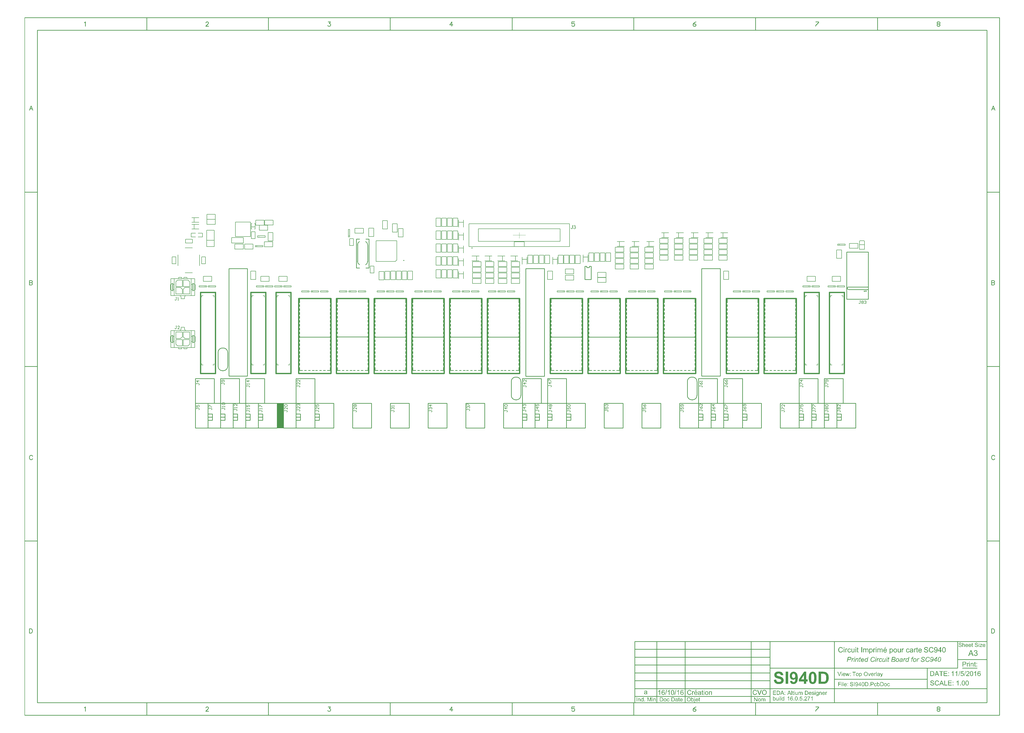
<source format=gto>
G04 Layer_Color=65535*
%FSLAX25Y25*%
%MOIN*%
G70*
G01*
G75*
%ADD34C,0.02000*%
%ADD37C,0.01000*%
%ADD42C,0.00800*%
%ADD48C,0.00500*%
%ADD67C,0.00700*%
%ADD68C,0.00984*%
%ADD69C,0.00600*%
%ADD70C,0.00787*%
%ADD71C,0.00787*%
%ADD72C,0.00100*%
%ADD73R,0.10000X0.40400*%
G36*
X620628Y292786D02*
X620743Y292769D01*
X620874Y292742D01*
X621024Y292707D01*
X621173Y292654D01*
X621322Y292584D01*
X621331D01*
X621340Y292575D01*
X621392Y292549D01*
X621462Y292505D01*
X621550Y292444D01*
X621647Y292365D01*
X621752Y292268D01*
X621849Y292154D01*
X621937Y292031D01*
X621945Y292013D01*
X621972Y291969D01*
X622007Y291899D01*
X622042Y291811D01*
X622077Y291697D01*
X622112Y291574D01*
X622139Y291443D01*
X622147Y291293D01*
Y291276D01*
Y291232D01*
X622139Y291162D01*
X622121Y291074D01*
X622095Y290969D01*
X622060Y290854D01*
X622016Y290732D01*
X621945Y290617D01*
X621937Y290600D01*
X621910Y290565D01*
X621858Y290512D01*
X621796Y290442D01*
X621708Y290363D01*
X621612Y290284D01*
X621489Y290196D01*
X621348Y290126D01*
X621357D01*
X621375Y290117D01*
X621401D01*
X621436Y290099D01*
X621524Y290073D01*
X621638Y290020D01*
X621761Y289959D01*
X621893Y289871D01*
X622024Y289766D01*
X622139Y289634D01*
X622147Y289616D01*
X622183Y289564D01*
X622226Y289485D01*
X622288Y289379D01*
X622340Y289248D01*
X622384Y289090D01*
X622420Y288905D01*
X622428Y288703D01*
Y288695D01*
Y288668D01*
Y288633D01*
X622420Y288580D01*
X622411Y288510D01*
X622402Y288440D01*
X622384Y288352D01*
X622358Y288264D01*
X622297Y288062D01*
X622253Y287948D01*
X622191Y287843D01*
X622130Y287737D01*
X622060Y287632D01*
X621972Y287527D01*
X621875Y287421D01*
X621866Y287413D01*
X621849Y287395D01*
X621823Y287378D01*
X621779Y287342D01*
X621726Y287298D01*
X621656Y287255D01*
X621577Y287211D01*
X621498Y287167D01*
X621401Y287114D01*
X621296Y287070D01*
X621182Y287026D01*
X621059Y286982D01*
X620927Y286947D01*
X620787Y286930D01*
X620637Y286912D01*
X620488Y286903D01*
X620418D01*
X620365Y286912D01*
X620295Y286921D01*
X620225Y286930D01*
X620137Y286939D01*
X620049Y286956D01*
X619847Y287009D01*
X619636Y287097D01*
X619531Y287140D01*
X619434Y287202D01*
X619329Y287272D01*
X619232Y287351D01*
X619224Y287360D01*
X619215Y287369D01*
X619188Y287395D01*
X619153Y287430D01*
X619118Y287483D01*
X619074Y287536D01*
X619022Y287597D01*
X618978Y287667D01*
X618872Y287843D01*
X618785Y288045D01*
X618706Y288273D01*
X618679Y288396D01*
X618662Y288528D01*
X619373Y288624D01*
Y288615D01*
X619382Y288598D01*
Y288563D01*
X619399Y288528D01*
X619426Y288422D01*
X619469Y288291D01*
X619522Y288150D01*
X619592Y288001D01*
X619680Y287869D01*
X619777Y287755D01*
X619794Y287746D01*
X619830Y287711D01*
X619891Y287676D01*
X619979Y287623D01*
X620075Y287579D01*
X620198Y287536D01*
X620339Y287501D01*
X620488Y287492D01*
X620541D01*
X620576Y287501D01*
X620664Y287509D01*
X620778Y287536D01*
X620918Y287579D01*
X621059Y287632D01*
X621199Y287720D01*
X621331Y287834D01*
X621348Y287852D01*
X621383Y287896D01*
X621436Y287966D01*
X621506Y288071D01*
X621568Y288194D01*
X621621Y288343D01*
X621656Y288510D01*
X621673Y288695D01*
Y288703D01*
Y288712D01*
Y288738D01*
X621664Y288774D01*
X621656Y288861D01*
X621629Y288976D01*
X621594Y289098D01*
X621533Y289239D01*
X621454Y289371D01*
X621348Y289493D01*
X621331Y289511D01*
X621296Y289546D01*
X621226Y289590D01*
X621129Y289652D01*
X621015Y289713D01*
X620874Y289757D01*
X620725Y289792D01*
X620549Y289810D01*
X620470D01*
X620409Y289801D01*
X620339Y289792D01*
X620251Y289783D01*
X620154Y289766D01*
X620049Y289739D01*
X620128Y290363D01*
X620172D01*
X620207Y290354D01*
X620321D01*
X620400Y290363D01*
X620514Y290380D01*
X620637Y290407D01*
X620769Y290451D01*
X620909Y290503D01*
X621050Y290582D01*
X621067Y290591D01*
X621111Y290626D01*
X621164Y290688D01*
X621234Y290767D01*
X621305Y290863D01*
X621357Y290986D01*
X621401Y291135D01*
X621419Y291311D01*
Y291320D01*
Y291329D01*
Y291372D01*
X621401Y291443D01*
X621383Y291539D01*
X621357Y291636D01*
X621305Y291741D01*
X621243Y291855D01*
X621155Y291952D01*
X621146Y291961D01*
X621111Y291996D01*
X621050Y292040D01*
X620971Y292084D01*
X620874Y292136D01*
X620760Y292171D01*
X620628Y292207D01*
X620479Y292215D01*
X620409D01*
X620330Y292198D01*
X620242Y292180D01*
X620128Y292154D01*
X620014Y292101D01*
X619900Y292040D01*
X619786Y291952D01*
X619777Y291943D01*
X619742Y291908D01*
X619698Y291847D01*
X619645Y291759D01*
X619584Y291653D01*
X619531Y291522D01*
X619478Y291364D01*
X619443Y291179D01*
X618732Y291302D01*
Y291311D01*
X618741Y291337D01*
X618750Y291372D01*
X618758Y291416D01*
X618776Y291478D01*
X618793Y291548D01*
X618855Y291706D01*
X618925Y291882D01*
X619031Y292066D01*
X619153Y292242D01*
X619311Y292400D01*
X619320Y292408D01*
X619329Y292417D01*
X619355Y292435D01*
X619399Y292461D01*
X619443Y292488D01*
X619496Y292523D01*
X619628Y292602D01*
X619794Y292672D01*
X619996Y292733D01*
X620216Y292777D01*
X620339Y292795D01*
X620541D01*
X620628Y292786D01*
D02*
G37*
G36*
X617696Y288835D02*
Y288826D01*
Y288800D01*
Y288765D01*
Y288712D01*
X617687Y288651D01*
Y288580D01*
X617678Y288422D01*
X617652Y288238D01*
X617626Y288054D01*
X617582Y287869D01*
X617520Y287711D01*
X617512Y287694D01*
X617485Y287650D01*
X617441Y287579D01*
X617389Y287492D01*
X617310Y287386D01*
X617213Y287290D01*
X617090Y287193D01*
X616958Y287105D01*
X616941Y287097D01*
X616888Y287070D01*
X616809Y287044D01*
X616704Y287009D01*
X616572Y286965D01*
X616423Y286939D01*
X616247Y286912D01*
X616063Y286903D01*
X615993D01*
X615940Y286912D01*
X615878Y286921D01*
X615799Y286930D01*
X615633Y286956D01*
X615448Y287009D01*
X615255Y287088D01*
X615159Y287132D01*
X615071Y287193D01*
X614983Y287255D01*
X614904Y287334D01*
Y287342D01*
X614886Y287351D01*
X614869Y287378D01*
X614842Y287413D01*
X614807Y287465D01*
X614781Y287518D01*
X614737Y287588D01*
X614702Y287659D01*
X614667Y287746D01*
X614632Y287843D01*
X614597Y287948D01*
X614570Y288071D01*
X614544Y288194D01*
X614526Y288335D01*
X614518Y288475D01*
Y288633D01*
X615202Y288730D01*
Y288721D01*
Y288703D01*
Y288668D01*
X615211Y288624D01*
Y288572D01*
X615220Y288510D01*
X615246Y288370D01*
X615273Y288212D01*
X615316Y288062D01*
X615378Y287931D01*
X615413Y287869D01*
X615448Y287817D01*
X615457Y287808D01*
X615492Y287781D01*
X615536Y287737D01*
X615606Y287702D01*
X615694Y287659D01*
X615799Y287615D01*
X615922Y287588D01*
X616063Y287579D01*
X616116D01*
X616168Y287588D01*
X616230Y287597D01*
X616309Y287615D01*
X616397Y287632D01*
X616475Y287667D01*
X616554Y287711D01*
X616563Y287720D01*
X616590Y287737D01*
X616625Y287764D01*
X616669Y287808D01*
X616721Y287852D01*
X616765Y287913D01*
X616809Y287983D01*
X616844Y288062D01*
Y288071D01*
X616862Y288106D01*
X616871Y288159D01*
X616888Y288238D01*
X616906Y288343D01*
X616915Y288466D01*
X616932Y288615D01*
Y288791D01*
Y292769D01*
X617696D01*
Y288835D01*
D02*
G37*
G36*
X1263962Y-372636D02*
X1263171D01*
Y-371738D01*
X1263962D01*
Y-372636D01*
D02*
G37*
G36*
X1259687Y-371640D02*
X1259755D01*
X1259921Y-371660D01*
X1260116Y-371689D01*
X1260331Y-371728D01*
X1260546Y-371786D01*
X1260751Y-371865D01*
X1260760D01*
X1260770Y-371874D01*
X1260800Y-371884D01*
X1260839Y-371904D01*
X1260936Y-371962D01*
X1261063Y-372030D01*
X1261200Y-372128D01*
X1261336Y-372245D01*
X1261473Y-372382D01*
X1261590Y-372538D01*
X1261600Y-372557D01*
X1261639Y-372616D01*
X1261688Y-372714D01*
X1261736Y-372831D01*
X1261795Y-372977D01*
X1261854Y-373153D01*
X1261893Y-373338D01*
X1261912Y-373543D01*
X1261102Y-373602D01*
Y-373592D01*
Y-373573D01*
X1261092Y-373543D01*
X1261083Y-373504D01*
X1261063Y-373397D01*
X1261024Y-373260D01*
X1260966Y-373114D01*
X1260887Y-372967D01*
X1260780Y-372821D01*
X1260653Y-372694D01*
X1260634Y-372684D01*
X1260585Y-372645D01*
X1260497Y-372597D01*
X1260380Y-372538D01*
X1260224Y-372479D01*
X1260028Y-372431D01*
X1259804Y-372392D01*
X1259540Y-372382D01*
X1259414D01*
X1259355Y-372392D01*
X1259277D01*
X1259111Y-372421D01*
X1258926Y-372450D01*
X1258740Y-372499D01*
X1258564Y-372567D01*
X1258486Y-372616D01*
X1258418Y-372665D01*
X1258408Y-372675D01*
X1258369Y-372714D01*
X1258311Y-372772D01*
X1258252Y-372860D01*
X1258184Y-372958D01*
X1258135Y-373075D01*
X1258096Y-373202D01*
X1258076Y-373348D01*
Y-373368D01*
Y-373407D01*
X1258086Y-373475D01*
X1258106Y-373553D01*
X1258135Y-373641D01*
X1258184Y-373739D01*
X1258242Y-373826D01*
X1258321Y-373914D01*
X1258330Y-373924D01*
X1258379Y-373953D01*
X1258408Y-373973D01*
X1258447Y-374002D01*
X1258506Y-374022D01*
X1258574Y-374051D01*
X1258652Y-374090D01*
X1258740Y-374129D01*
X1258838Y-374158D01*
X1258955Y-374197D01*
X1259091Y-374246D01*
X1259238Y-374285D01*
X1259404Y-374324D01*
X1259589Y-374373D01*
X1259599D01*
X1259638Y-374383D01*
X1259687Y-374392D01*
X1259755Y-374412D01*
X1259843Y-374431D01*
X1259941Y-374461D01*
X1260155Y-374510D01*
X1260390Y-374578D01*
X1260624Y-374646D01*
X1260741Y-374675D01*
X1260839Y-374714D01*
X1260936Y-374753D01*
X1261014Y-374783D01*
X1261024D01*
X1261043Y-374793D01*
X1261063Y-374812D01*
X1261102Y-374832D01*
X1261200Y-374890D01*
X1261327Y-374958D01*
X1261463Y-375056D01*
X1261600Y-375173D01*
X1261727Y-375300D01*
X1261834Y-375437D01*
X1261844Y-375456D01*
X1261873Y-375505D01*
X1261922Y-375583D01*
X1261971Y-375700D01*
X1262020Y-375827D01*
X1262068Y-375983D01*
X1262098Y-376159D01*
X1262107Y-376344D01*
Y-376354D01*
Y-376364D01*
Y-376393D01*
Y-376432D01*
X1262088Y-376530D01*
X1262068Y-376657D01*
X1262039Y-376803D01*
X1261981Y-376969D01*
X1261912Y-377145D01*
X1261815Y-377311D01*
X1261805Y-377330D01*
X1261756Y-377389D01*
X1261697Y-377467D01*
X1261600Y-377564D01*
X1261483Y-377681D01*
X1261336Y-377799D01*
X1261161Y-377906D01*
X1260966Y-378013D01*
X1260956D01*
X1260936Y-378023D01*
X1260907Y-378033D01*
X1260868Y-378052D01*
X1260819Y-378072D01*
X1260760Y-378091D01*
X1260604Y-378131D01*
X1260429Y-378179D01*
X1260214Y-378218D01*
X1259989Y-378248D01*
X1259736Y-378257D01*
X1259589D01*
X1259521Y-378248D01*
X1259433D01*
X1259336Y-378238D01*
X1259228Y-378228D01*
X1259004Y-378199D01*
X1258760Y-378150D01*
X1258516Y-378091D01*
X1258282Y-378013D01*
X1258272D01*
X1258252Y-378004D01*
X1258223Y-377984D01*
X1258184Y-377965D01*
X1258076Y-377906D01*
X1257950Y-377818D01*
X1257793Y-377711D01*
X1257647Y-377584D01*
X1257491Y-377428D01*
X1257354Y-377252D01*
Y-377242D01*
X1257345Y-377233D01*
X1257325Y-377203D01*
X1257306Y-377164D01*
X1257276Y-377115D01*
X1257247Y-377057D01*
X1257188Y-376910D01*
X1257130Y-376745D01*
X1257071Y-376540D01*
X1257032Y-376325D01*
X1257013Y-376091D01*
X1257813Y-376022D01*
Y-376032D01*
Y-376042D01*
X1257823Y-376100D01*
X1257842Y-376188D01*
X1257862Y-376305D01*
X1257901Y-376432D01*
X1257940Y-376569D01*
X1257998Y-376696D01*
X1258067Y-376823D01*
X1258076Y-376832D01*
X1258106Y-376871D01*
X1258155Y-376930D01*
X1258233Y-376998D01*
X1258321Y-377076D01*
X1258428Y-377164D01*
X1258564Y-377242D01*
X1258711Y-377320D01*
X1258721D01*
X1258730Y-377330D01*
X1258789Y-377350D01*
X1258877Y-377379D01*
X1259004Y-377408D01*
X1259140Y-377447D01*
X1259316Y-377477D01*
X1259501Y-377496D01*
X1259697Y-377506D01*
X1259775D01*
X1259872Y-377496D01*
X1259980Y-377486D01*
X1260116Y-377477D01*
X1260253Y-377447D01*
X1260399Y-377418D01*
X1260546Y-377369D01*
X1260565Y-377359D01*
X1260604Y-377340D01*
X1260673Y-377311D01*
X1260751Y-377262D01*
X1260848Y-377203D01*
X1260936Y-377135D01*
X1261024Y-377057D01*
X1261102Y-376969D01*
X1261112Y-376959D01*
X1261131Y-376920D01*
X1261161Y-376871D01*
X1261200Y-376803D01*
X1261229Y-376725D01*
X1261258Y-376627D01*
X1261278Y-376530D01*
X1261287Y-376423D01*
Y-376413D01*
Y-376374D01*
X1261278Y-376315D01*
X1261268Y-376247D01*
X1261248Y-376159D01*
X1261209Y-376071D01*
X1261170Y-375983D01*
X1261112Y-375895D01*
X1261102Y-375886D01*
X1261083Y-375856D01*
X1261034Y-375817D01*
X1260975Y-375759D01*
X1260897Y-375700D01*
X1260800Y-375642D01*
X1260673Y-375573D01*
X1260536Y-375515D01*
X1260526Y-375505D01*
X1260487Y-375495D01*
X1260409Y-375476D01*
X1260360Y-375456D01*
X1260302Y-375437D01*
X1260224Y-375417D01*
X1260146Y-375398D01*
X1260048Y-375368D01*
X1259950Y-375339D01*
X1259833Y-375310D01*
X1259697Y-375281D01*
X1259550Y-375241D01*
X1259394Y-375202D01*
X1259384D01*
X1259355Y-375193D01*
X1259306Y-375183D01*
X1259248Y-375163D01*
X1259179Y-375144D01*
X1259101Y-375124D01*
X1258916Y-375076D01*
X1258711Y-375007D01*
X1258506Y-374939D01*
X1258321Y-374871D01*
X1258233Y-374841D01*
X1258164Y-374802D01*
X1258155D01*
X1258145Y-374793D01*
X1258086Y-374753D01*
X1258008Y-374705D01*
X1257911Y-374636D01*
X1257793Y-374549D01*
X1257686Y-374451D01*
X1257579Y-374334D01*
X1257481Y-374207D01*
X1257471Y-374187D01*
X1257442Y-374139D01*
X1257413Y-374070D01*
X1257374Y-373973D01*
X1257325Y-373856D01*
X1257296Y-373719D01*
X1257266Y-373563D01*
X1257257Y-373407D01*
Y-373397D01*
Y-373387D01*
Y-373358D01*
Y-373319D01*
X1257276Y-373231D01*
X1257296Y-373114D01*
X1257325Y-372967D01*
X1257374Y-372821D01*
X1257442Y-372655D01*
X1257530Y-372499D01*
Y-372489D01*
X1257540Y-372479D01*
X1257579Y-372431D01*
X1257647Y-372353D01*
X1257735Y-372255D01*
X1257842Y-372157D01*
X1257979Y-372050D01*
X1258145Y-371943D01*
X1258330Y-371855D01*
X1258340D01*
X1258350Y-371845D01*
X1258379Y-371835D01*
X1258428Y-371816D01*
X1258477Y-371806D01*
X1258535Y-371786D01*
X1258672Y-371738D01*
X1258848Y-371699D01*
X1259043Y-371669D01*
X1259267Y-371640D01*
X1259501Y-371630D01*
X1259619D01*
X1259687Y-371640D01*
D02*
G37*
G36*
X1233803D02*
X1233872D01*
X1234038Y-371660D01*
X1234233Y-371689D01*
X1234447Y-371728D01*
X1234662Y-371786D01*
X1234867Y-371865D01*
X1234877D01*
X1234887Y-371874D01*
X1234916Y-371884D01*
X1234955Y-371904D01*
X1235053Y-371962D01*
X1235180Y-372030D01*
X1235316Y-372128D01*
X1235453Y-372245D01*
X1235590Y-372382D01*
X1235707Y-372538D01*
X1235716Y-372557D01*
X1235755Y-372616D01*
X1235804Y-372714D01*
X1235853Y-372831D01*
X1235911Y-372977D01*
X1235970Y-373153D01*
X1236009Y-373338D01*
X1236029Y-373543D01*
X1235219Y-373602D01*
Y-373592D01*
Y-373573D01*
X1235209Y-373543D01*
X1235199Y-373504D01*
X1235180Y-373397D01*
X1235141Y-373260D01*
X1235082Y-373114D01*
X1235004Y-372967D01*
X1234896Y-372821D01*
X1234770Y-372694D01*
X1234750Y-372684D01*
X1234701Y-372645D01*
X1234614Y-372597D01*
X1234496Y-372538D01*
X1234340Y-372479D01*
X1234145Y-372431D01*
X1233920Y-372392D01*
X1233657Y-372382D01*
X1233530D01*
X1233471Y-372392D01*
X1233393D01*
X1233228Y-372421D01*
X1233042Y-372450D01*
X1232857Y-372499D01*
X1232681Y-372567D01*
X1232603Y-372616D01*
X1232535Y-372665D01*
X1232525Y-372675D01*
X1232486Y-372714D01*
X1232427Y-372772D01*
X1232369Y-372860D01*
X1232300Y-372958D01*
X1232251Y-373075D01*
X1232213Y-373202D01*
X1232193Y-373348D01*
Y-373368D01*
Y-373407D01*
X1232203Y-373475D01*
X1232222Y-373553D01*
X1232251Y-373641D01*
X1232300Y-373739D01*
X1232359Y-373826D01*
X1232437Y-373914D01*
X1232447Y-373924D01*
X1232495Y-373953D01*
X1232525Y-373973D01*
X1232564Y-374002D01*
X1232622Y-374022D01*
X1232691Y-374051D01*
X1232769Y-374090D01*
X1232857Y-374129D01*
X1232954Y-374158D01*
X1233071Y-374197D01*
X1233208Y-374246D01*
X1233354Y-374285D01*
X1233520Y-374324D01*
X1233706Y-374373D01*
X1233716D01*
X1233755Y-374383D01*
X1233803Y-374392D01*
X1233872Y-374412D01*
X1233959Y-374431D01*
X1234057Y-374461D01*
X1234272Y-374510D01*
X1234506Y-374578D01*
X1234740Y-374646D01*
X1234857Y-374675D01*
X1234955Y-374714D01*
X1235053Y-374753D01*
X1235131Y-374783D01*
X1235141D01*
X1235160Y-374793D01*
X1235180Y-374812D01*
X1235219Y-374832D01*
X1235316Y-374890D01*
X1235443Y-374958D01*
X1235580Y-375056D01*
X1235716Y-375173D01*
X1235843Y-375300D01*
X1235951Y-375437D01*
X1235960Y-375456D01*
X1235990Y-375505D01*
X1236038Y-375583D01*
X1236087Y-375700D01*
X1236136Y-375827D01*
X1236185Y-375983D01*
X1236214Y-376159D01*
X1236224Y-376344D01*
Y-376354D01*
Y-376364D01*
Y-376393D01*
Y-376432D01*
X1236204Y-376530D01*
X1236185Y-376657D01*
X1236156Y-376803D01*
X1236097Y-376969D01*
X1236029Y-377145D01*
X1235931Y-377311D01*
X1235921Y-377330D01*
X1235872Y-377389D01*
X1235814Y-377467D01*
X1235716Y-377564D01*
X1235599Y-377681D01*
X1235453Y-377799D01*
X1235277Y-377906D01*
X1235082Y-378013D01*
X1235072D01*
X1235053Y-378023D01*
X1235023Y-378033D01*
X1234984Y-378052D01*
X1234935Y-378072D01*
X1234877Y-378091D01*
X1234721Y-378131D01*
X1234545Y-378179D01*
X1234330Y-378218D01*
X1234106Y-378248D01*
X1233852Y-378257D01*
X1233706D01*
X1233637Y-378248D01*
X1233550D01*
X1233452Y-378238D01*
X1233345Y-378228D01*
X1233120Y-378199D01*
X1232876Y-378150D01*
X1232632Y-378091D01*
X1232398Y-378013D01*
X1232388D01*
X1232369Y-378004D01*
X1232339Y-377984D01*
X1232300Y-377965D01*
X1232193Y-377906D01*
X1232066Y-377818D01*
X1231910Y-377711D01*
X1231763Y-377584D01*
X1231607Y-377428D01*
X1231471Y-377252D01*
Y-377242D01*
X1231461Y-377233D01*
X1231441Y-377203D01*
X1231422Y-377164D01*
X1231393Y-377115D01*
X1231363Y-377057D01*
X1231305Y-376910D01*
X1231246Y-376745D01*
X1231188Y-376540D01*
X1231149Y-376325D01*
X1231129Y-376091D01*
X1231929Y-376022D01*
Y-376032D01*
Y-376042D01*
X1231939Y-376100D01*
X1231959Y-376188D01*
X1231978Y-376305D01*
X1232017Y-376432D01*
X1232056Y-376569D01*
X1232115Y-376696D01*
X1232183Y-376823D01*
X1232193Y-376832D01*
X1232222Y-376871D01*
X1232271Y-376930D01*
X1232349Y-376998D01*
X1232437Y-377076D01*
X1232544Y-377164D01*
X1232681Y-377242D01*
X1232827Y-377320D01*
X1232837D01*
X1232847Y-377330D01*
X1232905Y-377350D01*
X1232993Y-377379D01*
X1233120Y-377408D01*
X1233257Y-377447D01*
X1233432Y-377477D01*
X1233618Y-377496D01*
X1233813Y-377506D01*
X1233891D01*
X1233989Y-377496D01*
X1234096Y-377486D01*
X1234233Y-377477D01*
X1234369Y-377447D01*
X1234516Y-377418D01*
X1234662Y-377369D01*
X1234682Y-377359D01*
X1234721Y-377340D01*
X1234789Y-377311D01*
X1234867Y-377262D01*
X1234965Y-377203D01*
X1235053Y-377135D01*
X1235141Y-377057D01*
X1235219Y-376969D01*
X1235228Y-376959D01*
X1235248Y-376920D01*
X1235277Y-376871D01*
X1235316Y-376803D01*
X1235345Y-376725D01*
X1235375Y-376627D01*
X1235394Y-376530D01*
X1235404Y-376423D01*
Y-376413D01*
Y-376374D01*
X1235394Y-376315D01*
X1235384Y-376247D01*
X1235365Y-376159D01*
X1235326Y-376071D01*
X1235287Y-375983D01*
X1235228Y-375895D01*
X1235219Y-375886D01*
X1235199Y-375856D01*
X1235150Y-375817D01*
X1235092Y-375759D01*
X1235014Y-375700D01*
X1234916Y-375642D01*
X1234789Y-375573D01*
X1234653Y-375515D01*
X1234643Y-375505D01*
X1234604Y-375495D01*
X1234526Y-375476D01*
X1234477Y-375456D01*
X1234418Y-375437D01*
X1234340Y-375417D01*
X1234262Y-375398D01*
X1234165Y-375368D01*
X1234067Y-375339D01*
X1233950Y-375310D01*
X1233813Y-375281D01*
X1233667Y-375241D01*
X1233511Y-375202D01*
X1233501D01*
X1233471Y-375193D01*
X1233423Y-375183D01*
X1233364Y-375163D01*
X1233296Y-375144D01*
X1233218Y-375124D01*
X1233032Y-375076D01*
X1232827Y-375007D01*
X1232622Y-374939D01*
X1232437Y-374871D01*
X1232349Y-374841D01*
X1232281Y-374802D01*
X1232271D01*
X1232261Y-374793D01*
X1232203Y-374753D01*
X1232125Y-374705D01*
X1232027Y-374636D01*
X1231910Y-374549D01*
X1231803Y-374451D01*
X1231695Y-374334D01*
X1231598Y-374207D01*
X1231588Y-374187D01*
X1231559Y-374139D01*
X1231529Y-374070D01*
X1231490Y-373973D01*
X1231441Y-373856D01*
X1231412Y-373719D01*
X1231383Y-373563D01*
X1231373Y-373407D01*
Y-373397D01*
Y-373387D01*
Y-373358D01*
Y-373319D01*
X1231393Y-373231D01*
X1231412Y-373114D01*
X1231441Y-372967D01*
X1231490Y-372821D01*
X1231559Y-372655D01*
X1231646Y-372499D01*
Y-372489D01*
X1231656Y-372479D01*
X1231695Y-372431D01*
X1231763Y-372353D01*
X1231851Y-372255D01*
X1231959Y-372157D01*
X1232095Y-372050D01*
X1232261Y-371943D01*
X1232447Y-371855D01*
X1232456D01*
X1232466Y-371845D01*
X1232495Y-371835D01*
X1232544Y-371816D01*
X1232593Y-371806D01*
X1232652Y-371786D01*
X1232788Y-371738D01*
X1232964Y-371699D01*
X1233159Y-371669D01*
X1233384Y-371640D01*
X1233618Y-371630D01*
X1233735D01*
X1233803Y-371640D01*
D02*
G37*
G36*
X1268705Y-374022D02*
X1266187Y-376979D01*
X1265699Y-377525D01*
X1265748D01*
X1265787Y-377516D01*
X1265894Y-377506D01*
X1266021Y-377496D01*
X1266177D01*
X1266343Y-377486D01*
X1266695Y-377477D01*
X1268842D01*
Y-378150D01*
X1264733D01*
Y-377516D01*
X1267690Y-374109D01*
X1267602D01*
X1267514Y-374119D01*
X1267387D01*
X1267251Y-374129D01*
X1267105D01*
X1266948Y-374139D01*
X1264909D01*
Y-373504D01*
X1268705D01*
Y-374022D01*
D02*
G37*
G36*
X1263962Y-378150D02*
X1263171D01*
Y-373504D01*
X1263962D01*
Y-378150D01*
D02*
G37*
G36*
X1238068Y-374031D02*
X1238078Y-374022D01*
X1238098Y-374002D01*
X1238127Y-373973D01*
X1238166Y-373934D01*
X1238225Y-373885D01*
X1238283Y-373826D01*
X1238361Y-373778D01*
X1238449Y-373709D01*
X1238547Y-373651D01*
X1238644Y-373602D01*
X1238888Y-373495D01*
X1239015Y-373455D01*
X1239152Y-373426D01*
X1239298Y-373407D01*
X1239454Y-373397D01*
X1239542D01*
X1239640Y-373407D01*
X1239757Y-373426D01*
X1239894Y-373446D01*
X1240040Y-373485D01*
X1240196Y-373534D01*
X1240343Y-373602D01*
X1240362Y-373612D01*
X1240401Y-373641D01*
X1240469Y-373690D01*
X1240557Y-373748D01*
X1240645Y-373826D01*
X1240733Y-373924D01*
X1240821Y-374041D01*
X1240889Y-374168D01*
X1240899Y-374187D01*
X1240918Y-374236D01*
X1240938Y-374314D01*
X1240977Y-374431D01*
X1241006Y-374578D01*
X1241026Y-374763D01*
X1241045Y-374968D01*
X1241055Y-375212D01*
Y-378150D01*
X1240265D01*
Y-375202D01*
Y-375193D01*
Y-375173D01*
Y-375144D01*
Y-375105D01*
X1240255Y-375007D01*
X1240235Y-374871D01*
X1240196Y-374734D01*
X1240157Y-374597D01*
X1240089Y-374461D01*
X1240001Y-374344D01*
X1239991Y-374334D01*
X1239952Y-374305D01*
X1239894Y-374256D01*
X1239816Y-374207D01*
X1239718Y-374158D01*
X1239591Y-374109D01*
X1239454Y-374080D01*
X1239289Y-374070D01*
X1239230D01*
X1239162Y-374080D01*
X1239074Y-374090D01*
X1238976Y-374119D01*
X1238859Y-374148D01*
X1238742Y-374197D01*
X1238625Y-374256D01*
X1238615Y-374266D01*
X1238576Y-374285D01*
X1238527Y-374334D01*
X1238459Y-374383D01*
X1238391Y-374461D01*
X1238313Y-374539D01*
X1238254Y-374646D01*
X1238195Y-374753D01*
X1238186Y-374763D01*
X1238176Y-374812D01*
X1238156Y-374880D01*
X1238137Y-374978D01*
X1238107Y-375105D01*
X1238088Y-375251D01*
X1238078Y-375417D01*
X1238068Y-375612D01*
Y-378150D01*
X1237278D01*
Y-371738D01*
X1238068D01*
Y-374031D01*
D02*
G37*
G36*
X1253138Y-373504D02*
X1253928D01*
Y-374119D01*
X1253138D01*
Y-376842D01*
Y-376852D01*
Y-376891D01*
Y-376950D01*
X1253148Y-377018D01*
X1253158Y-377164D01*
X1253167Y-377223D01*
X1253177Y-377272D01*
X1253187Y-377291D01*
X1253206Y-377330D01*
X1253245Y-377379D01*
X1253304Y-377428D01*
X1253323Y-377437D01*
X1253372Y-377447D01*
X1253460Y-377467D01*
X1253577Y-377477D01*
X1253675D01*
X1253724Y-377467D01*
X1253782D01*
X1253928Y-377447D01*
X1254036Y-378140D01*
X1254016D01*
X1253977Y-378150D01*
X1253919Y-378160D01*
X1253831Y-378169D01*
X1253743Y-378189D01*
X1253645Y-378199D01*
X1253440Y-378209D01*
X1253372D01*
X1253294Y-378199D01*
X1253197Y-378189D01*
X1253089Y-378179D01*
X1252972Y-378150D01*
X1252865Y-378121D01*
X1252767Y-378082D01*
X1252757Y-378072D01*
X1252728Y-378052D01*
X1252689Y-378023D01*
X1252640Y-377984D01*
X1252582Y-377935D01*
X1252533Y-377877D01*
X1252474Y-377808D01*
X1252435Y-377730D01*
Y-377721D01*
X1252425Y-377681D01*
X1252406Y-377623D01*
X1252396Y-377525D01*
X1252377Y-377398D01*
X1252367Y-377330D01*
X1252357Y-377242D01*
Y-377145D01*
X1252347Y-377037D01*
Y-376920D01*
Y-376793D01*
Y-374119D01*
X1251762D01*
Y-373504D01*
X1252347D01*
Y-372362D01*
X1253138Y-371884D01*
Y-373504D01*
D02*
G37*
G36*
X1271692Y-373407D02*
X1271770Y-373416D01*
X1271867Y-373426D01*
X1271965Y-373446D01*
X1272082Y-373475D01*
X1272316Y-373553D01*
X1272443Y-373602D01*
X1272570Y-373670D01*
X1272697Y-373739D01*
X1272824Y-373826D01*
X1272941Y-373924D01*
X1273058Y-374041D01*
X1273068Y-374051D01*
X1273087Y-374070D01*
X1273117Y-374109D01*
X1273156Y-374158D01*
X1273195Y-374226D01*
X1273244Y-374305D01*
X1273302Y-374392D01*
X1273361Y-374500D01*
X1273409Y-374627D01*
X1273468Y-374753D01*
X1273517Y-374900D01*
X1273566Y-375066D01*
X1273595Y-375232D01*
X1273624Y-375417D01*
X1273644Y-375612D01*
X1273653Y-375827D01*
Y-375837D01*
Y-375876D01*
Y-375944D01*
X1273644Y-376032D01*
X1270189D01*
Y-376042D01*
Y-376061D01*
X1270198Y-376110D01*
Y-376159D01*
X1270208Y-376227D01*
X1270218Y-376296D01*
X1270257Y-376471D01*
X1270315Y-376657D01*
X1270384Y-376852D01*
X1270491Y-377047D01*
X1270618Y-377213D01*
X1270638Y-377233D01*
X1270686Y-377272D01*
X1270774Y-377340D01*
X1270882Y-377408D01*
X1271028Y-377486D01*
X1271194Y-377555D01*
X1271379Y-377594D01*
X1271584Y-377613D01*
X1271662D01*
X1271741Y-377603D01*
X1271838Y-377584D01*
X1271955Y-377555D01*
X1272082Y-377516D01*
X1272209Y-377467D01*
X1272326Y-377389D01*
X1272336Y-377379D01*
X1272375Y-377340D01*
X1272433Y-377291D01*
X1272502Y-377203D01*
X1272580Y-377106D01*
X1272658Y-376979D01*
X1272736Y-376823D01*
X1272814Y-376647D01*
X1273624Y-376754D01*
Y-376764D01*
X1273614Y-376784D01*
X1273605Y-376823D01*
X1273585Y-376871D01*
X1273566Y-376930D01*
X1273536Y-376998D01*
X1273458Y-377164D01*
X1273361Y-377340D01*
X1273244Y-377525D01*
X1273087Y-377711D01*
X1272912Y-377867D01*
X1272902D01*
X1272892Y-377887D01*
X1272863Y-377906D01*
X1272814Y-377925D01*
X1272765Y-377955D01*
X1272707Y-377994D01*
X1272638Y-378023D01*
X1272551Y-378062D01*
X1272365Y-378131D01*
X1272131Y-378199D01*
X1271877Y-378238D01*
X1271584Y-378257D01*
X1271487D01*
X1271418Y-378248D01*
X1271331Y-378238D01*
X1271233Y-378228D01*
X1271126Y-378209D01*
X1270999Y-378179D01*
X1270745Y-378101D01*
X1270608Y-378052D01*
X1270481Y-377994D01*
X1270345Y-377925D01*
X1270218Y-377838D01*
X1270091Y-377740D01*
X1269974Y-377633D01*
X1269964Y-377623D01*
X1269945Y-377603D01*
X1269915Y-377564D01*
X1269886Y-377516D01*
X1269837Y-377457D01*
X1269788Y-377379D01*
X1269730Y-377281D01*
X1269681Y-377174D01*
X1269623Y-377057D01*
X1269564Y-376930D01*
X1269515Y-376784D01*
X1269476Y-376627D01*
X1269437Y-376462D01*
X1269408Y-376276D01*
X1269388Y-376081D01*
X1269379Y-375876D01*
Y-375866D01*
Y-375827D01*
Y-375759D01*
X1269388Y-375681D01*
X1269398Y-375583D01*
X1269408Y-375466D01*
X1269427Y-375339D01*
X1269457Y-375202D01*
X1269525Y-374910D01*
X1269574Y-374763D01*
X1269632Y-374607D01*
X1269701Y-374461D01*
X1269779Y-374314D01*
X1269867Y-374178D01*
X1269974Y-374051D01*
X1269984Y-374041D01*
X1270003Y-374022D01*
X1270033Y-373992D01*
X1270081Y-373943D01*
X1270140Y-373895D01*
X1270218Y-373846D01*
X1270296Y-373787D01*
X1270394Y-373719D01*
X1270501Y-373660D01*
X1270618Y-373602D01*
X1270745Y-373553D01*
X1270891Y-373495D01*
X1271038Y-373455D01*
X1271194Y-373426D01*
X1271360Y-373407D01*
X1271535Y-373397D01*
X1271623D01*
X1271692Y-373407D01*
D02*
G37*
G36*
X1249292D02*
X1249371Y-373416D01*
X1249468Y-373426D01*
X1249566Y-373446D01*
X1249683Y-373475D01*
X1249917Y-373553D01*
X1250044Y-373602D01*
X1250171Y-373670D01*
X1250298Y-373739D01*
X1250425Y-373826D01*
X1250542Y-373924D01*
X1250659Y-374041D01*
X1250669Y-374051D01*
X1250688Y-374070D01*
X1250717Y-374109D01*
X1250756Y-374158D01*
X1250795Y-374226D01*
X1250844Y-374305D01*
X1250903Y-374392D01*
X1250961Y-374500D01*
X1251010Y-374627D01*
X1251069Y-374753D01*
X1251118Y-374900D01*
X1251166Y-375066D01*
X1251196Y-375232D01*
X1251225Y-375417D01*
X1251245Y-375612D01*
X1251254Y-375827D01*
Y-375837D01*
Y-375876D01*
Y-375944D01*
X1251245Y-376032D01*
X1247789D01*
Y-376042D01*
Y-376061D01*
X1247799Y-376110D01*
Y-376159D01*
X1247809Y-376227D01*
X1247819Y-376296D01*
X1247858Y-376471D01*
X1247916Y-376657D01*
X1247985Y-376852D01*
X1248092Y-377047D01*
X1248219Y-377213D01*
X1248238Y-377233D01*
X1248287Y-377272D01*
X1248375Y-377340D01*
X1248482Y-377408D01*
X1248629Y-377486D01*
X1248795Y-377555D01*
X1248980Y-377594D01*
X1249185Y-377613D01*
X1249263D01*
X1249341Y-377603D01*
X1249439Y-377584D01*
X1249556Y-377555D01*
X1249683Y-377516D01*
X1249810Y-377467D01*
X1249927Y-377389D01*
X1249937Y-377379D01*
X1249976Y-377340D01*
X1250034Y-377291D01*
X1250103Y-377203D01*
X1250181Y-377106D01*
X1250259Y-376979D01*
X1250337Y-376823D01*
X1250415Y-376647D01*
X1251225Y-376754D01*
Y-376764D01*
X1251215Y-376784D01*
X1251206Y-376823D01*
X1251186Y-376871D01*
X1251166Y-376930D01*
X1251137Y-376998D01*
X1251059Y-377164D01*
X1250961Y-377340D01*
X1250844Y-377525D01*
X1250688Y-377711D01*
X1250513Y-377867D01*
X1250503D01*
X1250493Y-377887D01*
X1250464Y-377906D01*
X1250415Y-377925D01*
X1250366Y-377955D01*
X1250307Y-377994D01*
X1250239Y-378023D01*
X1250151Y-378062D01*
X1249966Y-378131D01*
X1249732Y-378199D01*
X1249478Y-378238D01*
X1249185Y-378257D01*
X1249088D01*
X1249019Y-378248D01*
X1248931Y-378238D01*
X1248834Y-378228D01*
X1248726Y-378209D01*
X1248600Y-378179D01*
X1248346Y-378101D01*
X1248209Y-378052D01*
X1248082Y-377994D01*
X1247946Y-377925D01*
X1247819Y-377838D01*
X1247692Y-377740D01*
X1247575Y-377633D01*
X1247565Y-377623D01*
X1247545Y-377603D01*
X1247516Y-377564D01*
X1247487Y-377516D01*
X1247438Y-377457D01*
X1247389Y-377379D01*
X1247331Y-377281D01*
X1247282Y-377174D01*
X1247223Y-377057D01*
X1247165Y-376930D01*
X1247116Y-376784D01*
X1247077Y-376627D01*
X1247038Y-376462D01*
X1247009Y-376276D01*
X1246989Y-376081D01*
X1246979Y-375876D01*
Y-375866D01*
Y-375827D01*
Y-375759D01*
X1246989Y-375681D01*
X1246999Y-375583D01*
X1247009Y-375466D01*
X1247028Y-375339D01*
X1247058Y-375202D01*
X1247126Y-374910D01*
X1247175Y-374763D01*
X1247233Y-374607D01*
X1247301Y-374461D01*
X1247379Y-374314D01*
X1247467Y-374178D01*
X1247575Y-374051D01*
X1247585Y-374041D01*
X1247604Y-374022D01*
X1247633Y-373992D01*
X1247682Y-373943D01*
X1247741Y-373895D01*
X1247819Y-373846D01*
X1247897Y-373787D01*
X1247994Y-373719D01*
X1248102Y-373660D01*
X1248219Y-373602D01*
X1248346Y-373553D01*
X1248492Y-373495D01*
X1248639Y-373455D01*
X1248795Y-373426D01*
X1248961Y-373407D01*
X1249136Y-373397D01*
X1249224D01*
X1249292Y-373407D01*
D02*
G37*
G36*
X1244315D02*
X1244393Y-373416D01*
X1244491Y-373426D01*
X1244588Y-373446D01*
X1244705Y-373475D01*
X1244940Y-373553D01*
X1245066Y-373602D01*
X1245193Y-373670D01*
X1245320Y-373739D01*
X1245447Y-373826D01*
X1245564Y-373924D01*
X1245681Y-374041D01*
X1245691Y-374051D01*
X1245711Y-374070D01*
X1245740Y-374109D01*
X1245779Y-374158D01*
X1245818Y-374226D01*
X1245867Y-374305D01*
X1245925Y-374392D01*
X1245984Y-374500D01*
X1246033Y-374627D01*
X1246091Y-374753D01*
X1246140Y-374900D01*
X1246189Y-375066D01*
X1246218Y-375232D01*
X1246247Y-375417D01*
X1246267Y-375612D01*
X1246277Y-375827D01*
Y-375837D01*
Y-375876D01*
Y-375944D01*
X1246267Y-376032D01*
X1242812D01*
Y-376042D01*
Y-376061D01*
X1242822Y-376110D01*
Y-376159D01*
X1242831Y-376227D01*
X1242841Y-376296D01*
X1242880Y-376471D01*
X1242939Y-376657D01*
X1243007Y-376852D01*
X1243114Y-377047D01*
X1243241Y-377213D01*
X1243261Y-377233D01*
X1243310Y-377272D01*
X1243398Y-377340D01*
X1243505Y-377408D01*
X1243651Y-377486D01*
X1243817Y-377555D01*
X1244003Y-377594D01*
X1244207Y-377613D01*
X1244286D01*
X1244364Y-377603D01*
X1244461Y-377584D01*
X1244578Y-377555D01*
X1244705Y-377516D01*
X1244832Y-377467D01*
X1244949Y-377389D01*
X1244959Y-377379D01*
X1244998Y-377340D01*
X1245057Y-377291D01*
X1245125Y-377203D01*
X1245203Y-377106D01*
X1245281Y-376979D01*
X1245359Y-376823D01*
X1245437Y-376647D01*
X1246247Y-376754D01*
Y-376764D01*
X1246238Y-376784D01*
X1246228Y-376823D01*
X1246208Y-376871D01*
X1246189Y-376930D01*
X1246159Y-376998D01*
X1246082Y-377164D01*
X1245984Y-377340D01*
X1245867Y-377525D01*
X1245711Y-377711D01*
X1245535Y-377867D01*
X1245525D01*
X1245515Y-377887D01*
X1245486Y-377906D01*
X1245437Y-377925D01*
X1245389Y-377955D01*
X1245330Y-377994D01*
X1245262Y-378023D01*
X1245174Y-378062D01*
X1244988Y-378131D01*
X1244754Y-378199D01*
X1244500Y-378238D01*
X1244207Y-378257D01*
X1244110D01*
X1244042Y-378248D01*
X1243954Y-378238D01*
X1243856Y-378228D01*
X1243749Y-378209D01*
X1243622Y-378179D01*
X1243368Y-378101D01*
X1243231Y-378052D01*
X1243105Y-377994D01*
X1242968Y-377925D01*
X1242841Y-377838D01*
X1242714Y-377740D01*
X1242597Y-377633D01*
X1242587Y-377623D01*
X1242568Y-377603D01*
X1242539Y-377564D01*
X1242509Y-377516D01*
X1242461Y-377457D01*
X1242412Y-377379D01*
X1242353Y-377281D01*
X1242304Y-377174D01*
X1242246Y-377057D01*
X1242187Y-376930D01*
X1242138Y-376784D01*
X1242099Y-376627D01*
X1242060Y-376462D01*
X1242031Y-376276D01*
X1242012Y-376081D01*
X1242002Y-375876D01*
Y-375866D01*
Y-375827D01*
Y-375759D01*
X1242012Y-375681D01*
X1242021Y-375583D01*
X1242031Y-375466D01*
X1242051Y-375339D01*
X1242080Y-375202D01*
X1242148Y-374910D01*
X1242197Y-374763D01*
X1242255Y-374607D01*
X1242324Y-374461D01*
X1242402Y-374314D01*
X1242490Y-374178D01*
X1242597Y-374051D01*
X1242607Y-374041D01*
X1242626Y-374022D01*
X1242656Y-373992D01*
X1242704Y-373943D01*
X1242763Y-373895D01*
X1242841Y-373846D01*
X1242919Y-373787D01*
X1243017Y-373719D01*
X1243124Y-373660D01*
X1243241Y-373602D01*
X1243368Y-373553D01*
X1243515Y-373495D01*
X1243661Y-373455D01*
X1243817Y-373426D01*
X1243983Y-373407D01*
X1244159Y-373397D01*
X1244247D01*
X1244315Y-373407D01*
D02*
G37*
G36*
X1100588Y-379730D02*
X1099560D01*
Y-378563D01*
X1100588D01*
Y-379730D01*
D02*
G37*
G36*
X1068254D02*
X1067226D01*
Y-378563D01*
X1068254D01*
Y-379730D01*
D02*
G37*
G36*
X1049498D02*
X1048470D01*
Y-378563D01*
X1049498D01*
Y-379730D01*
D02*
G37*
G36*
X1114319Y-380111D02*
X1113468D01*
X1114230Y-378525D01*
X1115575D01*
X1114319Y-380111D01*
D02*
G37*
G36*
X1179606Y-378436D02*
X1179695D01*
X1179911Y-378461D01*
X1180165Y-378499D01*
X1180444Y-378550D01*
X1180723Y-378626D01*
X1180989Y-378728D01*
X1181002D01*
X1181015Y-378740D01*
X1181053Y-378753D01*
X1181104Y-378778D01*
X1181231Y-378854D01*
X1181396Y-378943D01*
X1181573Y-379070D01*
X1181751Y-379223D01*
X1181929Y-379400D01*
X1182081Y-379603D01*
X1182093Y-379629D01*
X1182144Y-379705D01*
X1182208Y-379832D01*
X1182271Y-379984D01*
X1182347Y-380174D01*
X1182423Y-380403D01*
X1182474Y-380644D01*
X1182500Y-380910D01*
X1181446Y-380986D01*
Y-380974D01*
Y-380948D01*
X1181433Y-380910D01*
X1181421Y-380860D01*
X1181396Y-380720D01*
X1181345Y-380542D01*
X1181269Y-380352D01*
X1181167Y-380162D01*
X1181028Y-379971D01*
X1180863Y-379806D01*
X1180837Y-379794D01*
X1180774Y-379743D01*
X1180659Y-379679D01*
X1180507Y-379603D01*
X1180304Y-379527D01*
X1180050Y-379464D01*
X1179758Y-379413D01*
X1179416Y-379400D01*
X1179251D01*
X1179175Y-379413D01*
X1179073D01*
X1178858Y-379451D01*
X1178616Y-379489D01*
X1178375Y-379553D01*
X1178147Y-379641D01*
X1178045Y-379705D01*
X1177956Y-379768D01*
X1177944Y-379781D01*
X1177893Y-379832D01*
X1177817Y-379908D01*
X1177741Y-380022D01*
X1177652Y-380149D01*
X1177588Y-380301D01*
X1177538Y-380466D01*
X1177512Y-380657D01*
Y-380682D01*
Y-380733D01*
X1177525Y-380821D01*
X1177550Y-380923D01*
X1177588Y-381037D01*
X1177652Y-381164D01*
X1177728Y-381278D01*
X1177830Y-381393D01*
X1177842Y-381405D01*
X1177906Y-381443D01*
X1177944Y-381469D01*
X1177995Y-381507D01*
X1178071Y-381532D01*
X1178160Y-381570D01*
X1178261Y-381621D01*
X1178375Y-381672D01*
X1178502Y-381710D01*
X1178654Y-381761D01*
X1178832Y-381824D01*
X1179023Y-381875D01*
X1179238Y-381926D01*
X1179479Y-381989D01*
X1179492D01*
X1179543Y-382002D01*
X1179606Y-382014D01*
X1179695Y-382040D01*
X1179809Y-382065D01*
X1179936Y-382103D01*
X1180215Y-382167D01*
X1180520Y-382256D01*
X1180824Y-382344D01*
X1180977Y-382382D01*
X1181104Y-382433D01*
X1181231Y-382484D01*
X1181332Y-382522D01*
X1181345D01*
X1181370Y-382535D01*
X1181396Y-382560D01*
X1181446Y-382585D01*
X1181573Y-382662D01*
X1181738Y-382750D01*
X1181916Y-382877D01*
X1182093Y-383030D01*
X1182258Y-383194D01*
X1182398Y-383372D01*
X1182411Y-383398D01*
X1182449Y-383461D01*
X1182512Y-383562D01*
X1182576Y-383715D01*
X1182639Y-383880D01*
X1182703Y-384083D01*
X1182741Y-384311D01*
X1182753Y-384552D01*
Y-384565D01*
Y-384578D01*
Y-384616D01*
Y-384667D01*
X1182728Y-384793D01*
X1182703Y-384958D01*
X1182664Y-385149D01*
X1182588Y-385365D01*
X1182500Y-385593D01*
X1182373Y-385809D01*
X1182360Y-385834D01*
X1182296Y-385910D01*
X1182220Y-386012D01*
X1182093Y-386139D01*
X1181941Y-386291D01*
X1181751Y-386443D01*
X1181522Y-386583D01*
X1181269Y-386722D01*
X1181256D01*
X1181231Y-386735D01*
X1181192Y-386748D01*
X1181142Y-386773D01*
X1181078Y-386799D01*
X1181002Y-386824D01*
X1180799Y-386875D01*
X1180571Y-386938D01*
X1180291Y-386989D01*
X1180000Y-387027D01*
X1179670Y-387040D01*
X1179479D01*
X1179391Y-387027D01*
X1179276D01*
X1179149Y-387014D01*
X1179010Y-387001D01*
X1178718Y-386964D01*
X1178401Y-386900D01*
X1178083Y-386824D01*
X1177779Y-386722D01*
X1177766D01*
X1177741Y-386710D01*
X1177703Y-386684D01*
X1177652Y-386659D01*
X1177512Y-386583D01*
X1177347Y-386469D01*
X1177144Y-386329D01*
X1176954Y-386164D01*
X1176751Y-385961D01*
X1176573Y-385733D01*
Y-385720D01*
X1176561Y-385707D01*
X1176535Y-385669D01*
X1176510Y-385618D01*
X1176472Y-385555D01*
X1176434Y-385479D01*
X1176358Y-385288D01*
X1176281Y-385073D01*
X1176205Y-384806D01*
X1176155Y-384527D01*
X1176129Y-384222D01*
X1177170Y-384134D01*
Y-384146D01*
Y-384159D01*
X1177182Y-384235D01*
X1177208Y-384349D01*
X1177233Y-384502D01*
X1177284Y-384667D01*
X1177335Y-384844D01*
X1177411Y-385009D01*
X1177500Y-385174D01*
X1177512Y-385187D01*
X1177550Y-385238D01*
X1177614Y-385314D01*
X1177715Y-385403D01*
X1177830Y-385504D01*
X1177969Y-385618D01*
X1178147Y-385720D01*
X1178337Y-385821D01*
X1178350D01*
X1178363Y-385834D01*
X1178439Y-385859D01*
X1178553Y-385897D01*
X1178718Y-385936D01*
X1178896Y-385986D01*
X1179124Y-386024D01*
X1179365Y-386050D01*
X1179619Y-386063D01*
X1179720D01*
X1179847Y-386050D01*
X1179987Y-386037D01*
X1180165Y-386024D01*
X1180342Y-385986D01*
X1180533Y-385948D01*
X1180723Y-385885D01*
X1180748Y-385872D01*
X1180799Y-385847D01*
X1180888Y-385809D01*
X1180989Y-385745D01*
X1181116Y-385669D01*
X1181231Y-385580D01*
X1181345Y-385479D01*
X1181446Y-385365D01*
X1181459Y-385352D01*
X1181484Y-385301D01*
X1181522Y-385238D01*
X1181573Y-385149D01*
X1181611Y-385047D01*
X1181649Y-384920D01*
X1181675Y-384793D01*
X1181687Y-384654D01*
Y-384641D01*
Y-384590D01*
X1181675Y-384514D01*
X1181662Y-384425D01*
X1181637Y-384311D01*
X1181586Y-384197D01*
X1181535Y-384083D01*
X1181459Y-383969D01*
X1181446Y-383956D01*
X1181421Y-383918D01*
X1181357Y-383867D01*
X1181281Y-383791D01*
X1181180Y-383715D01*
X1181053Y-383639D01*
X1180888Y-383550D01*
X1180710Y-383474D01*
X1180698Y-383461D01*
X1180647Y-383448D01*
X1180545Y-383423D01*
X1180482Y-383398D01*
X1180406Y-383372D01*
X1180304Y-383347D01*
X1180203Y-383321D01*
X1180076Y-383283D01*
X1179949Y-383245D01*
X1179797Y-383207D01*
X1179619Y-383169D01*
X1179428Y-383118D01*
X1179226Y-383068D01*
X1179213D01*
X1179175Y-383055D01*
X1179111Y-383042D01*
X1179035Y-383017D01*
X1178946Y-382992D01*
X1178845Y-382966D01*
X1178604Y-382903D01*
X1178337Y-382814D01*
X1178071Y-382725D01*
X1177830Y-382636D01*
X1177715Y-382598D01*
X1177627Y-382547D01*
X1177614D01*
X1177601Y-382535D01*
X1177525Y-382484D01*
X1177423Y-382420D01*
X1177297Y-382332D01*
X1177144Y-382217D01*
X1177005Y-382090D01*
X1176865Y-381938D01*
X1176738Y-381773D01*
X1176726Y-381748D01*
X1176688Y-381684D01*
X1176649Y-381596D01*
X1176599Y-381469D01*
X1176535Y-381316D01*
X1176497Y-381139D01*
X1176459Y-380936D01*
X1176446Y-380733D01*
Y-380720D01*
Y-380707D01*
Y-380669D01*
Y-380618D01*
X1176472Y-380504D01*
X1176497Y-380352D01*
X1176535Y-380162D01*
X1176599Y-379971D01*
X1176688Y-379755D01*
X1176802Y-379553D01*
Y-379540D01*
X1176814Y-379527D01*
X1176865Y-379464D01*
X1176954Y-379362D01*
X1177068Y-379235D01*
X1177208Y-379108D01*
X1177385Y-378969D01*
X1177601Y-378829D01*
X1177842Y-378715D01*
X1177855D01*
X1177868Y-378702D01*
X1177906Y-378690D01*
X1177969Y-378664D01*
X1178033Y-378651D01*
X1178109Y-378626D01*
X1178286Y-378563D01*
X1178515Y-378512D01*
X1178769Y-378474D01*
X1179060Y-378436D01*
X1179365Y-378423D01*
X1179517D01*
X1179606Y-378436D01*
D02*
G37*
G36*
X1188083D02*
X1188185Y-378449D01*
X1188311Y-378461D01*
X1188451Y-378474D01*
X1188603Y-378499D01*
X1188933Y-378575D01*
X1189289Y-378690D01*
X1189466Y-378766D01*
X1189644Y-378854D01*
X1189809Y-378956D01*
X1189974Y-379070D01*
X1189987Y-379083D01*
X1190012Y-379096D01*
X1190050Y-379134D01*
X1190114Y-379185D01*
X1190177Y-379248D01*
X1190266Y-379337D01*
X1190355Y-379426D01*
X1190443Y-379527D01*
X1190545Y-379654D01*
X1190634Y-379781D01*
X1190735Y-379933D01*
X1190837Y-380098D01*
X1190926Y-380263D01*
X1191014Y-380453D01*
X1191167Y-380860D01*
X1190075Y-381113D01*
Y-381101D01*
X1190063Y-381075D01*
X1190050Y-381025D01*
X1190025Y-380961D01*
X1189987Y-380885D01*
X1189948Y-380796D01*
X1189860Y-380606D01*
X1189746Y-380390D01*
X1189593Y-380162D01*
X1189428Y-379959D01*
X1189225Y-379781D01*
X1189200Y-379768D01*
X1189124Y-379717D01*
X1189009Y-379654D01*
X1188844Y-379565D01*
X1188654Y-379489D01*
X1188413Y-379426D01*
X1188147Y-379375D01*
X1187842Y-379362D01*
X1187753D01*
X1187690Y-379375D01*
X1187601D01*
X1187512Y-379387D01*
X1187284Y-379426D01*
X1187030Y-379476D01*
X1186763Y-379565D01*
X1186497Y-379679D01*
X1186243Y-379832D01*
X1186230D01*
X1186218Y-379857D01*
X1186141Y-379921D01*
X1186027Y-380022D01*
X1185888Y-380162D01*
X1185748Y-380339D01*
X1185596Y-380542D01*
X1185456Y-380796D01*
X1185342Y-381075D01*
Y-381088D01*
X1185329Y-381113D01*
X1185317Y-381151D01*
X1185304Y-381215D01*
X1185279Y-381278D01*
X1185266Y-381367D01*
X1185215Y-381570D01*
X1185164Y-381811D01*
X1185126Y-382078D01*
X1185101Y-382370D01*
X1185088Y-382674D01*
Y-382687D01*
Y-382725D01*
Y-382776D01*
Y-382852D01*
X1185101Y-382941D01*
Y-383055D01*
X1185114Y-383169D01*
X1185126Y-383296D01*
X1185164Y-383588D01*
X1185215Y-383905D01*
X1185291Y-384222D01*
X1185393Y-384527D01*
Y-384540D01*
X1185406Y-384565D01*
X1185431Y-384603D01*
X1185456Y-384654D01*
X1185520Y-384806D01*
X1185621Y-384971D01*
X1185761Y-385174D01*
X1185926Y-385365D01*
X1186116Y-385555D01*
X1186345Y-385720D01*
X1186357D01*
X1186370Y-385733D01*
X1186408Y-385758D01*
X1186459Y-385783D01*
X1186598Y-385834D01*
X1186776Y-385910D01*
X1186979Y-385974D01*
X1187220Y-386037D01*
X1187487Y-386088D01*
X1187766Y-386101D01*
X1187855D01*
X1187918Y-386088D01*
X1187994D01*
X1188096Y-386075D01*
X1188311Y-386037D01*
X1188553Y-385974D01*
X1188819Y-385872D01*
X1189073Y-385745D01*
X1189327Y-385567D01*
X1189339Y-385555D01*
X1189352Y-385542D01*
X1189428Y-385466D01*
X1189542Y-385339D01*
X1189682Y-385174D01*
X1189822Y-384946D01*
X1189974Y-384679D01*
X1190101Y-384349D01*
X1190202Y-383981D01*
X1191306Y-384261D01*
Y-384273D01*
X1191294Y-384324D01*
X1191268Y-384387D01*
X1191243Y-384489D01*
X1191192Y-384590D01*
X1191141Y-384730D01*
X1191091Y-384870D01*
X1191014Y-385022D01*
X1190849Y-385365D01*
X1190621Y-385707D01*
X1190367Y-386037D01*
X1190215Y-386189D01*
X1190050Y-386329D01*
X1190037Y-386342D01*
X1190012Y-386354D01*
X1189961Y-386392D01*
X1189885Y-386443D01*
X1189796Y-386494D01*
X1189695Y-386557D01*
X1189581Y-386621D01*
X1189441Y-386684D01*
X1189289Y-386748D01*
X1189124Y-386811D01*
X1188933Y-386875D01*
X1188743Y-386925D01*
X1188324Y-387014D01*
X1188096Y-387027D01*
X1187855Y-387040D01*
X1187728D01*
X1187626Y-387027D01*
X1187512D01*
X1187385Y-387014D01*
X1187233Y-386989D01*
X1187081Y-386976D01*
X1186725Y-386900D01*
X1186357Y-386811D01*
X1186002Y-386672D01*
X1185824Y-386595D01*
X1185659Y-386494D01*
X1185647Y-386481D01*
X1185621Y-386469D01*
X1185583Y-386431D01*
X1185520Y-386392D01*
X1185367Y-386265D01*
X1185190Y-386088D01*
X1184974Y-385872D01*
X1184771Y-385593D01*
X1184555Y-385276D01*
X1184378Y-384908D01*
Y-384895D01*
X1184365Y-384857D01*
X1184340Y-384806D01*
X1184314Y-384730D01*
X1184276Y-384629D01*
X1184238Y-384514D01*
X1184200Y-384387D01*
X1184162Y-384235D01*
X1184124Y-384083D01*
X1184086Y-383905D01*
X1184010Y-383524D01*
X1183959Y-383118D01*
X1183946Y-382674D01*
Y-382662D01*
Y-382611D01*
Y-382547D01*
X1183959Y-382458D01*
Y-382344D01*
X1183972Y-382205D01*
X1183984Y-382065D01*
X1184010Y-381900D01*
X1184073Y-381545D01*
X1184149Y-381164D01*
X1184276Y-380771D01*
X1184441Y-380403D01*
Y-380390D01*
X1184466Y-380365D01*
X1184492Y-380314D01*
X1184530Y-380238D01*
X1184581Y-380162D01*
X1184644Y-380073D01*
X1184809Y-379857D01*
X1184999Y-379616D01*
X1185241Y-379375D01*
X1185532Y-379134D01*
X1185850Y-378931D01*
X1185862D01*
X1185888Y-378905D01*
X1185938Y-378880D01*
X1186015Y-378854D01*
X1186091Y-378817D01*
X1186192Y-378766D01*
X1186319Y-378728D01*
X1186446Y-378677D01*
X1186586Y-378626D01*
X1186738Y-378588D01*
X1187081Y-378499D01*
X1187461Y-378449D01*
X1187867Y-378423D01*
X1187994D01*
X1188083Y-378436D01*
D02*
G37*
G36*
X1044016D02*
X1044118Y-378449D01*
X1044244Y-378461D01*
X1044384Y-378474D01*
X1044536Y-378499D01*
X1044866Y-378575D01*
X1045222Y-378690D01*
X1045399Y-378766D01*
X1045577Y-378854D01*
X1045742Y-378956D01*
X1045907Y-379070D01*
X1045920Y-379083D01*
X1045945Y-379096D01*
X1045983Y-379134D01*
X1046047Y-379185D01*
X1046110Y-379248D01*
X1046199Y-379337D01*
X1046288Y-379426D01*
X1046376Y-379527D01*
X1046478Y-379654D01*
X1046567Y-379781D01*
X1046668Y-379933D01*
X1046770Y-380098D01*
X1046859Y-380263D01*
X1046947Y-380453D01*
X1047100Y-380860D01*
X1046008Y-381113D01*
Y-381101D01*
X1045996Y-381075D01*
X1045983Y-381025D01*
X1045958Y-380961D01*
X1045920Y-380885D01*
X1045881Y-380796D01*
X1045793Y-380606D01*
X1045679Y-380390D01*
X1045526Y-380162D01*
X1045361Y-379959D01*
X1045158Y-379781D01*
X1045133Y-379768D01*
X1045057Y-379717D01*
X1044942Y-379654D01*
X1044777Y-379565D01*
X1044587Y-379489D01*
X1044346Y-379426D01*
X1044079Y-379375D01*
X1043775Y-379362D01*
X1043686D01*
X1043623Y-379375D01*
X1043534D01*
X1043445Y-379387D01*
X1043217Y-379426D01*
X1042963Y-379476D01*
X1042696Y-379565D01*
X1042430Y-379679D01*
X1042176Y-379832D01*
X1042163D01*
X1042151Y-379857D01*
X1042074Y-379921D01*
X1041960Y-380022D01*
X1041821Y-380162D01*
X1041681Y-380339D01*
X1041529Y-380542D01*
X1041389Y-380796D01*
X1041275Y-381075D01*
Y-381088D01*
X1041262Y-381113D01*
X1041250Y-381151D01*
X1041237Y-381215D01*
X1041212Y-381278D01*
X1041199Y-381367D01*
X1041148Y-381570D01*
X1041097Y-381811D01*
X1041059Y-382078D01*
X1041034Y-382370D01*
X1041021Y-382674D01*
Y-382687D01*
Y-382725D01*
Y-382776D01*
Y-382852D01*
X1041034Y-382941D01*
Y-383055D01*
X1041047Y-383169D01*
X1041059Y-383296D01*
X1041097Y-383588D01*
X1041148Y-383905D01*
X1041224Y-384222D01*
X1041326Y-384527D01*
Y-384540D01*
X1041339Y-384565D01*
X1041364Y-384603D01*
X1041389Y-384654D01*
X1041453Y-384806D01*
X1041554Y-384971D01*
X1041694Y-385174D01*
X1041859Y-385365D01*
X1042049Y-385555D01*
X1042278Y-385720D01*
X1042290D01*
X1042303Y-385733D01*
X1042341Y-385758D01*
X1042392Y-385783D01*
X1042531Y-385834D01*
X1042709Y-385910D01*
X1042912Y-385974D01*
X1043153Y-386037D01*
X1043420Y-386088D01*
X1043699Y-386101D01*
X1043788D01*
X1043851Y-386088D01*
X1043927D01*
X1044029Y-386075D01*
X1044244Y-386037D01*
X1044486Y-385974D01*
X1044752Y-385872D01*
X1045006Y-385745D01*
X1045260Y-385567D01*
X1045272Y-385555D01*
X1045285Y-385542D01*
X1045361Y-385466D01*
X1045475Y-385339D01*
X1045615Y-385174D01*
X1045755Y-384946D01*
X1045907Y-384679D01*
X1046034Y-384349D01*
X1046135Y-383981D01*
X1047239Y-384261D01*
Y-384273D01*
X1047227Y-384324D01*
X1047201Y-384387D01*
X1047176Y-384489D01*
X1047125Y-384590D01*
X1047074Y-384730D01*
X1047024Y-384870D01*
X1046947Y-385022D01*
X1046782Y-385365D01*
X1046554Y-385707D01*
X1046300Y-386037D01*
X1046148Y-386189D01*
X1045983Y-386329D01*
X1045970Y-386342D01*
X1045945Y-386354D01*
X1045894Y-386392D01*
X1045818Y-386443D01*
X1045729Y-386494D01*
X1045628Y-386557D01*
X1045514Y-386621D01*
X1045374Y-386684D01*
X1045222Y-386748D01*
X1045057Y-386811D01*
X1044866Y-386875D01*
X1044676Y-386925D01*
X1044257Y-387014D01*
X1044029Y-387027D01*
X1043788Y-387040D01*
X1043661D01*
X1043559Y-387027D01*
X1043445D01*
X1043318Y-387014D01*
X1043166Y-386989D01*
X1043014Y-386976D01*
X1042658Y-386900D01*
X1042290Y-386811D01*
X1041935Y-386672D01*
X1041757Y-386595D01*
X1041592Y-386494D01*
X1041580Y-386481D01*
X1041554Y-386469D01*
X1041516Y-386431D01*
X1041453Y-386392D01*
X1041300Y-386265D01*
X1041123Y-386088D01*
X1040907Y-385872D01*
X1040704Y-385593D01*
X1040488Y-385276D01*
X1040311Y-384908D01*
Y-384895D01*
X1040298Y-384857D01*
X1040273Y-384806D01*
X1040247Y-384730D01*
X1040209Y-384629D01*
X1040171Y-384514D01*
X1040133Y-384387D01*
X1040095Y-384235D01*
X1040057Y-384083D01*
X1040019Y-383905D01*
X1039943Y-383524D01*
X1039892Y-383118D01*
X1039879Y-382674D01*
Y-382662D01*
Y-382611D01*
Y-382547D01*
X1039892Y-382458D01*
Y-382344D01*
X1039904Y-382205D01*
X1039917Y-382065D01*
X1039943Y-381900D01*
X1040006Y-381545D01*
X1040082Y-381164D01*
X1040209Y-380771D01*
X1040374Y-380403D01*
Y-380390D01*
X1040399Y-380365D01*
X1040425Y-380314D01*
X1040463Y-380238D01*
X1040514Y-380162D01*
X1040577Y-380073D01*
X1040742Y-379857D01*
X1040932Y-379616D01*
X1041173Y-379375D01*
X1041465Y-379134D01*
X1041783Y-378931D01*
X1041795D01*
X1041821Y-378905D01*
X1041871Y-378880D01*
X1041948Y-378854D01*
X1042024Y-378817D01*
X1042125Y-378766D01*
X1042252Y-378728D01*
X1042379Y-378677D01*
X1042519Y-378626D01*
X1042671Y-378588D01*
X1043014Y-378499D01*
X1043394Y-378449D01*
X1043800Y-378423D01*
X1043927D01*
X1044016Y-378436D01*
D02*
G37*
G36*
X1124496Y-380745D02*
X1124674Y-380771D01*
X1124889Y-380821D01*
X1125118Y-380885D01*
X1125346Y-380986D01*
X1125575Y-381126D01*
X1125587D01*
X1125600Y-381139D01*
X1125676Y-381202D01*
X1125778Y-381291D01*
X1125917Y-381418D01*
X1126057Y-381570D01*
X1126209Y-381773D01*
X1126349Y-381989D01*
X1126476Y-382256D01*
Y-382268D01*
X1126488Y-382294D01*
X1126501Y-382332D01*
X1126526Y-382382D01*
X1126552Y-382446D01*
X1126577Y-382535D01*
X1126628Y-382725D01*
X1126679Y-382966D01*
X1126729Y-383233D01*
X1126768Y-383524D01*
X1126780Y-383842D01*
Y-383854D01*
Y-383880D01*
Y-383930D01*
Y-383994D01*
X1126768Y-384083D01*
Y-384172D01*
X1126742Y-384400D01*
X1126691Y-384654D01*
X1126641Y-384933D01*
X1126552Y-385225D01*
X1126438Y-385517D01*
Y-385529D01*
X1126425Y-385555D01*
X1126400Y-385593D01*
X1126374Y-385644D01*
X1126298Y-385771D01*
X1126196Y-385936D01*
X1126057Y-386113D01*
X1125892Y-386304D01*
X1125702Y-386481D01*
X1125473Y-386646D01*
X1125461D01*
X1125448Y-386659D01*
X1125410Y-386684D01*
X1125359Y-386710D01*
X1125232Y-386773D01*
X1125067Y-386837D01*
X1124864Y-386913D01*
X1124648Y-386976D01*
X1124395Y-387027D01*
X1124141Y-387040D01*
X1124052D01*
X1123963Y-387027D01*
X1123836Y-387014D01*
X1123697Y-386989D01*
X1123544Y-386951D01*
X1123379Y-386900D01*
X1123227Y-386837D01*
X1123214Y-386824D01*
X1123164Y-386799D01*
X1123088Y-386748D01*
X1122999Y-386684D01*
X1122884Y-386608D01*
X1122783Y-386519D01*
X1122669Y-386405D01*
X1122567Y-386291D01*
Y-389210D01*
X1121539D01*
Y-380860D01*
X1122478D01*
Y-381646D01*
X1122491Y-381621D01*
X1122529Y-381570D01*
X1122605Y-381494D01*
X1122694Y-381393D01*
X1122796Y-381278D01*
X1122923Y-381164D01*
X1123062Y-381050D01*
X1123214Y-380961D01*
X1123240Y-380948D01*
X1123291Y-380923D01*
X1123379Y-380885D01*
X1123493Y-380834D01*
X1123646Y-380796D01*
X1123811Y-380758D01*
X1124001Y-380733D01*
X1124217Y-380720D01*
X1124344D01*
X1124496Y-380745D01*
D02*
G37*
G36*
X1092162D02*
X1092340Y-380771D01*
X1092555Y-380821D01*
X1092784Y-380885D01*
X1093012Y-380986D01*
X1093241Y-381126D01*
X1093253D01*
X1093266Y-381139D01*
X1093342Y-381202D01*
X1093444Y-381291D01*
X1093583Y-381418D01*
X1093723Y-381570D01*
X1093875Y-381773D01*
X1094015Y-381989D01*
X1094142Y-382256D01*
Y-382268D01*
X1094154Y-382294D01*
X1094167Y-382332D01*
X1094192Y-382382D01*
X1094218Y-382446D01*
X1094243Y-382535D01*
X1094294Y-382725D01*
X1094345Y-382966D01*
X1094395Y-383233D01*
X1094433Y-383524D01*
X1094446Y-383842D01*
Y-383854D01*
Y-383880D01*
Y-383930D01*
Y-383994D01*
X1094433Y-384083D01*
Y-384172D01*
X1094408Y-384400D01*
X1094357Y-384654D01*
X1094306Y-384933D01*
X1094218Y-385225D01*
X1094104Y-385517D01*
Y-385529D01*
X1094091Y-385555D01*
X1094065Y-385593D01*
X1094040Y-385644D01*
X1093964Y-385771D01*
X1093862Y-385936D01*
X1093723Y-386113D01*
X1093558Y-386304D01*
X1093367Y-386481D01*
X1093139Y-386646D01*
X1093126D01*
X1093114Y-386659D01*
X1093076Y-386684D01*
X1093025Y-386710D01*
X1092898Y-386773D01*
X1092733Y-386837D01*
X1092530Y-386913D01*
X1092314Y-386976D01*
X1092060Y-387027D01*
X1091807Y-387040D01*
X1091718D01*
X1091629Y-387027D01*
X1091502Y-387014D01*
X1091362Y-386989D01*
X1091210Y-386951D01*
X1091045Y-386900D01*
X1090893Y-386837D01*
X1090880Y-386824D01*
X1090829Y-386799D01*
X1090753Y-386748D01*
X1090664Y-386684D01*
X1090550Y-386608D01*
X1090449Y-386519D01*
X1090335Y-386405D01*
X1090233Y-386291D01*
Y-389210D01*
X1089205D01*
Y-380860D01*
X1090144D01*
Y-381646D01*
X1090157Y-381621D01*
X1090195Y-381570D01*
X1090271Y-381494D01*
X1090360Y-381393D01*
X1090462Y-381278D01*
X1090588Y-381164D01*
X1090728Y-381050D01*
X1090880Y-380961D01*
X1090906Y-380948D01*
X1090956Y-380923D01*
X1091045Y-380885D01*
X1091159Y-380834D01*
X1091312Y-380796D01*
X1091477Y-380758D01*
X1091667Y-380733D01*
X1091883Y-380720D01*
X1092010D01*
X1092162Y-380745D01*
D02*
G37*
G36*
X1162769Y-380733D02*
X1162909Y-380758D01*
X1163061Y-380809D01*
X1163239Y-380860D01*
X1163429Y-380948D01*
X1163632Y-381063D01*
X1163264Y-382002D01*
X1163251Y-381989D01*
X1163200Y-381964D01*
X1163124Y-381926D01*
X1163036Y-381887D01*
X1162921Y-381849D01*
X1162794Y-381811D01*
X1162655Y-381786D01*
X1162515Y-381773D01*
X1162465D01*
X1162401Y-381786D01*
X1162312Y-381799D01*
X1162223Y-381824D01*
X1162122Y-381862D01*
X1162020Y-381913D01*
X1161919Y-381976D01*
X1161906Y-381989D01*
X1161881Y-382014D01*
X1161830Y-382065D01*
X1161779Y-382129D01*
X1161716Y-382205D01*
X1161652Y-382306D01*
X1161602Y-382420D01*
X1161551Y-382547D01*
X1161538Y-382573D01*
X1161526Y-382636D01*
X1161500Y-382750D01*
X1161475Y-382903D01*
X1161437Y-383080D01*
X1161411Y-383283D01*
X1161399Y-383499D01*
X1161386Y-383740D01*
Y-386900D01*
X1160358D01*
Y-380860D01*
X1161284D01*
Y-381761D01*
X1161297Y-381748D01*
X1161348Y-381672D01*
X1161411Y-381557D01*
X1161487Y-381431D01*
X1161589Y-381291D01*
X1161703Y-381151D01*
X1161805Y-381025D01*
X1161919Y-380936D01*
X1161932Y-380923D01*
X1161970Y-380898D01*
X1162033Y-380872D01*
X1162122Y-380821D01*
X1162211Y-380783D01*
X1162325Y-380758D01*
X1162452Y-380733D01*
X1162579Y-380720D01*
X1162668D01*
X1162769Y-380733D01*
D02*
G37*
G36*
X1143366D02*
X1143506Y-380758D01*
X1143658Y-380809D01*
X1143836Y-380860D01*
X1144026Y-380948D01*
X1144229Y-381063D01*
X1143861Y-382002D01*
X1143848Y-381989D01*
X1143797Y-381964D01*
X1143721Y-381926D01*
X1143633Y-381887D01*
X1143518Y-381849D01*
X1143392Y-381811D01*
X1143252Y-381786D01*
X1143112Y-381773D01*
X1143062D01*
X1142998Y-381786D01*
X1142909Y-381799D01*
X1142820Y-381824D01*
X1142719Y-381862D01*
X1142617Y-381913D01*
X1142516Y-381976D01*
X1142503Y-381989D01*
X1142478Y-382014D01*
X1142427Y-382065D01*
X1142376Y-382129D01*
X1142313Y-382205D01*
X1142249Y-382306D01*
X1142199Y-382420D01*
X1142148Y-382547D01*
X1142135Y-382573D01*
X1142122Y-382636D01*
X1142097Y-382750D01*
X1142072Y-382903D01*
X1142034Y-383080D01*
X1142008Y-383283D01*
X1141996Y-383499D01*
X1141983Y-383740D01*
Y-386900D01*
X1140955D01*
Y-380860D01*
X1141881D01*
Y-381761D01*
X1141894Y-381748D01*
X1141945Y-381672D01*
X1142008Y-381557D01*
X1142084Y-381431D01*
X1142186Y-381291D01*
X1142300Y-381151D01*
X1142402Y-381025D01*
X1142516Y-380936D01*
X1142529Y-380923D01*
X1142567Y-380898D01*
X1142630Y-380872D01*
X1142719Y-380821D01*
X1142808Y-380783D01*
X1142922Y-380758D01*
X1143049Y-380733D01*
X1143176Y-380720D01*
X1143265D01*
X1143366Y-380733D01*
D02*
G37*
G36*
X1098088D02*
X1098228Y-380758D01*
X1098380Y-380809D01*
X1098558Y-380860D01*
X1098748Y-380948D01*
X1098951Y-381063D01*
X1098583Y-382002D01*
X1098570Y-381989D01*
X1098520Y-381964D01*
X1098444Y-381926D01*
X1098355Y-381887D01*
X1098240Y-381849D01*
X1098114Y-381811D01*
X1097974Y-381786D01*
X1097834Y-381773D01*
X1097784D01*
X1097720Y-381786D01*
X1097631Y-381799D01*
X1097542Y-381824D01*
X1097441Y-381862D01*
X1097340Y-381913D01*
X1097238Y-381976D01*
X1097225Y-381989D01*
X1097200Y-382014D01*
X1097149Y-382065D01*
X1097098Y-382129D01*
X1097035Y-382205D01*
X1096971Y-382306D01*
X1096921Y-382420D01*
X1096870Y-382547D01*
X1096857Y-382573D01*
X1096844Y-382636D01*
X1096819Y-382750D01*
X1096794Y-382903D01*
X1096756Y-383080D01*
X1096730Y-383283D01*
X1096718Y-383499D01*
X1096705Y-383740D01*
Y-386900D01*
X1095677D01*
Y-380860D01*
X1096603D01*
Y-381761D01*
X1096616Y-381748D01*
X1096667Y-381672D01*
X1096730Y-381557D01*
X1096807Y-381431D01*
X1096908Y-381291D01*
X1097022Y-381151D01*
X1097124Y-381025D01*
X1097238Y-380936D01*
X1097251Y-380923D01*
X1097289Y-380898D01*
X1097352Y-380872D01*
X1097441Y-380821D01*
X1097530Y-380783D01*
X1097644Y-380758D01*
X1097771Y-380733D01*
X1097898Y-380720D01*
X1097987D01*
X1098088Y-380733D01*
D02*
G37*
G36*
X1053457D02*
X1053597Y-380758D01*
X1053749Y-380809D01*
X1053927Y-380860D01*
X1054117Y-380948D01*
X1054320Y-381063D01*
X1053952Y-382002D01*
X1053940Y-381989D01*
X1053889Y-381964D01*
X1053813Y-381926D01*
X1053724Y-381887D01*
X1053610Y-381849D01*
X1053483Y-381811D01*
X1053343Y-381786D01*
X1053204Y-381773D01*
X1053153D01*
X1053089Y-381786D01*
X1053001Y-381799D01*
X1052912Y-381824D01*
X1052810Y-381862D01*
X1052709Y-381913D01*
X1052607Y-381976D01*
X1052594Y-381989D01*
X1052569Y-382014D01*
X1052518Y-382065D01*
X1052468Y-382129D01*
X1052404Y-382205D01*
X1052341Y-382306D01*
X1052290Y-382420D01*
X1052239Y-382547D01*
X1052227Y-382573D01*
X1052214Y-382636D01*
X1052188Y-382750D01*
X1052163Y-382903D01*
X1052125Y-383080D01*
X1052100Y-383283D01*
X1052087Y-383499D01*
X1052074Y-383740D01*
Y-386900D01*
X1051046D01*
Y-380860D01*
X1051973D01*
Y-381761D01*
X1051985Y-381748D01*
X1052036Y-381672D01*
X1052100Y-381557D01*
X1052176Y-381431D01*
X1052277Y-381291D01*
X1052392Y-381151D01*
X1052493Y-381025D01*
X1052607Y-380936D01*
X1052620Y-380923D01*
X1052658Y-380898D01*
X1052721Y-380872D01*
X1052810Y-380821D01*
X1052899Y-380783D01*
X1053013Y-380758D01*
X1053140Y-380733D01*
X1053267Y-380720D01*
X1053356D01*
X1053457Y-380733D01*
D02*
G37*
G36*
X1108621D02*
X1108697D01*
X1108786Y-380745D01*
X1108976Y-380783D01*
X1109205Y-380847D01*
X1109433Y-380936D01*
X1109649Y-381063D01*
X1109852Y-381228D01*
X1109877Y-381253D01*
X1109928Y-381316D01*
X1110004Y-381443D01*
X1110106Y-381608D01*
X1110194Y-381824D01*
X1110271Y-382078D01*
X1110321Y-382395D01*
X1110347Y-382573D01*
Y-382763D01*
Y-386900D01*
X1109319D01*
Y-383106D01*
Y-383093D01*
Y-383080D01*
Y-383004D01*
Y-382890D01*
X1109306Y-382763D01*
X1109281Y-382471D01*
X1109255Y-382332D01*
X1109217Y-382217D01*
Y-382205D01*
X1109192Y-382167D01*
X1109167Y-382116D01*
X1109128Y-382052D01*
X1109078Y-381989D01*
X1109014Y-381913D01*
X1108938Y-381837D01*
X1108849Y-381773D01*
X1108837Y-381761D01*
X1108799Y-381748D01*
X1108748Y-381722D01*
X1108684Y-381684D01*
X1108595Y-381659D01*
X1108481Y-381634D01*
X1108367Y-381621D01*
X1108240Y-381608D01*
X1108139D01*
X1108012Y-381634D01*
X1107872Y-381659D01*
X1107707Y-381710D01*
X1107530Y-381786D01*
X1107339Y-381900D01*
X1107174Y-382040D01*
X1107162Y-382065D01*
X1107111Y-382116D01*
X1107047Y-382217D01*
X1106971Y-382370D01*
X1106882Y-382560D01*
X1106819Y-382788D01*
X1106768Y-383068D01*
X1106755Y-383398D01*
Y-386900D01*
X1105727D01*
Y-382979D01*
Y-382966D01*
Y-382953D01*
Y-382915D01*
Y-382865D01*
X1105715Y-382738D01*
X1105702Y-382598D01*
X1105664Y-382420D01*
X1105626Y-382256D01*
X1105563Y-382090D01*
X1105474Y-381951D01*
X1105461Y-381938D01*
X1105423Y-381900D01*
X1105372Y-381837D01*
X1105283Y-381773D01*
X1105169Y-381722D01*
X1105030Y-381659D01*
X1104865Y-381621D01*
X1104662Y-381608D01*
X1104585D01*
X1104509Y-381621D01*
X1104395Y-381634D01*
X1104281Y-381659D01*
X1104141Y-381710D01*
X1104002Y-381761D01*
X1103862Y-381837D01*
X1103849Y-381849D01*
X1103799Y-381875D01*
X1103735Y-381938D01*
X1103659Y-382002D01*
X1103570Y-382103D01*
X1103481Y-382217D01*
X1103405Y-382357D01*
X1103329Y-382509D01*
X1103316Y-382535D01*
X1103304Y-382585D01*
X1103278Y-382687D01*
X1103253Y-382826D01*
X1103215Y-383004D01*
X1103189Y-383220D01*
X1103177Y-383474D01*
X1103164Y-383766D01*
Y-386900D01*
X1102136D01*
Y-380860D01*
X1103050D01*
Y-381710D01*
X1103063Y-381684D01*
X1103101Y-381634D01*
X1103164Y-381557D01*
X1103253Y-381456D01*
X1103354Y-381342D01*
X1103481Y-381228D01*
X1103634Y-381101D01*
X1103799Y-380999D01*
X1103824Y-380986D01*
X1103887Y-380961D01*
X1103989Y-380910D01*
X1104116Y-380860D01*
X1104281Y-380809D01*
X1104459Y-380758D01*
X1104674Y-380733D01*
X1104890Y-380720D01*
X1105004D01*
X1105131Y-380733D01*
X1105283Y-380758D01*
X1105448Y-380783D01*
X1105639Y-380834D01*
X1105816Y-380910D01*
X1105981Y-380999D01*
X1106007Y-381012D01*
X1106057Y-381050D01*
X1106134Y-381113D01*
X1106223Y-381202D01*
X1106324Y-381316D01*
X1106425Y-381443D01*
X1106514Y-381608D01*
X1106590Y-381786D01*
X1106603Y-381773D01*
X1106629Y-381735D01*
X1106667Y-381684D01*
X1106717Y-381621D01*
X1106793Y-381532D01*
X1106882Y-381443D01*
X1106984Y-381354D01*
X1107098Y-381253D01*
X1107225Y-381151D01*
X1107365Y-381063D01*
X1107695Y-380885D01*
X1107872Y-380821D01*
X1108062Y-380771D01*
X1108253Y-380733D01*
X1108469Y-380720D01*
X1108557D01*
X1108621Y-380733D01*
D02*
G37*
G36*
X1085995D02*
X1086071D01*
X1086160Y-380745D01*
X1086350Y-380783D01*
X1086578Y-380847D01*
X1086807Y-380936D01*
X1087022Y-381063D01*
X1087226Y-381228D01*
X1087251Y-381253D01*
X1087302Y-381316D01*
X1087378Y-381443D01*
X1087479Y-381608D01*
X1087568Y-381824D01*
X1087644Y-382078D01*
X1087695Y-382395D01*
X1087720Y-382573D01*
Y-382763D01*
Y-386900D01*
X1086693D01*
Y-383106D01*
Y-383093D01*
Y-383080D01*
Y-383004D01*
Y-382890D01*
X1086680Y-382763D01*
X1086654Y-382471D01*
X1086629Y-382332D01*
X1086591Y-382217D01*
Y-382205D01*
X1086566Y-382167D01*
X1086540Y-382116D01*
X1086502Y-382052D01*
X1086451Y-381989D01*
X1086388Y-381913D01*
X1086312Y-381837D01*
X1086223Y-381773D01*
X1086210Y-381761D01*
X1086172Y-381748D01*
X1086121Y-381722D01*
X1086058Y-381684D01*
X1085969Y-381659D01*
X1085855Y-381634D01*
X1085741Y-381621D01*
X1085614Y-381608D01*
X1085512D01*
X1085386Y-381634D01*
X1085246Y-381659D01*
X1085081Y-381710D01*
X1084903Y-381786D01*
X1084713Y-381900D01*
X1084548Y-382040D01*
X1084535Y-382065D01*
X1084484Y-382116D01*
X1084421Y-382217D01*
X1084345Y-382370D01*
X1084256Y-382560D01*
X1084193Y-382788D01*
X1084142Y-383068D01*
X1084129Y-383398D01*
Y-386900D01*
X1083101D01*
Y-382979D01*
Y-382966D01*
Y-382953D01*
Y-382915D01*
Y-382865D01*
X1083089Y-382738D01*
X1083076Y-382598D01*
X1083038Y-382420D01*
X1083000Y-382256D01*
X1082936Y-382090D01*
X1082847Y-381951D01*
X1082835Y-381938D01*
X1082797Y-381900D01*
X1082746Y-381837D01*
X1082657Y-381773D01*
X1082543Y-381722D01*
X1082403Y-381659D01*
X1082238Y-381621D01*
X1082035Y-381608D01*
X1081959D01*
X1081883Y-381621D01*
X1081769Y-381634D01*
X1081655Y-381659D01*
X1081515Y-381710D01*
X1081375Y-381761D01*
X1081236Y-381837D01*
X1081223Y-381849D01*
X1081172Y-381875D01*
X1081109Y-381938D01*
X1081033Y-382002D01*
X1080944Y-382103D01*
X1080855Y-382217D01*
X1080779Y-382357D01*
X1080703Y-382509D01*
X1080690Y-382535D01*
X1080678Y-382585D01*
X1080652Y-382687D01*
X1080627Y-382826D01*
X1080589Y-383004D01*
X1080563Y-383220D01*
X1080551Y-383474D01*
X1080538Y-383766D01*
Y-386900D01*
X1079510D01*
Y-380860D01*
X1080424D01*
Y-381710D01*
X1080436Y-381684D01*
X1080474Y-381634D01*
X1080538Y-381557D01*
X1080627Y-381456D01*
X1080728Y-381342D01*
X1080855Y-381228D01*
X1081007Y-381101D01*
X1081172Y-380999D01*
X1081198Y-380986D01*
X1081261Y-380961D01*
X1081363Y-380910D01*
X1081490Y-380860D01*
X1081655Y-380809D01*
X1081832Y-380758D01*
X1082048Y-380733D01*
X1082264Y-380720D01*
X1082378D01*
X1082505Y-380733D01*
X1082657Y-380758D01*
X1082822Y-380783D01*
X1083012Y-380834D01*
X1083190Y-380910D01*
X1083355Y-380999D01*
X1083381Y-381012D01*
X1083431Y-381050D01*
X1083507Y-381113D01*
X1083596Y-381202D01*
X1083698Y-381316D01*
X1083799Y-381443D01*
X1083888Y-381608D01*
X1083964Y-381786D01*
X1083977Y-381773D01*
X1084002Y-381735D01*
X1084040Y-381684D01*
X1084091Y-381621D01*
X1084167Y-381532D01*
X1084256Y-381443D01*
X1084358Y-381354D01*
X1084472Y-381253D01*
X1084599Y-381151D01*
X1084738Y-381063D01*
X1085068Y-380885D01*
X1085246Y-380821D01*
X1085436Y-380771D01*
X1085627Y-380733D01*
X1085842Y-380720D01*
X1085931D01*
X1085995Y-380733D01*
D02*
G37*
G36*
X1150663D02*
X1150752D01*
X1150840Y-380745D01*
X1151069Y-380783D01*
X1151323Y-380847D01*
X1151602Y-380936D01*
X1151868Y-381063D01*
X1152110Y-381228D01*
X1152122D01*
X1152135Y-381253D01*
X1152211Y-381316D01*
X1152312Y-381431D01*
X1152439Y-381583D01*
X1152579Y-381786D01*
X1152706Y-382027D01*
X1152820Y-382319D01*
X1152909Y-382636D01*
X1151919Y-382788D01*
Y-382776D01*
X1151906Y-382763D01*
X1151894Y-382687D01*
X1151856Y-382585D01*
X1151805Y-382446D01*
X1151729Y-382294D01*
X1151640Y-382141D01*
X1151538Y-382002D01*
X1151412Y-381875D01*
X1151399Y-381862D01*
X1151348Y-381824D01*
X1151272Y-381773D01*
X1151170Y-381710D01*
X1151044Y-381659D01*
X1150904Y-381608D01*
X1150726Y-381570D01*
X1150549Y-381557D01*
X1150473D01*
X1150422Y-381570D01*
X1150282Y-381583D01*
X1150105Y-381621D01*
X1149901Y-381697D01*
X1149698Y-381799D01*
X1149483Y-381926D01*
X1149381Y-382014D01*
X1149292Y-382116D01*
X1149267Y-382141D01*
X1149254Y-382179D01*
X1149216Y-382217D01*
X1149178Y-382281D01*
X1149140Y-382357D01*
X1149102Y-382446D01*
X1149064Y-382547D01*
X1149013Y-382662D01*
X1148975Y-382788D01*
X1148937Y-382941D01*
X1148899Y-383093D01*
X1148861Y-383271D01*
X1148848Y-383461D01*
X1148823Y-383664D01*
Y-383880D01*
Y-383892D01*
Y-383930D01*
Y-383994D01*
X1148835Y-384083D01*
Y-384184D01*
X1148848Y-384298D01*
X1148886Y-384552D01*
X1148937Y-384844D01*
X1149013Y-385149D01*
X1149127Y-385415D01*
X1149203Y-385542D01*
X1149280Y-385656D01*
X1149305Y-385682D01*
X1149368Y-385745D01*
X1149470Y-385834D01*
X1149610Y-385923D01*
X1149774Y-386024D01*
X1149990Y-386113D01*
X1150219Y-386177D01*
X1150346Y-386189D01*
X1150485Y-386202D01*
X1150587D01*
X1150701Y-386177D01*
X1150840Y-386151D01*
X1150993Y-386113D01*
X1151170Y-386050D01*
X1151335Y-385961D01*
X1151488Y-385834D01*
X1151500Y-385821D01*
X1151551Y-385758D01*
X1151627Y-385682D01*
X1151703Y-385555D01*
X1151792Y-385390D01*
X1151881Y-385199D01*
X1151957Y-384958D01*
X1152008Y-384692D01*
X1153010Y-384832D01*
Y-384844D01*
X1152998Y-384882D01*
X1152985Y-384933D01*
X1152972Y-384997D01*
X1152947Y-385085D01*
X1152922Y-385187D01*
X1152845Y-385428D01*
X1152731Y-385682D01*
X1152579Y-385961D01*
X1152389Y-386215D01*
X1152160Y-386456D01*
X1152148D01*
X1152135Y-386481D01*
X1152097Y-386507D01*
X1152046Y-386545D01*
X1151970Y-386595D01*
X1151894Y-386646D01*
X1151703Y-386748D01*
X1151462Y-386849D01*
X1151170Y-386951D01*
X1150853Y-387014D01*
X1150675Y-387027D01*
X1150498Y-387040D01*
X1150384D01*
X1150295Y-387027D01*
X1150193Y-387014D01*
X1150066Y-387001D01*
X1149940Y-386976D01*
X1149787Y-386938D01*
X1149470Y-386849D01*
X1149305Y-386773D01*
X1149140Y-386697D01*
X1148975Y-386608D01*
X1148823Y-386507D01*
X1148670Y-386380D01*
X1148518Y-386240D01*
X1148505Y-386227D01*
X1148480Y-386202D01*
X1148455Y-386151D01*
X1148404Y-386088D01*
X1148341Y-385999D01*
X1148277Y-385897D01*
X1148214Y-385783D01*
X1148150Y-385644D01*
X1148074Y-385491D01*
X1148011Y-385314D01*
X1147947Y-385123D01*
X1147884Y-384908D01*
X1147833Y-384692D01*
X1147808Y-384438D01*
X1147782Y-384184D01*
X1147770Y-383905D01*
Y-383892D01*
Y-383867D01*
Y-383804D01*
Y-383740D01*
X1147782Y-383651D01*
Y-383562D01*
X1147808Y-383321D01*
X1147846Y-383055D01*
X1147909Y-382776D01*
X1147985Y-382471D01*
X1148087Y-382192D01*
Y-382179D01*
X1148100Y-382154D01*
X1148125Y-382116D01*
X1148150Y-382065D01*
X1148226Y-381938D01*
X1148328Y-381773D01*
X1148468Y-381596D01*
X1148632Y-381418D01*
X1148835Y-381240D01*
X1149064Y-381088D01*
X1149077D01*
X1149089Y-381075D01*
X1149127Y-381050D01*
X1149178Y-381025D01*
X1149318Y-380974D01*
X1149495Y-380898D01*
X1149698Y-380834D01*
X1149952Y-380771D01*
X1150219Y-380733D01*
X1150498Y-380720D01*
X1150599D01*
X1150663Y-380733D01*
D02*
G37*
G36*
X1057518D02*
X1057607D01*
X1057696Y-380745D01*
X1057924Y-380783D01*
X1058178Y-380847D01*
X1058457Y-380936D01*
X1058724Y-381063D01*
X1058965Y-381228D01*
X1058978D01*
X1058990Y-381253D01*
X1059066Y-381316D01*
X1059168Y-381431D01*
X1059295Y-381583D01*
X1059434Y-381786D01*
X1059561Y-382027D01*
X1059676Y-382319D01*
X1059764Y-382636D01*
X1058774Y-382788D01*
Y-382776D01*
X1058762Y-382763D01*
X1058749Y-382687D01*
X1058711Y-382585D01*
X1058660Y-382446D01*
X1058584Y-382294D01*
X1058495Y-382141D01*
X1058394Y-382002D01*
X1058267Y-381875D01*
X1058254Y-381862D01*
X1058204Y-381824D01*
X1058127Y-381773D01*
X1058026Y-381710D01*
X1057899Y-381659D01*
X1057759Y-381608D01*
X1057582Y-381570D01*
X1057404Y-381557D01*
X1057328D01*
X1057277Y-381570D01*
X1057137Y-381583D01*
X1056960Y-381621D01*
X1056757Y-381697D01*
X1056554Y-381799D01*
X1056338Y-381926D01*
X1056236Y-382014D01*
X1056148Y-382116D01*
X1056122Y-382141D01*
X1056110Y-382179D01*
X1056072Y-382217D01*
X1056034Y-382281D01*
X1055995Y-382357D01*
X1055957Y-382446D01*
X1055919Y-382547D01*
X1055869Y-382662D01*
X1055830Y-382788D01*
X1055792Y-382941D01*
X1055754Y-383093D01*
X1055716Y-383271D01*
X1055704Y-383461D01*
X1055678Y-383664D01*
Y-383880D01*
Y-383892D01*
Y-383930D01*
Y-383994D01*
X1055691Y-384083D01*
Y-384184D01*
X1055704Y-384298D01*
X1055742Y-384552D01*
X1055792Y-384844D01*
X1055869Y-385149D01*
X1055983Y-385415D01*
X1056059Y-385542D01*
X1056135Y-385656D01*
X1056160Y-385682D01*
X1056224Y-385745D01*
X1056325Y-385834D01*
X1056465Y-385923D01*
X1056630Y-386024D01*
X1056846Y-386113D01*
X1057074Y-386177D01*
X1057201Y-386189D01*
X1057341Y-386202D01*
X1057442D01*
X1057556Y-386177D01*
X1057696Y-386151D01*
X1057848Y-386113D01*
X1058026Y-386050D01*
X1058191Y-385961D01*
X1058343Y-385834D01*
X1058356Y-385821D01*
X1058407Y-385758D01*
X1058483Y-385682D01*
X1058559Y-385555D01*
X1058648Y-385390D01*
X1058737Y-385199D01*
X1058813Y-384958D01*
X1058863Y-384692D01*
X1059866Y-384832D01*
Y-384844D01*
X1059853Y-384882D01*
X1059840Y-384933D01*
X1059828Y-384997D01*
X1059802Y-385085D01*
X1059777Y-385187D01*
X1059701Y-385428D01*
X1059587Y-385682D01*
X1059434Y-385961D01*
X1059244Y-386215D01*
X1059016Y-386456D01*
X1059003D01*
X1058990Y-386481D01*
X1058952Y-386507D01*
X1058901Y-386545D01*
X1058825Y-386595D01*
X1058749Y-386646D01*
X1058559Y-386748D01*
X1058318Y-386849D01*
X1058026Y-386951D01*
X1057709Y-387014D01*
X1057531Y-387027D01*
X1057353Y-387040D01*
X1057239D01*
X1057150Y-387027D01*
X1057049Y-387014D01*
X1056922Y-387001D01*
X1056795Y-386976D01*
X1056643Y-386938D01*
X1056325Y-386849D01*
X1056160Y-386773D01*
X1055995Y-386697D01*
X1055830Y-386608D01*
X1055678Y-386507D01*
X1055526Y-386380D01*
X1055374Y-386240D01*
X1055361Y-386227D01*
X1055336Y-386202D01*
X1055310Y-386151D01*
X1055259Y-386088D01*
X1055196Y-385999D01*
X1055132Y-385897D01*
X1055069Y-385783D01*
X1055006Y-385644D01*
X1054930Y-385491D01*
X1054866Y-385314D01*
X1054803Y-385123D01*
X1054739Y-384908D01*
X1054688Y-384692D01*
X1054663Y-384438D01*
X1054638Y-384184D01*
X1054625Y-383905D01*
Y-383892D01*
Y-383867D01*
Y-383804D01*
Y-383740D01*
X1054638Y-383651D01*
Y-383562D01*
X1054663Y-383321D01*
X1054701Y-383055D01*
X1054764Y-382776D01*
X1054841Y-382471D01*
X1054942Y-382192D01*
Y-382179D01*
X1054955Y-382154D01*
X1054980Y-382116D01*
X1055006Y-382065D01*
X1055082Y-381938D01*
X1055183Y-381773D01*
X1055323Y-381596D01*
X1055488Y-381418D01*
X1055691Y-381240D01*
X1055919Y-381088D01*
X1055932D01*
X1055945Y-381075D01*
X1055983Y-381050D01*
X1056034Y-381025D01*
X1056173Y-380974D01*
X1056351Y-380898D01*
X1056554Y-380834D01*
X1056808Y-380771D01*
X1057074Y-380733D01*
X1057353Y-380720D01*
X1057455D01*
X1057518Y-380733D01*
D02*
G37*
G36*
X1139356Y-386900D02*
X1138442D01*
Y-386024D01*
X1138430Y-386037D01*
X1138404Y-386063D01*
X1138366Y-386113D01*
X1138315Y-386177D01*
X1138239Y-386265D01*
X1138151Y-386342D01*
X1138049Y-386443D01*
X1137935Y-386532D01*
X1137808Y-386621D01*
X1137668Y-386722D01*
X1137503Y-386799D01*
X1137338Y-386875D01*
X1137148Y-386951D01*
X1136958Y-387001D01*
X1136742Y-387027D01*
X1136526Y-387040D01*
X1136437D01*
X1136336Y-387027D01*
X1136196Y-387014D01*
X1136044Y-386989D01*
X1135879Y-386951D01*
X1135701Y-386900D01*
X1135524Y-386837D01*
X1135498Y-386824D01*
X1135448Y-386799D01*
X1135371Y-386760D01*
X1135270Y-386697D01*
X1135156Y-386621D01*
X1135041Y-386532D01*
X1134940Y-386443D01*
X1134838Y-386329D01*
X1134826Y-386316D01*
X1134800Y-386278D01*
X1134762Y-386202D01*
X1134724Y-386113D01*
X1134661Y-385999D01*
X1134610Y-385872D01*
X1134559Y-385733D01*
X1134521Y-385567D01*
Y-385555D01*
X1134509Y-385504D01*
Y-385441D01*
X1134496Y-385339D01*
X1134483Y-385199D01*
Y-385035D01*
X1134470Y-384844D01*
Y-384616D01*
Y-380860D01*
X1135498D01*
Y-384222D01*
Y-384235D01*
Y-384261D01*
Y-384298D01*
Y-384349D01*
Y-384489D01*
X1135511Y-384654D01*
Y-384832D01*
X1135524Y-385009D01*
X1135536Y-385174D01*
X1135549Y-385301D01*
Y-385314D01*
X1135574Y-385365D01*
X1135600Y-385441D01*
X1135638Y-385529D01*
X1135689Y-385631D01*
X1135765Y-385745D01*
X1135854Y-385847D01*
X1135955Y-385936D01*
X1135968Y-385948D01*
X1136019Y-385974D01*
X1136082Y-386012D01*
X1136171Y-386050D01*
X1136285Y-386088D01*
X1136412Y-386126D01*
X1136564Y-386151D01*
X1136729Y-386164D01*
X1136805D01*
X1136894Y-386151D01*
X1137008Y-386139D01*
X1137135Y-386113D01*
X1137275Y-386063D01*
X1137427Y-386012D01*
X1137579Y-385936D01*
X1137592Y-385923D01*
X1137643Y-385885D01*
X1137719Y-385834D01*
X1137808Y-385758D01*
X1137897Y-385669D01*
X1137998Y-385555D01*
X1138074Y-385428D01*
X1138151Y-385288D01*
X1138163Y-385263D01*
X1138176Y-385212D01*
X1138201Y-385123D01*
X1138239Y-384984D01*
X1138277Y-384819D01*
X1138303Y-384616D01*
X1138315Y-384375D01*
X1138328Y-384108D01*
Y-380860D01*
X1139356D01*
Y-386900D01*
D02*
G37*
G36*
X1065615D02*
X1064701D01*
Y-386024D01*
X1064688Y-386037D01*
X1064663Y-386063D01*
X1064625Y-386113D01*
X1064574Y-386177D01*
X1064498Y-386265D01*
X1064409Y-386342D01*
X1064307Y-386443D01*
X1064193Y-386532D01*
X1064066Y-386621D01*
X1063927Y-386722D01*
X1063762Y-386799D01*
X1063597Y-386875D01*
X1063406Y-386951D01*
X1063216Y-387001D01*
X1063000Y-387027D01*
X1062785Y-387040D01*
X1062696D01*
X1062594Y-387027D01*
X1062455Y-387014D01*
X1062302Y-386989D01*
X1062137Y-386951D01*
X1061960Y-386900D01*
X1061782Y-386837D01*
X1061757Y-386824D01*
X1061706Y-386799D01*
X1061630Y-386760D01*
X1061528Y-386697D01*
X1061414Y-386621D01*
X1061300Y-386532D01*
X1061198Y-386443D01*
X1061097Y-386329D01*
X1061084Y-386316D01*
X1061059Y-386278D01*
X1061021Y-386202D01*
X1060983Y-386113D01*
X1060919Y-385999D01*
X1060868Y-385872D01*
X1060818Y-385733D01*
X1060780Y-385567D01*
Y-385555D01*
X1060767Y-385504D01*
Y-385441D01*
X1060754Y-385339D01*
X1060742Y-385199D01*
Y-385035D01*
X1060729Y-384844D01*
Y-384616D01*
Y-380860D01*
X1061757D01*
Y-384222D01*
Y-384235D01*
Y-384261D01*
Y-384298D01*
Y-384349D01*
Y-384489D01*
X1061769Y-384654D01*
Y-384832D01*
X1061782Y-385009D01*
X1061795Y-385174D01*
X1061808Y-385301D01*
Y-385314D01*
X1061833Y-385365D01*
X1061858Y-385441D01*
X1061896Y-385529D01*
X1061947Y-385631D01*
X1062023Y-385745D01*
X1062112Y-385847D01*
X1062214Y-385936D01*
X1062226Y-385948D01*
X1062277Y-385974D01*
X1062340Y-386012D01*
X1062429Y-386050D01*
X1062543Y-386088D01*
X1062670Y-386126D01*
X1062823Y-386151D01*
X1062988Y-386164D01*
X1063064D01*
X1063153Y-386151D01*
X1063267Y-386139D01*
X1063394Y-386113D01*
X1063533Y-386063D01*
X1063686Y-386012D01*
X1063838Y-385936D01*
X1063850Y-385923D01*
X1063901Y-385885D01*
X1063977Y-385834D01*
X1064066Y-385758D01*
X1064155Y-385669D01*
X1064257Y-385555D01*
X1064333Y-385428D01*
X1064409Y-385288D01*
X1064422Y-385263D01*
X1064434Y-385212D01*
X1064460Y-385123D01*
X1064498Y-384984D01*
X1064536Y-384819D01*
X1064561Y-384616D01*
X1064574Y-384375D01*
X1064587Y-384108D01*
Y-380860D01*
X1065615D01*
Y-386900D01*
D02*
G37*
G36*
X1194999Y-378537D02*
X1195063D01*
X1195151Y-378550D01*
X1195354Y-378575D01*
X1195583Y-378639D01*
X1195824Y-378715D01*
X1196091Y-378817D01*
X1196344Y-378969D01*
X1196357D01*
X1196370Y-378994D01*
X1196408Y-379019D01*
X1196459Y-379045D01*
X1196573Y-379146D01*
X1196725Y-379286D01*
X1196890Y-379476D01*
X1197068Y-379679D01*
X1197233Y-379933D01*
X1197372Y-380225D01*
Y-380238D01*
X1197385Y-380263D01*
X1197410Y-380314D01*
X1197423Y-380377D01*
X1197461Y-380453D01*
X1197486Y-380555D01*
X1197512Y-380682D01*
X1197550Y-380821D01*
X1197588Y-380974D01*
X1197613Y-381151D01*
X1197651Y-381342D01*
X1197677Y-381545D01*
X1197689Y-381773D01*
X1197715Y-382014D01*
X1197727Y-382281D01*
Y-382560D01*
Y-382573D01*
Y-382636D01*
Y-382712D01*
Y-382826D01*
X1197715Y-382953D01*
Y-383118D01*
X1197702Y-383283D01*
X1197689Y-383474D01*
X1197639Y-383880D01*
X1197575Y-384311D01*
X1197486Y-384730D01*
X1197436Y-384920D01*
X1197372Y-385111D01*
Y-385123D01*
X1197359Y-385149D01*
X1197334Y-385199D01*
X1197309Y-385263D01*
X1197271Y-385352D01*
X1197233Y-385441D01*
X1197118Y-385644D01*
X1196966Y-385885D01*
X1196789Y-386126D01*
X1196585Y-386354D01*
X1196344Y-386557D01*
X1196332D01*
X1196319Y-386583D01*
X1196281Y-386595D01*
X1196217Y-386633D01*
X1196154Y-386672D01*
X1196078Y-386710D01*
X1195887Y-386799D01*
X1195646Y-386887D01*
X1195380Y-386964D01*
X1195063Y-387014D01*
X1194733Y-387040D01*
X1194644D01*
X1194568Y-387027D01*
X1194492D01*
X1194390Y-387014D01*
X1194162Y-386976D01*
X1193908Y-386913D01*
X1193641Y-386811D01*
X1193388Y-386684D01*
X1193134Y-386507D01*
X1193121Y-386494D01*
X1193108Y-386481D01*
X1193032Y-386405D01*
X1192931Y-386278D01*
X1192804Y-386113D01*
X1192677Y-385897D01*
X1192563Y-385631D01*
X1192461Y-385326D01*
X1192398Y-384971D01*
X1193375Y-384895D01*
Y-384908D01*
Y-384920D01*
X1193388Y-384958D01*
X1193400Y-385009D01*
X1193426Y-385136D01*
X1193476Y-385276D01*
X1193540Y-385441D01*
X1193616Y-385606D01*
X1193717Y-385771D01*
X1193844Y-385897D01*
X1193857Y-385910D01*
X1193908Y-385948D01*
X1193984Y-385999D01*
X1194098Y-386050D01*
X1194225Y-386101D01*
X1194377Y-386151D01*
X1194555Y-386189D01*
X1194758Y-386202D01*
X1194834D01*
X1194923Y-386189D01*
X1195037Y-386177D01*
X1195164Y-386151D01*
X1195304Y-386113D01*
X1195443Y-386063D01*
X1195583Y-385986D01*
X1195596Y-385974D01*
X1195646Y-385948D01*
X1195710Y-385897D01*
X1195786Y-385834D01*
X1195887Y-385758D01*
X1195976Y-385656D01*
X1196078Y-385542D01*
X1196167Y-385415D01*
X1196179Y-385403D01*
X1196205Y-385352D01*
X1196243Y-385263D01*
X1196306Y-385149D01*
X1196357Y-385009D01*
X1196420Y-384844D01*
X1196484Y-384654D01*
X1196547Y-384438D01*
Y-384425D01*
X1196560Y-384413D01*
Y-384375D01*
X1196573Y-384337D01*
X1196598Y-384210D01*
X1196624Y-384045D01*
X1196649Y-383854D01*
X1196674Y-383651D01*
X1196700Y-383423D01*
Y-383182D01*
Y-383169D01*
Y-383131D01*
Y-383068D01*
Y-382979D01*
X1196687Y-383004D01*
X1196636Y-383055D01*
X1196573Y-383156D01*
X1196471Y-383258D01*
X1196357Y-383385D01*
X1196205Y-383524D01*
X1196040Y-383651D01*
X1195849Y-383778D01*
X1195824Y-383791D01*
X1195761Y-383829D01*
X1195646Y-383867D01*
X1195507Y-383918D01*
X1195342Y-383981D01*
X1195151Y-384019D01*
X1194936Y-384057D01*
X1194707Y-384070D01*
X1194606D01*
X1194530Y-384057D01*
X1194441Y-384045D01*
X1194339Y-384032D01*
X1194098Y-383981D01*
X1193819Y-383892D01*
X1193679Y-383829D01*
X1193527Y-383753D01*
X1193388Y-383664D01*
X1193235Y-383562D01*
X1193096Y-383448D01*
X1192956Y-383321D01*
X1192943Y-383309D01*
X1192931Y-383283D01*
X1192893Y-383245D01*
X1192842Y-383182D01*
X1192791Y-383106D01*
X1192728Y-383017D01*
X1192664Y-382915D01*
X1192601Y-382788D01*
X1192537Y-382662D01*
X1192474Y-382509D01*
X1192410Y-382344D01*
X1192360Y-382167D01*
X1192309Y-381976D01*
X1192271Y-381786D01*
X1192258Y-381570D01*
X1192245Y-381342D01*
Y-381329D01*
Y-381291D01*
Y-381215D01*
X1192258Y-381126D01*
X1192271Y-381025D01*
X1192284Y-380898D01*
X1192309Y-380758D01*
X1192334Y-380606D01*
X1192423Y-380289D01*
X1192486Y-380111D01*
X1192563Y-379946D01*
X1192639Y-379768D01*
X1192740Y-379603D01*
X1192855Y-379451D01*
X1192982Y-379299D01*
X1192994Y-379286D01*
X1193019Y-379261D01*
X1193058Y-379223D01*
X1193121Y-379172D01*
X1193184Y-379121D01*
X1193273Y-379058D01*
X1193375Y-378981D01*
X1193502Y-378905D01*
X1193629Y-378842D01*
X1193768Y-378766D01*
X1194086Y-378639D01*
X1194263Y-378601D01*
X1194454Y-378563D01*
X1194656Y-378537D01*
X1194860Y-378525D01*
X1194936D01*
X1194999Y-378537D01*
D02*
G37*
G36*
X1203019Y-383969D02*
X1204149D01*
Y-384908D01*
X1203019D01*
Y-386900D01*
X1201991D01*
Y-384908D01*
X1198375D01*
Y-383969D01*
X1202182Y-378575D01*
X1203019D01*
Y-383969D01*
D02*
G37*
G36*
X1156703Y-380733D02*
X1156881Y-380745D01*
X1157084Y-380771D01*
X1157300Y-380796D01*
X1157503Y-380847D01*
X1157693Y-380910D01*
X1157718Y-380923D01*
X1157769Y-380936D01*
X1157858Y-380986D01*
X1157960Y-381037D01*
X1158074Y-381101D01*
X1158201Y-381177D01*
X1158302Y-381266D01*
X1158404Y-381367D01*
X1158416Y-381380D01*
X1158442Y-381418D01*
X1158480Y-381469D01*
X1158531Y-381557D01*
X1158581Y-381659D01*
X1158632Y-381773D01*
X1158683Y-381913D01*
X1158721Y-382065D01*
Y-382078D01*
X1158734Y-382116D01*
X1158746Y-382179D01*
X1158759Y-382281D01*
Y-382408D01*
X1158772Y-382573D01*
X1158784Y-382763D01*
Y-383004D01*
Y-384375D01*
Y-384387D01*
Y-384438D01*
Y-384514D01*
Y-384603D01*
Y-384717D01*
Y-384844D01*
X1158797Y-385136D01*
Y-385453D01*
X1158810Y-385745D01*
X1158823Y-385885D01*
Y-385999D01*
X1158835Y-386101D01*
X1158848Y-386189D01*
Y-386202D01*
X1158861Y-386253D01*
X1158873Y-386329D01*
X1158899Y-386418D01*
X1158937Y-386519D01*
X1158988Y-386646D01*
X1159102Y-386900D01*
X1158036D01*
X1158023Y-386887D01*
X1158010Y-386849D01*
X1157985Y-386773D01*
X1157947Y-386684D01*
X1157909Y-386570D01*
X1157883Y-386443D01*
X1157858Y-386304D01*
X1157833Y-386139D01*
X1157807Y-386164D01*
X1157731Y-386215D01*
X1157630Y-386304D01*
X1157477Y-386405D01*
X1157312Y-386532D01*
X1157122Y-386646D01*
X1156932Y-386748D01*
X1156729Y-386837D01*
X1156703Y-386849D01*
X1156640Y-386862D01*
X1156538Y-386900D01*
X1156399Y-386938D01*
X1156221Y-386976D01*
X1156031Y-387001D01*
X1155828Y-387027D01*
X1155599Y-387040D01*
X1155510D01*
X1155434Y-387027D01*
X1155358D01*
X1155257Y-387014D01*
X1155041Y-386976D01*
X1154787Y-386925D01*
X1154546Y-386837D01*
X1154292Y-386722D01*
X1154076Y-386557D01*
X1154051Y-386532D01*
X1153988Y-386469D01*
X1153911Y-386367D01*
X1153810Y-386215D01*
X1153708Y-386037D01*
X1153632Y-385834D01*
X1153569Y-385580D01*
X1153543Y-385314D01*
Y-385288D01*
Y-385238D01*
X1153556Y-385149D01*
X1153569Y-385047D01*
X1153594Y-384920D01*
X1153620Y-384781D01*
X1153670Y-384641D01*
X1153734Y-384502D01*
X1153747Y-384489D01*
X1153772Y-384438D01*
X1153810Y-384375D01*
X1153873Y-384286D01*
X1153950Y-384197D01*
X1154051Y-384096D01*
X1154153Y-384007D01*
X1154267Y-383918D01*
X1154280Y-383905D01*
X1154330Y-383880D01*
X1154394Y-383842D01*
X1154482Y-383791D01*
X1154597Y-383728D01*
X1154711Y-383677D01*
X1154850Y-383626D01*
X1155003Y-383575D01*
X1155015D01*
X1155066Y-383562D01*
X1155130Y-383550D01*
X1155231Y-383524D01*
X1155358Y-383499D01*
X1155523Y-383474D01*
X1155701Y-383448D01*
X1155917Y-383423D01*
X1155929D01*
X1155967Y-383410D01*
X1156031D01*
X1156120Y-383398D01*
X1156221Y-383385D01*
X1156335Y-383372D01*
X1156614Y-383321D01*
X1156906Y-383271D01*
X1157211Y-383220D01*
X1157503Y-383144D01*
X1157630Y-383106D01*
X1157744Y-383068D01*
Y-383055D01*
Y-383030D01*
X1157757Y-382953D01*
Y-382865D01*
Y-382826D01*
Y-382801D01*
Y-382788D01*
Y-382776D01*
Y-382700D01*
X1157744Y-382585D01*
X1157718Y-382458D01*
X1157680Y-382319D01*
X1157630Y-382167D01*
X1157566Y-382040D01*
X1157465Y-381926D01*
X1157452Y-381913D01*
X1157388Y-381875D01*
X1157300Y-381811D01*
X1157173Y-381748D01*
X1157008Y-381684D01*
X1156805Y-381621D01*
X1156564Y-381583D01*
X1156297Y-381570D01*
X1156183D01*
X1156056Y-381583D01*
X1155891Y-381596D01*
X1155713Y-381634D01*
X1155548Y-381672D01*
X1155371Y-381735D01*
X1155231Y-381824D01*
X1155219Y-381837D01*
X1155180Y-381875D01*
X1155117Y-381938D01*
X1155041Y-382027D01*
X1154952Y-382154D01*
X1154876Y-382306D01*
X1154787Y-382497D01*
X1154724Y-382712D01*
X1153721Y-382573D01*
Y-382560D01*
X1153734Y-382547D01*
X1153747Y-382471D01*
X1153785Y-382357D01*
X1153823Y-382205D01*
X1153886Y-382040D01*
X1153962Y-381875D01*
X1154051Y-381697D01*
X1154165Y-381545D01*
X1154178Y-381532D01*
X1154229Y-381481D01*
X1154292Y-381405D01*
X1154394Y-381316D01*
X1154521Y-381228D01*
X1154686Y-381126D01*
X1154863Y-381025D01*
X1155066Y-380936D01*
X1155079D01*
X1155092Y-380923D01*
X1155130Y-380910D01*
X1155168Y-380898D01*
X1155295Y-380872D01*
X1155460Y-380821D01*
X1155663Y-380783D01*
X1155891Y-380758D01*
X1156158Y-380733D01*
X1156437Y-380720D01*
X1156564D01*
X1156703Y-380733D01*
D02*
G37*
G36*
X1100588Y-386900D02*
X1099560D01*
Y-380860D01*
X1100588D01*
Y-386900D01*
D02*
G37*
G36*
X1077708D02*
X1076604D01*
Y-378563D01*
X1077708D01*
Y-386900D01*
D02*
G37*
G36*
X1068254D02*
X1067226D01*
Y-380860D01*
X1068254D01*
Y-386900D01*
D02*
G37*
G36*
X1049498D02*
X1048470D01*
Y-380860D01*
X1049498D01*
Y-386900D01*
D02*
G37*
G36*
X1165434Y-380860D02*
X1166462D01*
Y-381659D01*
X1165434D01*
Y-385199D01*
Y-385212D01*
Y-385263D01*
Y-385339D01*
X1165447Y-385428D01*
X1165459Y-385618D01*
X1165472Y-385695D01*
X1165485Y-385758D01*
X1165497Y-385783D01*
X1165523Y-385834D01*
X1165574Y-385897D01*
X1165650Y-385961D01*
X1165675Y-385974D01*
X1165739Y-385986D01*
X1165853Y-386012D01*
X1166005Y-386024D01*
X1166132D01*
X1166195Y-386012D01*
X1166271D01*
X1166462Y-385986D01*
X1166601Y-386887D01*
X1166576D01*
X1166525Y-386900D01*
X1166449Y-386913D01*
X1166335Y-386925D01*
X1166221Y-386951D01*
X1166094Y-386964D01*
X1165827Y-386976D01*
X1165739D01*
X1165637Y-386964D01*
X1165510Y-386951D01*
X1165370Y-386938D01*
X1165218Y-386900D01*
X1165079Y-386862D01*
X1164952Y-386811D01*
X1164939Y-386799D01*
X1164901Y-386773D01*
X1164850Y-386735D01*
X1164787Y-386684D01*
X1164711Y-386621D01*
X1164647Y-386545D01*
X1164571Y-386456D01*
X1164520Y-386354D01*
Y-386342D01*
X1164508Y-386291D01*
X1164482Y-386215D01*
X1164470Y-386088D01*
X1164444Y-385923D01*
X1164431Y-385834D01*
X1164419Y-385720D01*
Y-385593D01*
X1164406Y-385453D01*
Y-385301D01*
Y-385136D01*
Y-381659D01*
X1163645D01*
Y-380860D01*
X1164406D01*
Y-379375D01*
X1165434Y-378753D01*
Y-380860D01*
D02*
G37*
G36*
X1071008D02*
X1072036D01*
Y-381659D01*
X1071008D01*
Y-385199D01*
Y-385212D01*
Y-385263D01*
Y-385339D01*
X1071020Y-385428D01*
X1071033Y-385618D01*
X1071046Y-385695D01*
X1071058Y-385758D01*
X1071071Y-385783D01*
X1071097Y-385834D01*
X1071147Y-385897D01*
X1071223Y-385961D01*
X1071249Y-385974D01*
X1071312Y-385986D01*
X1071426Y-386012D01*
X1071579Y-386024D01*
X1071706D01*
X1071769Y-386012D01*
X1071845D01*
X1072036Y-385986D01*
X1072175Y-386887D01*
X1072150D01*
X1072099Y-386900D01*
X1072023Y-386913D01*
X1071909Y-386925D01*
X1071795Y-386951D01*
X1071668Y-386964D01*
X1071401Y-386976D01*
X1071312D01*
X1071211Y-386964D01*
X1071084Y-386951D01*
X1070944Y-386938D01*
X1070792Y-386900D01*
X1070652Y-386862D01*
X1070525Y-386811D01*
X1070513Y-386799D01*
X1070475Y-386773D01*
X1070424Y-386735D01*
X1070360Y-386684D01*
X1070284Y-386621D01*
X1070221Y-386545D01*
X1070145Y-386456D01*
X1070094Y-386354D01*
Y-386342D01*
X1070081Y-386291D01*
X1070056Y-386215D01*
X1070043Y-386088D01*
X1070018Y-385923D01*
X1070005Y-385834D01*
X1069993Y-385720D01*
Y-385593D01*
X1069980Y-385453D01*
Y-385301D01*
Y-385136D01*
Y-381659D01*
X1069218D01*
Y-380860D01*
X1069980D01*
Y-379375D01*
X1071008Y-378753D01*
Y-380860D01*
D02*
G37*
G36*
X1208146Y-378537D02*
X1208298Y-378563D01*
X1208476Y-378588D01*
X1208679Y-378639D01*
X1208882Y-378715D01*
X1209072Y-378804D01*
X1209098Y-378817D01*
X1209161Y-378854D01*
X1209250Y-378918D01*
X1209377Y-378994D01*
X1209504Y-379108D01*
X1209643Y-379248D01*
X1209783Y-379400D01*
X1209910Y-379578D01*
X1209923Y-379603D01*
X1209961Y-379667D01*
X1210024Y-379781D01*
X1210100Y-379921D01*
X1210176Y-380098D01*
X1210265Y-380314D01*
X1210354Y-380555D01*
X1210430Y-380821D01*
Y-380834D01*
X1210443Y-380860D01*
Y-380898D01*
X1210456Y-380961D01*
X1210481Y-381025D01*
X1210494Y-381113D01*
X1210506Y-381228D01*
X1210532Y-381342D01*
X1210544Y-381481D01*
X1210557Y-381621D01*
X1210583Y-381786D01*
X1210595Y-381964D01*
X1210608Y-382154D01*
Y-382344D01*
X1210621Y-382788D01*
Y-382801D01*
Y-382852D01*
Y-382928D01*
Y-383030D01*
X1210608Y-383156D01*
Y-383296D01*
X1210595Y-383461D01*
X1210583Y-383639D01*
X1210544Y-384019D01*
X1210494Y-384413D01*
X1210417Y-384806D01*
X1210367Y-384984D01*
X1210316Y-385161D01*
Y-385174D01*
X1210303Y-385199D01*
X1210291Y-385250D01*
X1210265Y-385314D01*
X1210227Y-385390D01*
X1210189Y-385466D01*
X1210088Y-385669D01*
X1209961Y-385897D01*
X1209808Y-386126D01*
X1209631Y-386354D01*
X1209415Y-386557D01*
X1209402D01*
X1209390Y-386583D01*
X1209352Y-386595D01*
X1209313Y-386633D01*
X1209174Y-386710D01*
X1209009Y-386799D01*
X1208780Y-386887D01*
X1208527Y-386964D01*
X1208235Y-387014D01*
X1207905Y-387040D01*
X1207791D01*
X1207702Y-387027D01*
X1207600Y-387014D01*
X1207486Y-386989D01*
X1207359Y-386964D01*
X1207220Y-386938D01*
X1206915Y-386837D01*
X1206750Y-386760D01*
X1206598Y-386684D01*
X1206433Y-386583D01*
X1206281Y-386469D01*
X1206141Y-386342D01*
X1206001Y-386189D01*
X1205989Y-386177D01*
X1205963Y-386139D01*
X1205925Y-386075D01*
X1205875Y-385986D01*
X1205811Y-385872D01*
X1205748Y-385733D01*
X1205672Y-385567D01*
X1205595Y-385365D01*
X1205519Y-385149D01*
X1205443Y-384895D01*
X1205380Y-384616D01*
X1205316Y-384311D01*
X1205265Y-383969D01*
X1205227Y-383613D01*
X1205202Y-383207D01*
X1205189Y-382788D01*
Y-382776D01*
Y-382725D01*
Y-382649D01*
Y-382547D01*
X1205202Y-382420D01*
Y-382281D01*
X1205215Y-382116D01*
X1205227Y-381938D01*
X1205265Y-381557D01*
X1205316Y-381164D01*
X1205380Y-380771D01*
X1205430Y-380593D01*
X1205481Y-380415D01*
Y-380403D01*
X1205494Y-380377D01*
X1205519Y-380327D01*
X1205544Y-380263D01*
X1205570Y-380187D01*
X1205608Y-380098D01*
X1205709Y-379895D01*
X1205836Y-379667D01*
X1205989Y-379438D01*
X1206166Y-379223D01*
X1206382Y-379019D01*
X1206395D01*
X1206408Y-378994D01*
X1206446Y-378969D01*
X1206496Y-378943D01*
X1206623Y-378867D01*
X1206801Y-378766D01*
X1207017Y-378677D01*
X1207283Y-378601D01*
X1207575Y-378550D01*
X1207905Y-378525D01*
X1208019D01*
X1208146Y-378537D01*
D02*
G37*
G36*
X1170142Y-380733D02*
X1170243Y-380745D01*
X1170370Y-380758D01*
X1170497Y-380783D01*
X1170650Y-380821D01*
X1170954Y-380923D01*
X1171119Y-380986D01*
X1171284Y-381075D01*
X1171449Y-381164D01*
X1171614Y-381278D01*
X1171766Y-381405D01*
X1171919Y-381557D01*
X1171931Y-381570D01*
X1171957Y-381596D01*
X1171995Y-381646D01*
X1172046Y-381710D01*
X1172096Y-381799D01*
X1172160Y-381900D01*
X1172236Y-382014D01*
X1172312Y-382154D01*
X1172375Y-382319D01*
X1172452Y-382484D01*
X1172515Y-382674D01*
X1172579Y-382890D01*
X1172616Y-383106D01*
X1172655Y-383347D01*
X1172680Y-383601D01*
X1172693Y-383880D01*
Y-383892D01*
Y-383943D01*
Y-384032D01*
X1172680Y-384146D01*
X1168188D01*
Y-384159D01*
Y-384184D01*
X1168200Y-384248D01*
Y-384311D01*
X1168213Y-384400D01*
X1168226Y-384489D01*
X1168277Y-384717D01*
X1168353Y-384958D01*
X1168441Y-385212D01*
X1168581Y-385466D01*
X1168746Y-385682D01*
X1168771Y-385707D01*
X1168835Y-385758D01*
X1168949Y-385847D01*
X1169089Y-385936D01*
X1169279Y-386037D01*
X1169495Y-386126D01*
X1169736Y-386177D01*
X1170002Y-386202D01*
X1170104D01*
X1170205Y-386189D01*
X1170332Y-386164D01*
X1170485Y-386126D01*
X1170650Y-386075D01*
X1170815Y-386012D01*
X1170967Y-385910D01*
X1170979Y-385897D01*
X1171030Y-385847D01*
X1171106Y-385783D01*
X1171195Y-385669D01*
X1171297Y-385542D01*
X1171398Y-385377D01*
X1171500Y-385174D01*
X1171601Y-384946D01*
X1172655Y-385085D01*
Y-385098D01*
X1172642Y-385123D01*
X1172629Y-385174D01*
X1172604Y-385238D01*
X1172579Y-385314D01*
X1172540Y-385403D01*
X1172439Y-385618D01*
X1172312Y-385847D01*
X1172160Y-386088D01*
X1171957Y-386329D01*
X1171728Y-386532D01*
X1171716D01*
X1171703Y-386557D01*
X1171665Y-386583D01*
X1171601Y-386608D01*
X1171538Y-386646D01*
X1171462Y-386697D01*
X1171373Y-386735D01*
X1171259Y-386786D01*
X1171018Y-386875D01*
X1170713Y-386964D01*
X1170383Y-387014D01*
X1170002Y-387040D01*
X1169876D01*
X1169787Y-387027D01*
X1169672Y-387014D01*
X1169546Y-387001D01*
X1169406Y-386976D01*
X1169241Y-386938D01*
X1168911Y-386837D01*
X1168733Y-386773D01*
X1168568Y-386697D01*
X1168391Y-386608D01*
X1168226Y-386494D01*
X1168061Y-386367D01*
X1167908Y-386227D01*
X1167896Y-386215D01*
X1167871Y-386189D01*
X1167832Y-386139D01*
X1167794Y-386075D01*
X1167731Y-385999D01*
X1167667Y-385897D01*
X1167591Y-385771D01*
X1167528Y-385631D01*
X1167452Y-385479D01*
X1167376Y-385314D01*
X1167312Y-385123D01*
X1167261Y-384920D01*
X1167211Y-384705D01*
X1167173Y-384464D01*
X1167147Y-384210D01*
X1167134Y-383943D01*
Y-383930D01*
Y-383880D01*
Y-383791D01*
X1167147Y-383689D01*
X1167160Y-383562D01*
X1167173Y-383410D01*
X1167198Y-383245D01*
X1167236Y-383068D01*
X1167325Y-382687D01*
X1167388Y-382497D01*
X1167464Y-382294D01*
X1167553Y-382103D01*
X1167655Y-381913D01*
X1167769Y-381735D01*
X1167908Y-381570D01*
X1167921Y-381557D01*
X1167947Y-381532D01*
X1167985Y-381494D01*
X1168048Y-381431D01*
X1168124Y-381367D01*
X1168226Y-381304D01*
X1168327Y-381228D01*
X1168454Y-381139D01*
X1168594Y-381063D01*
X1168746Y-380986D01*
X1168911Y-380923D01*
X1169101Y-380847D01*
X1169292Y-380796D01*
X1169495Y-380758D01*
X1169711Y-380733D01*
X1169939Y-380720D01*
X1170053D01*
X1170142Y-380733D01*
D02*
G37*
G36*
X1130663D02*
X1130778Y-380745D01*
X1130892Y-380758D01*
X1131031Y-380783D01*
X1131184Y-380821D01*
X1131501Y-380923D01*
X1131666Y-380986D01*
X1131844Y-381063D01*
X1132008Y-381164D01*
X1132174Y-381278D01*
X1132339Y-381405D01*
X1132491Y-381545D01*
X1132503Y-381557D01*
X1132529Y-381583D01*
X1132567Y-381634D01*
X1132618Y-381697D01*
X1132681Y-381773D01*
X1132745Y-381875D01*
X1132821Y-382002D01*
X1132897Y-382129D01*
X1132960Y-382281D01*
X1133036Y-382458D01*
X1133100Y-382636D01*
X1133163Y-382839D01*
X1133214Y-383055D01*
X1133252Y-383296D01*
X1133278Y-383537D01*
X1133290Y-383804D01*
Y-383816D01*
Y-383854D01*
Y-383918D01*
Y-383994D01*
X1133278Y-384096D01*
Y-384210D01*
X1133265Y-384337D01*
X1133252Y-384476D01*
X1133201Y-384768D01*
X1133138Y-385073D01*
X1133049Y-385377D01*
X1132935Y-385644D01*
Y-385656D01*
X1132922Y-385669D01*
X1132872Y-385758D01*
X1132783Y-385872D01*
X1132668Y-386024D01*
X1132529Y-386189D01*
X1132351Y-386354D01*
X1132148Y-386519D01*
X1131907Y-386672D01*
X1131894D01*
X1131882Y-386684D01*
X1131844Y-386710D01*
X1131793Y-386722D01*
X1131653Y-386786D01*
X1131476Y-386849D01*
X1131260Y-386925D01*
X1131019Y-386976D01*
X1130752Y-387027D01*
X1130460Y-387040D01*
X1130334D01*
X1130245Y-387027D01*
X1130143Y-387014D01*
X1130016Y-387001D01*
X1129877Y-386976D01*
X1129724Y-386938D01*
X1129407Y-386837D01*
X1129229Y-386773D01*
X1129064Y-386697D01*
X1128887Y-386608D01*
X1128722Y-386494D01*
X1128557Y-386367D01*
X1128405Y-386227D01*
X1128392Y-386215D01*
X1128366Y-386189D01*
X1128328Y-386139D01*
X1128290Y-386075D01*
X1128227Y-385986D01*
X1128164Y-385885D01*
X1128087Y-385771D01*
X1128024Y-385631D01*
X1127948Y-385466D01*
X1127872Y-385301D01*
X1127808Y-385098D01*
X1127757Y-384895D01*
X1127707Y-384667D01*
X1127668Y-384425D01*
X1127643Y-384159D01*
X1127631Y-383880D01*
Y-383854D01*
Y-383804D01*
X1127643Y-383715D01*
Y-383601D01*
X1127656Y-383461D01*
X1127681Y-383309D01*
X1127707Y-383131D01*
X1127745Y-382941D01*
X1127795Y-382738D01*
X1127859Y-382535D01*
X1127935Y-382332D01*
X1128024Y-382129D01*
X1128125Y-381926D01*
X1128252Y-381735D01*
X1128392Y-381557D01*
X1128557Y-381393D01*
X1128570Y-381380D01*
X1128595Y-381367D01*
X1128633Y-381329D01*
X1128696Y-381291D01*
X1128773Y-381240D01*
X1128861Y-381177D01*
X1128963Y-381113D01*
X1129090Y-381050D01*
X1129217Y-380999D01*
X1129356Y-380936D01*
X1129686Y-380821D01*
X1130054Y-380745D01*
X1130257Y-380733D01*
X1130460Y-380720D01*
X1130575D01*
X1130663Y-380733D01*
D02*
G37*
G36*
X1114509D02*
X1114610Y-380745D01*
X1114737Y-380758D01*
X1114864Y-380783D01*
X1115017Y-380821D01*
X1115321Y-380923D01*
X1115486Y-380986D01*
X1115651Y-381075D01*
X1115816Y-381164D01*
X1115981Y-381278D01*
X1116133Y-381405D01*
X1116286Y-381557D01*
X1116298Y-381570D01*
X1116324Y-381596D01*
X1116362Y-381646D01*
X1116413Y-381710D01*
X1116463Y-381799D01*
X1116527Y-381900D01*
X1116603Y-382014D01*
X1116679Y-382154D01*
X1116743Y-382319D01*
X1116819Y-382484D01*
X1116882Y-382674D01*
X1116945Y-382890D01*
X1116984Y-383106D01*
X1117022Y-383347D01*
X1117047Y-383601D01*
X1117060Y-383880D01*
Y-383892D01*
Y-383943D01*
Y-384032D01*
X1117047Y-384146D01*
X1112555D01*
Y-384159D01*
Y-384184D01*
X1112567Y-384248D01*
Y-384311D01*
X1112580Y-384400D01*
X1112593Y-384489D01*
X1112644Y-384717D01*
X1112720Y-384958D01*
X1112809Y-385212D01*
X1112948Y-385466D01*
X1113113Y-385682D01*
X1113138Y-385707D01*
X1113202Y-385758D01*
X1113316Y-385847D01*
X1113456Y-385936D01*
X1113646Y-386037D01*
X1113862Y-386126D01*
X1114103Y-386177D01*
X1114369Y-386202D01*
X1114471D01*
X1114573Y-386189D01*
X1114699Y-386164D01*
X1114852Y-386126D01*
X1115017Y-386075D01*
X1115182Y-386012D01*
X1115334Y-385910D01*
X1115347Y-385897D01*
X1115397Y-385847D01*
X1115473Y-385783D01*
X1115562Y-385669D01*
X1115664Y-385542D01*
X1115765Y-385377D01*
X1115867Y-385174D01*
X1115968Y-384946D01*
X1117022Y-385085D01*
Y-385098D01*
X1117009Y-385123D01*
X1116996Y-385174D01*
X1116971Y-385238D01*
X1116945Y-385314D01*
X1116907Y-385403D01*
X1116806Y-385618D01*
X1116679Y-385847D01*
X1116527Y-386088D01*
X1116324Y-386329D01*
X1116095Y-386532D01*
X1116083D01*
X1116070Y-386557D01*
X1116032Y-386583D01*
X1115968Y-386608D01*
X1115905Y-386646D01*
X1115829Y-386697D01*
X1115740Y-386735D01*
X1115626Y-386786D01*
X1115385Y-386875D01*
X1115080Y-386964D01*
X1114750Y-387014D01*
X1114369Y-387040D01*
X1114242D01*
X1114154Y-387027D01*
X1114040Y-387014D01*
X1113913Y-387001D01*
X1113773Y-386976D01*
X1113608Y-386938D01*
X1113278Y-386837D01*
X1113100Y-386773D01*
X1112936Y-386697D01*
X1112758Y-386608D01*
X1112593Y-386494D01*
X1112428Y-386367D01*
X1112276Y-386227D01*
X1112263Y-386215D01*
X1112237Y-386189D01*
X1112199Y-386139D01*
X1112161Y-386075D01*
X1112098Y-385999D01*
X1112035Y-385897D01*
X1111958Y-385771D01*
X1111895Y-385631D01*
X1111819Y-385479D01*
X1111743Y-385314D01*
X1111679Y-385123D01*
X1111628Y-384920D01*
X1111578Y-384705D01*
X1111540Y-384464D01*
X1111514Y-384210D01*
X1111502Y-383943D01*
Y-383930D01*
Y-383880D01*
Y-383791D01*
X1111514Y-383689D01*
X1111527Y-383562D01*
X1111540Y-383410D01*
X1111565Y-383245D01*
X1111603Y-383068D01*
X1111692Y-382687D01*
X1111755Y-382497D01*
X1111831Y-382294D01*
X1111920Y-382103D01*
X1112022Y-381913D01*
X1112136Y-381735D01*
X1112276Y-381570D01*
X1112288Y-381557D01*
X1112314Y-381532D01*
X1112352Y-381494D01*
X1112415Y-381431D01*
X1112491Y-381367D01*
X1112593Y-381304D01*
X1112694Y-381228D01*
X1112821Y-381139D01*
X1112961Y-381063D01*
X1113113Y-380986D01*
X1113278Y-380923D01*
X1113468Y-380847D01*
X1113659Y-380796D01*
X1113862Y-380758D01*
X1114078Y-380733D01*
X1114306Y-380720D01*
X1114420D01*
X1114509Y-380733D01*
D02*
G37*
G36*
X1258604Y-383391D02*
X1258782Y-383419D01*
X1258987Y-383460D01*
X1259219Y-383514D01*
X1259452Y-383596D01*
X1259684Y-383706D01*
X1259698D01*
X1259711Y-383719D01*
X1259793Y-383761D01*
X1259903Y-383829D01*
X1260039Y-383925D01*
X1260190Y-384048D01*
X1260354Y-384198D01*
X1260504Y-384376D01*
X1260641Y-384567D01*
X1260655Y-384594D01*
X1260696Y-384663D01*
X1260750Y-384772D01*
X1260805Y-384909D01*
X1260860Y-385086D01*
X1260914Y-385278D01*
X1260955Y-385483D01*
X1260969Y-385715D01*
Y-385743D01*
Y-385811D01*
X1260955Y-385920D01*
X1260928Y-386057D01*
X1260887Y-386221D01*
X1260832Y-386399D01*
X1260764Y-386590D01*
X1260655Y-386768D01*
X1260641Y-386795D01*
X1260600Y-386850D01*
X1260518Y-386932D01*
X1260422Y-387041D01*
X1260285Y-387164D01*
X1260135Y-387287D01*
X1259944Y-387424D01*
X1259725Y-387533D01*
X1259739D01*
X1259766Y-387547D01*
X1259807D01*
X1259862Y-387575D01*
X1259998Y-387615D01*
X1260176Y-387698D01*
X1260367Y-387793D01*
X1260573Y-387930D01*
X1260778Y-388094D01*
X1260955Y-388299D01*
X1260969Y-388326D01*
X1261024Y-388408D01*
X1261092Y-388531D01*
X1261188Y-388695D01*
X1261270Y-388900D01*
X1261338Y-389146D01*
X1261393Y-389434D01*
X1261406Y-389748D01*
Y-389762D01*
Y-389803D01*
Y-389857D01*
X1261393Y-389939D01*
X1261379Y-390049D01*
X1261365Y-390158D01*
X1261338Y-390295D01*
X1261297Y-390431D01*
X1261201Y-390746D01*
X1261133Y-390924D01*
X1261037Y-391088D01*
X1260942Y-391252D01*
X1260832Y-391416D01*
X1260696Y-391580D01*
X1260545Y-391744D01*
X1260532Y-391757D01*
X1260504Y-391785D01*
X1260463Y-391812D01*
X1260395Y-391867D01*
X1260313Y-391935D01*
X1260203Y-392004D01*
X1260080Y-392072D01*
X1259957Y-392140D01*
X1259807Y-392222D01*
X1259643Y-392291D01*
X1259465Y-392359D01*
X1259274Y-392427D01*
X1259069Y-392482D01*
X1258850Y-392509D01*
X1258618Y-392537D01*
X1258385Y-392550D01*
X1258276D01*
X1258194Y-392537D01*
X1258085Y-392523D01*
X1257975Y-392509D01*
X1257839Y-392496D01*
X1257702Y-392468D01*
X1257387Y-392386D01*
X1257059Y-392250D01*
X1256895Y-392181D01*
X1256745Y-392086D01*
X1256581Y-391976D01*
X1256431Y-391853D01*
X1256417Y-391840D01*
X1256403Y-391826D01*
X1256362Y-391785D01*
X1256308Y-391730D01*
X1256253Y-391648D01*
X1256184Y-391566D01*
X1256102Y-391470D01*
X1256034Y-391361D01*
X1255870Y-391088D01*
X1255733Y-390773D01*
X1255610Y-390418D01*
X1255569Y-390227D01*
X1255542Y-390021D01*
X1256649Y-389871D01*
Y-389885D01*
X1256663Y-389912D01*
Y-389967D01*
X1256690Y-390021D01*
X1256731Y-390185D01*
X1256800Y-390390D01*
X1256882Y-390609D01*
X1256991Y-390842D01*
X1257128Y-391047D01*
X1257278Y-391224D01*
X1257305Y-391238D01*
X1257360Y-391293D01*
X1257456Y-391347D01*
X1257592Y-391429D01*
X1257743Y-391498D01*
X1257934Y-391566D01*
X1258153Y-391621D01*
X1258385Y-391634D01*
X1258467D01*
X1258522Y-391621D01*
X1258659Y-391607D01*
X1258836Y-391566D01*
X1259055Y-391498D01*
X1259274Y-391416D01*
X1259493Y-391279D01*
X1259698Y-391101D01*
X1259725Y-391074D01*
X1259780Y-391006D01*
X1259862Y-390896D01*
X1259971Y-390732D01*
X1260067Y-390541D01*
X1260149Y-390308D01*
X1260203Y-390049D01*
X1260231Y-389762D01*
Y-389748D01*
Y-389734D01*
Y-389693D01*
X1260217Y-389639D01*
X1260203Y-389502D01*
X1260162Y-389324D01*
X1260108Y-389133D01*
X1260012Y-388914D01*
X1259889Y-388709D01*
X1259725Y-388518D01*
X1259698Y-388490D01*
X1259643Y-388436D01*
X1259534Y-388367D01*
X1259383Y-388272D01*
X1259206Y-388176D01*
X1258987Y-388108D01*
X1258754Y-388053D01*
X1258481Y-388026D01*
X1258358D01*
X1258262Y-388039D01*
X1258153Y-388053D01*
X1258016Y-388067D01*
X1257866Y-388094D01*
X1257702Y-388135D01*
X1257825Y-387164D01*
X1257893D01*
X1257948Y-387178D01*
X1258126D01*
X1258249Y-387164D01*
X1258426Y-387137D01*
X1258618Y-387096D01*
X1258823Y-387028D01*
X1259042Y-386946D01*
X1259260Y-386823D01*
X1259288Y-386809D01*
X1259356Y-386754D01*
X1259438Y-386659D01*
X1259547Y-386536D01*
X1259657Y-386385D01*
X1259739Y-386194D01*
X1259807Y-385961D01*
X1259834Y-385688D01*
Y-385674D01*
Y-385661D01*
Y-385592D01*
X1259807Y-385483D01*
X1259780Y-385333D01*
X1259739Y-385182D01*
X1259657Y-385018D01*
X1259561Y-384840D01*
X1259424Y-384690D01*
X1259411Y-384677D01*
X1259356Y-384622D01*
X1259260Y-384553D01*
X1259137Y-384485D01*
X1258987Y-384403D01*
X1258809Y-384348D01*
X1258604Y-384294D01*
X1258372Y-384280D01*
X1258262D01*
X1258139Y-384307D01*
X1258003Y-384335D01*
X1257825Y-384376D01*
X1257647Y-384458D01*
X1257469Y-384553D01*
X1257292Y-384690D01*
X1257278Y-384704D01*
X1257223Y-384758D01*
X1257155Y-384854D01*
X1257073Y-384991D01*
X1256977Y-385155D01*
X1256895Y-385360D01*
X1256813Y-385606D01*
X1256759Y-385893D01*
X1255651Y-385702D01*
Y-385688D01*
X1255665Y-385647D01*
X1255679Y-385592D01*
X1255692Y-385524D01*
X1255720Y-385428D01*
X1255747Y-385319D01*
X1255843Y-385073D01*
X1255952Y-384800D01*
X1256116Y-384512D01*
X1256308Y-384239D01*
X1256553Y-383993D01*
X1256567Y-383979D01*
X1256581Y-383966D01*
X1256622Y-383938D01*
X1256690Y-383897D01*
X1256759Y-383856D01*
X1256841Y-383802D01*
X1257046Y-383679D01*
X1257305Y-383569D01*
X1257620Y-383473D01*
X1257962Y-383405D01*
X1258153Y-383378D01*
X1258467D01*
X1258604Y-383391D01*
D02*
G37*
G36*
X1255009Y-392400D02*
X1253669D01*
X1252630Y-389680D01*
X1248857D01*
X1247887Y-392400D01*
X1246629D01*
X1250060Y-383419D01*
X1251359D01*
X1255009Y-392400D01*
D02*
G37*
G36*
X1158715Y-394089D02*
X1158832Y-394101D01*
X1158984Y-394113D01*
X1159160Y-394136D01*
X1159370Y-394183D01*
X1159616Y-394230D01*
X1159441Y-395061D01*
X1159417Y-395050D01*
X1159359Y-395038D01*
X1159277Y-395015D01*
X1159160Y-394991D01*
X1159031Y-394968D01*
X1158902Y-394956D01*
X1158762Y-394933D01*
X1158586D01*
X1158539Y-394944D01*
X1158480D01*
X1158340Y-394991D01*
X1158270Y-395026D01*
X1158211Y-395073D01*
X1158199Y-395085D01*
X1158188Y-395108D01*
X1158164Y-395143D01*
X1158129Y-395214D01*
X1158094Y-395296D01*
X1158047Y-395413D01*
X1158012Y-395565D01*
X1157965Y-395741D01*
X1157836Y-396326D01*
X1158914D01*
X1158762Y-397064D01*
X1157673D01*
X1156642Y-401900D01*
X1155705D01*
X1156736Y-397064D01*
X1155904D01*
X1156056Y-396326D01*
X1156888D01*
X1157052Y-395542D01*
Y-395530D01*
X1157064Y-395518D01*
X1157075Y-395448D01*
X1157099Y-395342D01*
X1157134Y-395214D01*
X1157169Y-395073D01*
X1157216Y-394933D01*
X1157263Y-394792D01*
X1157310Y-394687D01*
X1157321Y-394675D01*
X1157333Y-394640D01*
X1157368Y-394593D01*
X1157415Y-394534D01*
X1157473Y-394464D01*
X1157544Y-394394D01*
X1157637Y-394324D01*
X1157743Y-394253D01*
X1157754Y-394242D01*
X1157801Y-394230D01*
X1157872Y-394195D01*
X1157965Y-394160D01*
X1158082Y-394136D01*
X1158223Y-394101D01*
X1158375Y-394089D01*
X1158562Y-394078D01*
X1158633D01*
X1158715Y-394089D01*
D02*
G37*
G36*
X1117905Y-395284D02*
X1116957D01*
X1117191Y-394207D01*
X1118128D01*
X1117905Y-395284D01*
D02*
G37*
G36*
X1100598D02*
X1099649D01*
X1099884Y-394207D01*
X1100820D01*
X1100598Y-395284D01*
D02*
G37*
G36*
X1066569D02*
X1065620D01*
X1065854Y-394207D01*
X1066791D01*
X1066569Y-395284D01*
D02*
G37*
G36*
X1174993Y-394089D02*
X1175099D01*
X1175310Y-394113D01*
X1175567Y-394160D01*
X1175836Y-394207D01*
X1176094Y-394288D01*
X1176352Y-394394D01*
X1176363D01*
X1176375Y-394406D01*
X1176410Y-394429D01*
X1176457Y-394452D01*
X1176574Y-394523D01*
X1176715Y-394616D01*
X1176867Y-394734D01*
X1177019Y-394886D01*
X1177160Y-395050D01*
X1177289Y-395237D01*
X1177300Y-395260D01*
X1177335Y-395331D01*
X1177382Y-395424D01*
X1177441Y-395565D01*
X1177488Y-395717D01*
X1177534Y-395881D01*
X1177570Y-396068D01*
X1177581Y-396244D01*
Y-396256D01*
Y-396279D01*
Y-396338D01*
Y-396408D01*
X1176574Y-396478D01*
Y-396467D01*
Y-396420D01*
Y-396361D01*
X1176563Y-396291D01*
X1176551Y-396127D01*
X1176539Y-396045D01*
X1176516Y-395975D01*
Y-395963D01*
X1176492Y-395916D01*
X1176469Y-395858D01*
X1176434Y-395787D01*
X1176328Y-395600D01*
X1176188Y-395424D01*
X1176176Y-395413D01*
X1176153Y-395389D01*
X1176094Y-395342D01*
X1176024Y-395296D01*
X1175942Y-395237D01*
X1175836Y-395179D01*
X1175719Y-395120D01*
X1175579Y-395073D01*
X1175567Y-395061D01*
X1175509Y-395050D01*
X1175438Y-395026D01*
X1175333Y-395003D01*
X1175204Y-394979D01*
X1175064Y-394956D01*
X1174911Y-394933D01*
X1174595D01*
X1174525Y-394944D01*
X1174443Y-394956D01*
X1174256Y-394979D01*
X1174045Y-395026D01*
X1173834Y-395096D01*
X1173623Y-395190D01*
X1173436Y-395319D01*
X1173424Y-395331D01*
X1173377Y-395366D01*
X1173331Y-395436D01*
X1173260Y-395518D01*
X1173202Y-395623D01*
X1173143Y-395764D01*
X1173096Y-395904D01*
X1173085Y-396080D01*
Y-396092D01*
Y-396127D01*
X1173096Y-396185D01*
X1173108Y-396244D01*
X1173143Y-396408D01*
X1173178Y-396502D01*
X1173225Y-396584D01*
X1173237Y-396595D01*
X1173249Y-396619D01*
X1173295Y-396666D01*
X1173342Y-396724D01*
X1173413Y-396794D01*
X1173506Y-396865D01*
X1173623Y-396947D01*
X1173752Y-397029D01*
X1173764Y-397040D01*
X1173811Y-397064D01*
X1173893Y-397099D01*
X1173951Y-397122D01*
X1174010Y-397158D01*
X1174092Y-397193D01*
X1174185Y-397239D01*
X1174291Y-397286D01*
X1174408Y-397345D01*
X1174549Y-397403D01*
X1174689Y-397474D01*
X1174853Y-397544D01*
X1175040Y-397626D01*
X1175052D01*
X1175075Y-397638D01*
X1175122Y-397661D01*
X1175169Y-397684D01*
X1175321Y-397755D01*
X1175485Y-397837D01*
X1175673Y-397930D01*
X1175860Y-398036D01*
X1176036Y-398129D01*
X1176106Y-398165D01*
X1176176Y-398211D01*
X1176200Y-398223D01*
X1176246Y-398258D01*
X1176317Y-398317D01*
X1176410Y-398399D01*
X1176516Y-398492D01*
X1176621Y-398609D01*
X1176715Y-398738D01*
X1176808Y-398879D01*
X1176820Y-398902D01*
X1176844Y-398949D01*
X1176879Y-399031D01*
X1176926Y-399136D01*
X1176972Y-399277D01*
X1177008Y-399429D01*
X1177031Y-399593D01*
X1177043Y-399781D01*
Y-399792D01*
Y-399804D01*
Y-399839D01*
Y-399886D01*
X1177019Y-400003D01*
X1176996Y-400155D01*
X1176949Y-400331D01*
X1176879Y-400530D01*
X1176785Y-400729D01*
X1176656Y-400928D01*
X1176645Y-400951D01*
X1176586Y-401010D01*
X1176504Y-401115D01*
X1176387Y-401232D01*
X1176235Y-401361D01*
X1176059Y-401490D01*
X1175848Y-401631D01*
X1175602Y-401748D01*
X1175591D01*
X1175567Y-401759D01*
X1175532Y-401771D01*
X1175485Y-401795D01*
X1175427Y-401818D01*
X1175345Y-401841D01*
X1175157Y-401888D01*
X1174935Y-401935D01*
X1174677Y-401982D01*
X1174396Y-402017D01*
X1174080Y-402029D01*
X1173951D01*
X1173869Y-402017D01*
X1173752D01*
X1173623Y-401994D01*
X1173483Y-401982D01*
X1173331Y-401959D01*
X1172991Y-401888D01*
X1172628Y-401795D01*
X1172277Y-401654D01*
X1172113Y-401560D01*
X1171949Y-401467D01*
X1171937Y-401455D01*
X1171914Y-401443D01*
X1171879Y-401408D01*
X1171820Y-401350D01*
X1171762Y-401291D01*
X1171691Y-401209D01*
X1171621Y-401104D01*
X1171539Y-400998D01*
X1171469Y-400858D01*
X1171387Y-400706D01*
X1171317Y-400542D01*
X1171258Y-400354D01*
X1171199Y-400143D01*
X1171164Y-399921D01*
X1171141Y-399675D01*
X1171129Y-399406D01*
X1172136Y-399312D01*
X1172124Y-399581D01*
Y-399605D01*
Y-399663D01*
X1172136Y-399745D01*
X1172148Y-399851D01*
X1172171Y-399980D01*
X1172206Y-400120D01*
X1172253Y-400272D01*
X1172324Y-400413D01*
X1172335Y-400424D01*
X1172359Y-400471D01*
X1172417Y-400542D01*
X1172488Y-400624D01*
X1172569Y-400706D01*
X1172687Y-400799D01*
X1172827Y-400893D01*
X1172991Y-400975D01*
X1173014Y-400987D01*
X1173073Y-401010D01*
X1173178Y-401033D01*
X1173307Y-401069D01*
X1173471Y-401115D01*
X1173670Y-401139D01*
X1173881Y-401162D01*
X1174115Y-401174D01*
X1174197D01*
X1174267Y-401162D01*
X1174338D01*
X1174431Y-401151D01*
X1174630Y-401127D01*
X1174853Y-401080D01*
X1175087Y-401010D01*
X1175310Y-400905D01*
X1175509Y-400776D01*
X1175532Y-400752D01*
X1175591Y-400706D01*
X1175661Y-400624D01*
X1175755Y-400506D01*
X1175848Y-400378D01*
X1175918Y-400214D01*
X1175977Y-400038D01*
X1176000Y-399851D01*
Y-399839D01*
Y-399792D01*
X1175989Y-399722D01*
X1175965Y-399628D01*
X1175942Y-399535D01*
X1175895Y-399417D01*
X1175825Y-399312D01*
X1175743Y-399195D01*
X1175731Y-399183D01*
X1175684Y-399136D01*
X1175649Y-399113D01*
X1175602Y-399078D01*
X1175532Y-399031D01*
X1175462Y-398984D01*
X1175380Y-398926D01*
X1175274Y-398867D01*
X1175157Y-398809D01*
X1175029Y-398738D01*
X1174876Y-398656D01*
X1174712Y-398574D01*
X1174525Y-398492D01*
X1174314Y-398399D01*
X1174302D01*
X1174279Y-398375D01*
X1174232Y-398364D01*
X1174174Y-398328D01*
X1174092Y-398305D01*
X1174010Y-398258D01*
X1173822Y-398176D01*
X1173623Y-398071D01*
X1173413Y-397977D01*
X1173237Y-397872D01*
X1173155Y-397837D01*
X1173085Y-397790D01*
X1173061Y-397778D01*
X1173003Y-397731D01*
X1172909Y-397661D01*
X1172792Y-397567D01*
X1172663Y-397462D01*
X1172534Y-397333D01*
X1172417Y-397193D01*
X1172312Y-397052D01*
X1172300Y-397029D01*
X1172277Y-396982D01*
X1172242Y-396900D01*
X1172195Y-396783D01*
X1172148Y-396654D01*
X1172113Y-396502D01*
X1172089Y-396326D01*
X1172078Y-396139D01*
Y-396127D01*
Y-396115D01*
Y-396080D01*
Y-396033D01*
X1172089Y-395928D01*
X1172113Y-395776D01*
X1172160Y-395612D01*
X1172206Y-395436D01*
X1172288Y-395249D01*
X1172394Y-395061D01*
X1172406Y-395038D01*
X1172452Y-394979D01*
X1172534Y-394897D01*
X1172640Y-394792D01*
X1172768Y-394675D01*
X1172933Y-394558D01*
X1173120Y-394441D01*
X1173342Y-394335D01*
X1173354D01*
X1173366Y-394324D01*
X1173401Y-394312D01*
X1173459Y-394300D01*
X1173518Y-394277D01*
X1173588Y-394253D01*
X1173752Y-394207D01*
X1173963Y-394160D01*
X1174209Y-394113D01*
X1174478Y-394089D01*
X1174759Y-394078D01*
X1174923D01*
X1174993Y-394089D01*
D02*
G37*
G36*
X1182722D02*
X1182827Y-394101D01*
X1182944Y-394113D01*
X1183085Y-394136D01*
X1183226Y-394160D01*
X1183542Y-394242D01*
X1183870Y-394359D01*
X1184033Y-394429D01*
X1184186Y-394511D01*
X1184350Y-394616D01*
X1184490Y-394734D01*
X1184502Y-394745D01*
X1184525Y-394769D01*
X1184560Y-394804D01*
X1184607Y-394851D01*
X1184666Y-394921D01*
X1184736Y-395003D01*
X1184806Y-395096D01*
X1184888Y-395202D01*
X1184970Y-395319D01*
X1185041Y-395448D01*
X1185123Y-395600D01*
X1185193Y-395752D01*
X1185310Y-396104D01*
X1185345Y-396291D01*
X1185380Y-396490D01*
X1184420Y-396584D01*
Y-396572D01*
X1184408Y-396549D01*
Y-396502D01*
X1184385Y-396443D01*
X1184373Y-396385D01*
X1184350Y-396303D01*
X1184280Y-396127D01*
X1184198Y-395928D01*
X1184092Y-395717D01*
X1183952Y-395530D01*
X1183788Y-395354D01*
X1183764Y-395331D01*
X1183706Y-395284D01*
X1183600Y-395225D01*
X1183460Y-395143D01*
X1183284Y-395061D01*
X1183073Y-395003D01*
X1182839Y-394956D01*
X1182570Y-394933D01*
X1182511D01*
X1182429Y-394944D01*
X1182336Y-394956D01*
X1182218Y-394968D01*
X1182078Y-395003D01*
X1181926Y-395038D01*
X1181750Y-395085D01*
X1181575Y-395155D01*
X1181387Y-395237D01*
X1181200Y-395342D01*
X1181012Y-395460D01*
X1180825Y-395600D01*
X1180638Y-395776D01*
X1180450Y-395963D01*
X1180286Y-396185D01*
X1180275Y-396197D01*
X1180251Y-396232D01*
X1180216Y-396291D01*
X1180169Y-396373D01*
X1180111Y-396478D01*
X1180052Y-396607D01*
X1179982Y-396748D01*
X1179912Y-396912D01*
X1179841Y-397087D01*
X1179771Y-397286D01*
X1179713Y-397497D01*
X1179654Y-397720D01*
X1179607Y-397965D01*
X1179572Y-398211D01*
X1179549Y-398481D01*
X1179537Y-398750D01*
Y-398762D01*
Y-398797D01*
Y-398867D01*
X1179549Y-398949D01*
X1179560Y-399043D01*
X1179572Y-399160D01*
X1179584Y-399277D01*
X1179607Y-399417D01*
X1179677Y-399710D01*
X1179783Y-400015D01*
X1179841Y-400155D01*
X1179923Y-400296D01*
X1180005Y-400436D01*
X1180111Y-400553D01*
X1180122Y-400565D01*
X1180134Y-400577D01*
X1180169Y-400612D01*
X1180216Y-400647D01*
X1180275Y-400694D01*
X1180345Y-400752D01*
X1180521Y-400858D01*
X1180731Y-400975D01*
X1181001Y-401080D01*
X1181293Y-401151D01*
X1181457Y-401162D01*
X1181621Y-401174D01*
X1181703D01*
X1181762Y-401162D01*
X1181820D01*
X1181902Y-401151D01*
X1182101Y-401104D01*
X1182324Y-401045D01*
X1182570Y-400951D01*
X1182816Y-400823D01*
X1182944Y-400752D01*
X1183062Y-400659D01*
X1183073Y-400647D01*
X1183085Y-400635D01*
X1183120Y-400600D01*
X1183167Y-400565D01*
X1183284Y-400448D01*
X1183425Y-400284D01*
X1183577Y-400073D01*
X1183729Y-399827D01*
X1183881Y-399535D01*
X1184010Y-399195D01*
X1185029Y-399336D01*
Y-399347D01*
X1185005Y-399394D01*
X1184982Y-399464D01*
X1184935Y-399558D01*
X1184888Y-399663D01*
X1184830Y-399792D01*
X1184748Y-399933D01*
X1184666Y-400085D01*
X1184467Y-400413D01*
X1184221Y-400752D01*
X1183940Y-401069D01*
X1183776Y-401209D01*
X1183612Y-401350D01*
X1183600Y-401361D01*
X1183565Y-401373D01*
X1183518Y-401408D01*
X1183448Y-401455D01*
X1183366Y-401502D01*
X1183261Y-401560D01*
X1183144Y-401631D01*
X1183015Y-401689D01*
X1182863Y-401748D01*
X1182710Y-401818D01*
X1182359Y-401923D01*
X1182172Y-401970D01*
X1181973Y-401994D01*
X1181762Y-402017D01*
X1181551Y-402029D01*
X1181493D01*
X1181422Y-402017D01*
X1181317D01*
X1181200Y-402005D01*
X1181071Y-401982D01*
X1180919Y-401959D01*
X1180755Y-401923D01*
X1180579Y-401877D01*
X1180403Y-401818D01*
X1180216Y-401748D01*
X1180029Y-401666D01*
X1179841Y-401572D01*
X1179666Y-401455D01*
X1179502Y-401326D01*
X1179338Y-401174D01*
X1179326Y-401162D01*
X1179303Y-401139D01*
X1179268Y-401080D01*
X1179209Y-401010D01*
X1179150Y-400928D01*
X1179080Y-400823D01*
X1179010Y-400694D01*
X1178928Y-400542D01*
X1178858Y-400378D01*
X1178776Y-400202D01*
X1178706Y-400003D01*
X1178647Y-399781D01*
X1178588Y-399546D01*
X1178553Y-399289D01*
X1178530Y-399019D01*
X1178518Y-398727D01*
Y-398715D01*
Y-398703D01*
Y-398633D01*
X1178530Y-398528D01*
X1178542Y-398375D01*
X1178553Y-398200D01*
X1178588Y-398001D01*
X1178623Y-397766D01*
X1178670Y-397520D01*
X1178741Y-397251D01*
X1178823Y-396982D01*
X1178916Y-396689D01*
X1179045Y-396408D01*
X1179186Y-396115D01*
X1179350Y-395834D01*
X1179537Y-395553D01*
X1179759Y-395296D01*
X1179771Y-395284D01*
X1179806Y-395237D01*
X1179877Y-395179D01*
X1179959Y-395108D01*
X1180064Y-395015D01*
X1180204Y-394909D01*
X1180345Y-394804D01*
X1180521Y-394687D01*
X1180708Y-394569D01*
X1180919Y-394464D01*
X1181153Y-394359D01*
X1181399Y-394265D01*
X1181656Y-394195D01*
X1181926Y-394125D01*
X1182218Y-394089D01*
X1182523Y-394078D01*
X1182640D01*
X1182722Y-394089D01*
D02*
G37*
G36*
X1095375D02*
X1095481Y-394101D01*
X1095598Y-394113D01*
X1095738Y-394136D01*
X1095879Y-394160D01*
X1096195Y-394242D01*
X1096523Y-394359D01*
X1096687Y-394429D01*
X1096839Y-394511D01*
X1097003Y-394616D01*
X1097143Y-394734D01*
X1097155Y-394745D01*
X1097179Y-394769D01*
X1097214Y-394804D01*
X1097261Y-394851D01*
X1097319Y-394921D01*
X1097389Y-395003D01*
X1097460Y-395096D01*
X1097542Y-395202D01*
X1097624Y-395319D01*
X1097694Y-395448D01*
X1097776Y-395600D01*
X1097846Y-395752D01*
X1097963Y-396104D01*
X1097998Y-396291D01*
X1098034Y-396490D01*
X1097073Y-396584D01*
Y-396572D01*
X1097062Y-396549D01*
Y-396502D01*
X1097038Y-396443D01*
X1097026Y-396385D01*
X1097003Y-396303D01*
X1096933Y-396127D01*
X1096851Y-395928D01*
X1096745Y-395717D01*
X1096605Y-395530D01*
X1096441Y-395354D01*
X1096418Y-395331D01*
X1096359Y-395284D01*
X1096253Y-395225D01*
X1096113Y-395143D01*
X1095937Y-395061D01*
X1095727Y-395003D01*
X1095492Y-394956D01*
X1095223Y-394933D01*
X1095164D01*
X1095082Y-394944D01*
X1094989Y-394956D01*
X1094872Y-394968D01*
X1094731Y-395003D01*
X1094579Y-395038D01*
X1094403Y-395085D01*
X1094228Y-395155D01*
X1094040Y-395237D01*
X1093853Y-395342D01*
X1093666Y-395460D01*
X1093478Y-395600D01*
X1093291Y-395776D01*
X1093104Y-395963D01*
X1092940Y-396185D01*
X1092928Y-396197D01*
X1092904Y-396232D01*
X1092869Y-396291D01*
X1092822Y-396373D01*
X1092764Y-396478D01*
X1092705Y-396607D01*
X1092635Y-396748D01*
X1092565Y-396912D01*
X1092495Y-397087D01*
X1092424Y-397286D01*
X1092366Y-397497D01*
X1092307Y-397720D01*
X1092260Y-397965D01*
X1092225Y-398211D01*
X1092202Y-398481D01*
X1092190Y-398750D01*
Y-398762D01*
Y-398797D01*
Y-398867D01*
X1092202Y-398949D01*
X1092214Y-399043D01*
X1092225Y-399160D01*
X1092237Y-399277D01*
X1092260Y-399417D01*
X1092331Y-399710D01*
X1092436Y-400015D01*
X1092495Y-400155D01*
X1092577Y-400296D01*
X1092659Y-400436D01*
X1092764Y-400553D01*
X1092776Y-400565D01*
X1092787Y-400577D01*
X1092822Y-400612D01*
X1092869Y-400647D01*
X1092928Y-400694D01*
X1092998Y-400752D01*
X1093174Y-400858D01*
X1093385Y-400975D01*
X1093654Y-401080D01*
X1093947Y-401151D01*
X1094111Y-401162D01*
X1094275Y-401174D01*
X1094357D01*
X1094415Y-401162D01*
X1094474D01*
X1094556Y-401151D01*
X1094755Y-401104D01*
X1094977Y-401045D01*
X1095223Y-400951D01*
X1095469Y-400823D01*
X1095598Y-400752D01*
X1095715Y-400659D01*
X1095727Y-400647D01*
X1095738Y-400635D01*
X1095773Y-400600D01*
X1095820Y-400565D01*
X1095937Y-400448D01*
X1096078Y-400284D01*
X1096230Y-400073D01*
X1096382Y-399827D01*
X1096535Y-399535D01*
X1096663Y-399195D01*
X1097682Y-399336D01*
Y-399347D01*
X1097659Y-399394D01*
X1097635Y-399464D01*
X1097589Y-399558D01*
X1097542Y-399663D01*
X1097483Y-399792D01*
X1097401Y-399933D01*
X1097319Y-400085D01*
X1097120Y-400413D01*
X1096874Y-400752D01*
X1096593Y-401069D01*
X1096429Y-401209D01*
X1096265Y-401350D01*
X1096253Y-401361D01*
X1096218Y-401373D01*
X1096172Y-401408D01*
X1096101Y-401455D01*
X1096019Y-401502D01*
X1095914Y-401560D01*
X1095797Y-401631D01*
X1095668Y-401689D01*
X1095516Y-401748D01*
X1095364Y-401818D01*
X1095012Y-401923D01*
X1094825Y-401970D01*
X1094626Y-401994D01*
X1094415Y-402017D01*
X1094204Y-402029D01*
X1094146D01*
X1094075Y-402017D01*
X1093970D01*
X1093853Y-402005D01*
X1093724Y-401982D01*
X1093572Y-401959D01*
X1093408Y-401923D01*
X1093232Y-401877D01*
X1093057Y-401818D01*
X1092869Y-401748D01*
X1092682Y-401666D01*
X1092495Y-401572D01*
X1092319Y-401455D01*
X1092155Y-401326D01*
X1091991Y-401174D01*
X1091979Y-401162D01*
X1091956Y-401139D01*
X1091921Y-401080D01*
X1091862Y-401010D01*
X1091804Y-400928D01*
X1091733Y-400823D01*
X1091663Y-400694D01*
X1091581Y-400542D01*
X1091511Y-400378D01*
X1091429Y-400202D01*
X1091359Y-400003D01*
X1091300Y-399781D01*
X1091242Y-399546D01*
X1091206Y-399289D01*
X1091183Y-399019D01*
X1091171Y-398727D01*
Y-398715D01*
Y-398703D01*
Y-398633D01*
X1091183Y-398528D01*
X1091195Y-398375D01*
X1091206Y-398200D01*
X1091242Y-398001D01*
X1091277Y-397766D01*
X1091324Y-397520D01*
X1091394Y-397251D01*
X1091476Y-396982D01*
X1091570Y-396689D01*
X1091698Y-396408D01*
X1091839Y-396115D01*
X1092003Y-395834D01*
X1092190Y-395553D01*
X1092413Y-395296D01*
X1092424Y-395284D01*
X1092459Y-395237D01*
X1092530Y-395179D01*
X1092612Y-395108D01*
X1092717Y-395015D01*
X1092858Y-394909D01*
X1092998Y-394804D01*
X1093174Y-394687D01*
X1093361Y-394569D01*
X1093572Y-394464D01*
X1093806Y-394359D01*
X1094052Y-394265D01*
X1094310Y-394195D01*
X1094579Y-394125D01*
X1094872Y-394089D01*
X1095176Y-394078D01*
X1095293D01*
X1095375Y-394089D01*
D02*
G37*
G36*
X1151115Y-401900D02*
X1150237D01*
X1150401Y-401104D01*
X1150389Y-401115D01*
X1150365Y-401139D01*
X1150319Y-401186D01*
X1150260Y-401244D01*
X1150178Y-401314D01*
X1150096Y-401397D01*
X1149991Y-401478D01*
X1149885Y-401560D01*
X1149628Y-401736D01*
X1149335Y-401888D01*
X1149183Y-401947D01*
X1149019Y-401994D01*
X1148855Y-402017D01*
X1148691Y-402029D01*
X1148621D01*
X1148562Y-402017D01*
X1148492Y-402005D01*
X1148410Y-401994D01*
X1148234Y-401959D01*
X1148023Y-401888D01*
X1147813Y-401783D01*
X1147696Y-401713D01*
X1147590Y-401631D01*
X1147485Y-401549D01*
X1147379Y-401443D01*
Y-401432D01*
X1147356Y-401420D01*
X1147333Y-401385D01*
X1147297Y-401338D01*
X1147262Y-401268D01*
X1147215Y-401197D01*
X1147169Y-401115D01*
X1147122Y-401010D01*
X1147063Y-400893D01*
X1147016Y-400776D01*
X1146970Y-400635D01*
X1146934Y-400483D01*
X1146899Y-400319D01*
X1146876Y-400132D01*
X1146864Y-399944D01*
X1146852Y-399745D01*
Y-399734D01*
Y-399698D01*
Y-399640D01*
X1146864Y-399570D01*
Y-399488D01*
X1146876Y-399382D01*
X1146888Y-399265D01*
X1146899Y-399125D01*
X1146958Y-398844D01*
X1147028Y-398528D01*
X1147122Y-398200D01*
X1147262Y-397884D01*
Y-397872D01*
X1147286Y-397848D01*
X1147309Y-397801D01*
X1147333Y-397743D01*
X1147379Y-397673D01*
X1147426Y-397591D01*
X1147555Y-397403D01*
X1147707Y-397204D01*
X1147883Y-396993D01*
X1148082Y-396794D01*
X1148304Y-396619D01*
X1148316D01*
X1148328Y-396595D01*
X1148363Y-396584D01*
X1148410Y-396549D01*
X1148539Y-396490D01*
X1148703Y-396408D01*
X1148890Y-396326D01*
X1149101Y-396268D01*
X1149335Y-396221D01*
X1149569Y-396197D01*
X1149616D01*
X1149663Y-396209D01*
X1149745D01*
X1149827Y-396232D01*
X1149920Y-396256D01*
X1150038Y-396279D01*
X1150155Y-396326D01*
X1150272Y-396373D01*
X1150401Y-396443D01*
X1150541Y-396525D01*
X1150670Y-396619D01*
X1150799Y-396736D01*
X1150916Y-396876D01*
X1151033Y-397029D01*
X1151138Y-397204D01*
X1151771Y-394207D01*
X1152719D01*
X1151115Y-401900D01*
D02*
G37*
G36*
X1086054D02*
X1085176D01*
X1085340Y-401104D01*
X1085328Y-401115D01*
X1085305Y-401139D01*
X1085258Y-401186D01*
X1085199Y-401244D01*
X1085117Y-401314D01*
X1085035Y-401397D01*
X1084930Y-401478D01*
X1084825Y-401560D01*
X1084567Y-401736D01*
X1084274Y-401888D01*
X1084122Y-401947D01*
X1083958Y-401994D01*
X1083794Y-402017D01*
X1083630Y-402029D01*
X1083560D01*
X1083501Y-402017D01*
X1083431Y-402005D01*
X1083349Y-401994D01*
X1083173Y-401959D01*
X1082963Y-401888D01*
X1082752Y-401783D01*
X1082635Y-401713D01*
X1082529Y-401631D01*
X1082424Y-401549D01*
X1082319Y-401443D01*
Y-401432D01*
X1082295Y-401420D01*
X1082272Y-401385D01*
X1082237Y-401338D01*
X1082201Y-401268D01*
X1082155Y-401197D01*
X1082108Y-401115D01*
X1082061Y-401010D01*
X1082003Y-400893D01*
X1081956Y-400776D01*
X1081909Y-400635D01*
X1081874Y-400483D01*
X1081839Y-400319D01*
X1081815Y-400132D01*
X1081803Y-399944D01*
X1081792Y-399745D01*
Y-399734D01*
Y-399698D01*
Y-399640D01*
X1081803Y-399570D01*
Y-399488D01*
X1081815Y-399382D01*
X1081827Y-399265D01*
X1081839Y-399125D01*
X1081897Y-398844D01*
X1081967Y-398528D01*
X1082061Y-398200D01*
X1082201Y-397884D01*
Y-397872D01*
X1082225Y-397848D01*
X1082248Y-397801D01*
X1082272Y-397743D01*
X1082319Y-397673D01*
X1082366Y-397591D01*
X1082494Y-397403D01*
X1082646Y-397204D01*
X1082822Y-396993D01*
X1083021Y-396794D01*
X1083244Y-396619D01*
X1083255D01*
X1083267Y-396595D01*
X1083302Y-396584D01*
X1083349Y-396549D01*
X1083478Y-396490D01*
X1083642Y-396408D01*
X1083829Y-396326D01*
X1084040Y-396268D01*
X1084274Y-396221D01*
X1084508Y-396197D01*
X1084555D01*
X1084602Y-396209D01*
X1084684D01*
X1084766Y-396232D01*
X1084860Y-396256D01*
X1084977Y-396279D01*
X1085094Y-396326D01*
X1085211Y-396373D01*
X1085340Y-396443D01*
X1085480Y-396525D01*
X1085609Y-396619D01*
X1085738Y-396736D01*
X1085855Y-396876D01*
X1085972Y-397029D01*
X1086077Y-397204D01*
X1086710Y-394207D01*
X1087658D01*
X1086054Y-401900D01*
D02*
G37*
G36*
X1070773Y-396221D02*
X1070936Y-396244D01*
X1071100Y-396291D01*
X1071288Y-396350D01*
X1071463Y-396443D01*
X1071616Y-396572D01*
X1071627Y-396584D01*
X1071674Y-396642D01*
X1071733Y-396724D01*
X1071815Y-396841D01*
X1071885Y-396982D01*
X1071944Y-397146D01*
X1071990Y-397345D01*
X1072002Y-397567D01*
Y-397579D01*
Y-397626D01*
X1071990Y-397696D01*
Y-397801D01*
X1071967Y-397942D01*
X1071944Y-398106D01*
X1071908Y-398305D01*
X1071862Y-398539D01*
X1071112Y-401900D01*
X1070175D01*
X1070948Y-398375D01*
Y-398364D01*
Y-398352D01*
X1070972Y-398293D01*
X1070983Y-398200D01*
X1071007Y-398082D01*
X1071042Y-397837D01*
X1071065Y-397720D01*
Y-397614D01*
Y-397602D01*
Y-397567D01*
X1071054Y-397520D01*
X1071042Y-397450D01*
X1071019Y-397380D01*
X1070983Y-397298D01*
X1070936Y-397228D01*
X1070866Y-397158D01*
X1070854Y-397146D01*
X1070831Y-397134D01*
X1070784Y-397099D01*
X1070726Y-397064D01*
X1070644Y-397040D01*
X1070550Y-397005D01*
X1070433Y-396993D01*
X1070304Y-396982D01*
X1070234D01*
X1070175Y-396993D01*
X1070117D01*
X1070035Y-397005D01*
X1069859Y-397052D01*
X1069660Y-397111D01*
X1069438Y-397204D01*
X1069203Y-397333D01*
X1069098Y-397415D01*
X1068981Y-397509D01*
X1068969Y-397520D01*
X1068958Y-397532D01*
X1068922Y-397567D01*
X1068887Y-397614D01*
X1068840Y-397673D01*
X1068782Y-397743D01*
X1068723Y-397825D01*
X1068653Y-397930D01*
X1068583Y-398047D01*
X1068513Y-398176D01*
X1068442Y-398328D01*
X1068372Y-398492D01*
X1068302Y-398668D01*
X1068243Y-398867D01*
X1068185Y-399078D01*
X1068126Y-399312D01*
X1067587Y-401900D01*
X1066651D01*
X1067810Y-396326D01*
X1068665D01*
X1068466Y-397298D01*
X1068477Y-397286D01*
X1068489Y-397274D01*
X1068559Y-397204D01*
X1068676Y-397099D01*
X1068817Y-396982D01*
X1068981Y-396841D01*
X1069157Y-396701D01*
X1069344Y-396572D01*
X1069531Y-396467D01*
X1069555Y-396455D01*
X1069613Y-396420D01*
X1069719Y-396385D01*
X1069847Y-396326D01*
X1069988Y-396279D01*
X1070164Y-396244D01*
X1070351Y-396209D01*
X1070538Y-396197D01*
X1070656D01*
X1070773Y-396221D01*
D02*
G37*
G36*
X1168141Y-396209D02*
X1168223Y-396221D01*
X1168317Y-396244D01*
X1168434Y-396291D01*
X1168575Y-396338D01*
X1168727Y-396408D01*
X1168329Y-397286D01*
X1168317Y-397274D01*
X1168282Y-397251D01*
X1168235Y-397228D01*
X1168165Y-397193D01*
X1168094Y-397158D01*
X1168001Y-397122D01*
X1167895Y-397111D01*
X1167790Y-397099D01*
X1167766D01*
X1167708Y-397111D01*
X1167603Y-397122D01*
X1167474Y-397169D01*
X1167321Y-397239D01*
X1167158Y-397333D01*
X1166970Y-397474D01*
X1166865Y-397567D01*
X1166771Y-397661D01*
Y-397673D01*
X1166748Y-397684D01*
X1166724Y-397720D01*
X1166689Y-397766D01*
X1166642Y-397837D01*
X1166584Y-397919D01*
X1166537Y-398012D01*
X1166467Y-398118D01*
X1166408Y-398258D01*
X1166338Y-398399D01*
X1166268Y-398563D01*
X1166197Y-398750D01*
X1166127Y-398949D01*
X1166068Y-399172D01*
X1165998Y-399417D01*
X1165940Y-399675D01*
X1165471Y-401900D01*
X1164570D01*
X1165729Y-396326D01*
X1166572D01*
X1166341Y-397449D01*
X1166338Y-397450D01*
Y-397462D01*
X1166341Y-397449D01*
X1166361Y-397439D01*
X1166385Y-397403D01*
X1166408Y-397357D01*
X1166502Y-397239D01*
X1166607Y-397099D01*
X1166736Y-396947D01*
X1166877Y-396794D01*
X1167029Y-396642D01*
X1167181Y-396513D01*
X1167204Y-396502D01*
X1167251Y-396467D01*
X1167333Y-396408D01*
X1167439Y-396350D01*
X1167567Y-396303D01*
X1167708Y-396244D01*
X1167860Y-396209D01*
X1168024Y-396197D01*
X1168071D01*
X1168141Y-396209D01*
D02*
G37*
G36*
X1146653D02*
X1146735Y-396221D01*
X1146829Y-396244D01*
X1146946Y-396291D01*
X1147087Y-396338D01*
X1147239Y-396408D01*
X1146841Y-397286D01*
X1146829Y-397274D01*
X1146794Y-397251D01*
X1146747Y-397228D01*
X1146677Y-397193D01*
X1146607Y-397158D01*
X1146513Y-397122D01*
X1146408Y-397111D01*
X1146302Y-397099D01*
X1146279D01*
X1146220Y-397111D01*
X1146115Y-397122D01*
X1145986Y-397169D01*
X1145834Y-397239D01*
X1145670Y-397333D01*
X1145482Y-397474D01*
X1145377Y-397567D01*
X1145283Y-397661D01*
Y-397673D01*
X1145260Y-397684D01*
X1145236Y-397720D01*
X1145201Y-397766D01*
X1145154Y-397837D01*
X1145096Y-397919D01*
X1145049Y-398012D01*
X1144979Y-398118D01*
X1144920Y-398258D01*
X1144850Y-398399D01*
X1144780Y-398563D01*
X1144709Y-398750D01*
X1144639Y-398949D01*
X1144581Y-399172D01*
X1144510Y-399417D01*
X1144452Y-399675D01*
X1143983Y-401900D01*
X1143082D01*
X1144241Y-396326D01*
X1145084D01*
X1144853Y-397449D01*
X1144850Y-397450D01*
Y-397462D01*
X1144853Y-397449D01*
X1144874Y-397439D01*
X1144897Y-397403D01*
X1144920Y-397357D01*
X1145014Y-397239D01*
X1145119Y-397099D01*
X1145248Y-396947D01*
X1145389Y-396794D01*
X1145541Y-396642D01*
X1145693Y-396513D01*
X1145717Y-396502D01*
X1145763Y-396467D01*
X1145845Y-396408D01*
X1145951Y-396350D01*
X1146080Y-396303D01*
X1146220Y-396244D01*
X1146372Y-396209D01*
X1146536Y-396197D01*
X1146583D01*
X1146653Y-396209D01*
D02*
G37*
G36*
X1104263D02*
X1104345Y-396221D01*
X1104439Y-396244D01*
X1104556Y-396291D01*
X1104696Y-396338D01*
X1104849Y-396408D01*
X1104451Y-397286D01*
X1104439Y-397274D01*
X1104404Y-397251D01*
X1104357Y-397228D01*
X1104287Y-397193D01*
X1104216Y-397158D01*
X1104123Y-397122D01*
X1104017Y-397111D01*
X1103912Y-397099D01*
X1103889D01*
X1103830Y-397111D01*
X1103724Y-397122D01*
X1103596Y-397169D01*
X1103444Y-397239D01*
X1103279Y-397333D01*
X1103092Y-397474D01*
X1102987Y-397567D01*
X1102893Y-397661D01*
Y-397673D01*
X1102870Y-397684D01*
X1102846Y-397720D01*
X1102811Y-397766D01*
X1102764Y-397837D01*
X1102706Y-397919D01*
X1102659Y-398012D01*
X1102589Y-398118D01*
X1102530Y-398258D01*
X1102460Y-398399D01*
X1102390Y-398563D01*
X1102319Y-398750D01*
X1102249Y-398949D01*
X1102190Y-399172D01*
X1102120Y-399417D01*
X1102062Y-399675D01*
X1101593Y-401900D01*
X1100692D01*
X1101851Y-396326D01*
X1102694D01*
X1102462Y-397449D01*
X1102460Y-397450D01*
Y-397462D01*
X1102462Y-397449D01*
X1102483Y-397439D01*
X1102507Y-397403D01*
X1102530Y-397357D01*
X1102624Y-397239D01*
X1102729Y-397099D01*
X1102858Y-396947D01*
X1102999Y-396794D01*
X1103151Y-396642D01*
X1103303Y-396513D01*
X1103326Y-396502D01*
X1103373Y-396467D01*
X1103455Y-396408D01*
X1103561Y-396350D01*
X1103689Y-396303D01*
X1103830Y-396244D01*
X1103982Y-396209D01*
X1104146Y-396197D01*
X1104193D01*
X1104263Y-396209D01*
D02*
G37*
G36*
X1064273D02*
X1064355Y-396221D01*
X1064449Y-396244D01*
X1064566Y-396291D01*
X1064707Y-396338D01*
X1064859Y-396408D01*
X1064461Y-397286D01*
X1064449Y-397274D01*
X1064414Y-397251D01*
X1064367Y-397228D01*
X1064297Y-397193D01*
X1064227Y-397158D01*
X1064133Y-397122D01*
X1064028Y-397111D01*
X1063922Y-397099D01*
X1063899D01*
X1063840Y-397111D01*
X1063735Y-397122D01*
X1063606Y-397169D01*
X1063454Y-397239D01*
X1063290Y-397333D01*
X1063103Y-397474D01*
X1062997Y-397567D01*
X1062903Y-397661D01*
Y-397673D01*
X1062880Y-397684D01*
X1062857Y-397720D01*
X1062821Y-397766D01*
X1062775Y-397837D01*
X1062716Y-397919D01*
X1062669Y-398012D01*
X1062599Y-398118D01*
X1062540Y-398258D01*
X1062470Y-398399D01*
X1062400Y-398563D01*
X1062330Y-398750D01*
X1062259Y-398949D01*
X1062201Y-399172D01*
X1062131Y-399417D01*
X1062072Y-399675D01*
X1061604Y-401900D01*
X1060702D01*
X1061861Y-396326D01*
X1062704D01*
X1062473Y-397449D01*
X1062470Y-397450D01*
Y-397462D01*
X1062473Y-397449D01*
X1062494Y-397439D01*
X1062517Y-397403D01*
X1062540Y-397357D01*
X1062634Y-397239D01*
X1062739Y-397099D01*
X1062868Y-396947D01*
X1063009Y-396794D01*
X1063161Y-396642D01*
X1063313Y-396513D01*
X1063337Y-396502D01*
X1063384Y-396467D01*
X1063465Y-396408D01*
X1063571Y-396350D01*
X1063700Y-396303D01*
X1063840Y-396244D01*
X1063993Y-396209D01*
X1064156Y-396197D01*
X1064203D01*
X1064273Y-396209D01*
D02*
G37*
G36*
X1107589D02*
X1107659D01*
X1107753Y-396221D01*
X1107952Y-396256D01*
X1108186Y-396326D01*
X1108420Y-396420D01*
X1108654Y-396537D01*
X1108760Y-396619D01*
X1108865Y-396712D01*
X1108877D01*
X1108889Y-396736D01*
X1108947Y-396806D01*
X1109029Y-396912D01*
X1109134Y-397064D01*
X1109228Y-397263D01*
X1109310Y-397485D01*
X1109369Y-397755D01*
X1109392Y-397895D01*
Y-398047D01*
X1108455Y-398106D01*
Y-398094D01*
Y-398082D01*
X1108444Y-398024D01*
X1108432Y-397919D01*
X1108409Y-397801D01*
X1108373Y-397673D01*
X1108315Y-397532D01*
X1108245Y-397403D01*
X1108139Y-397286D01*
X1108127Y-397274D01*
X1108081Y-397239D01*
X1108022Y-397193D01*
X1107928Y-397134D01*
X1107811Y-397076D01*
X1107671Y-397029D01*
X1107518Y-396993D01*
X1107343Y-396982D01*
X1107249D01*
X1107144Y-397005D01*
X1107003Y-397029D01*
X1106851Y-397076D01*
X1106687Y-397134D01*
X1106511Y-397228D01*
X1106348Y-397345D01*
X1106324Y-397357D01*
X1106277Y-397415D01*
X1106207Y-397497D01*
X1106113Y-397614D01*
X1106008Y-397778D01*
X1105891Y-397965D01*
X1105785Y-398188D01*
X1105692Y-398446D01*
Y-398457D01*
X1105680Y-398481D01*
X1105668Y-398516D01*
X1105657Y-398574D01*
X1105633Y-398633D01*
X1105622Y-398715D01*
X1105575Y-398902D01*
X1105528Y-399113D01*
X1105493Y-399359D01*
X1105469Y-399617D01*
X1105458Y-399874D01*
Y-399886D01*
Y-399909D01*
Y-399944D01*
Y-399991D01*
X1105469Y-400120D01*
X1105493Y-400272D01*
X1105528Y-400448D01*
X1105586Y-400624D01*
X1105657Y-400788D01*
X1105762Y-400940D01*
X1105774Y-400951D01*
X1105821Y-400998D01*
X1105891Y-401045D01*
X1105984Y-401115D01*
X1106090Y-401174D01*
X1106231Y-401232D01*
X1106383Y-401279D01*
X1106547Y-401291D01*
X1106629D01*
X1106722Y-401268D01*
X1106839Y-401244D01*
X1106968Y-401209D01*
X1107120Y-401151D01*
X1107273Y-401069D01*
X1107437Y-400951D01*
X1107460Y-400940D01*
X1107507Y-400881D01*
X1107589Y-400799D01*
X1107683Y-400682D01*
X1107788Y-400530D01*
X1107893Y-400343D01*
X1108010Y-400132D01*
X1108104Y-399874D01*
X1109053Y-399956D01*
Y-399968D01*
X1109041Y-400003D01*
X1109017Y-400062D01*
X1108982Y-400132D01*
X1108947Y-400214D01*
X1108900Y-400319D01*
X1108783Y-400542D01*
X1108643Y-400799D01*
X1108467Y-401057D01*
X1108256Y-401314D01*
X1108139Y-401420D01*
X1108022Y-401525D01*
X1108010D01*
X1107987Y-401549D01*
X1107952Y-401572D01*
X1107905Y-401607D01*
X1107846Y-401642D01*
X1107776Y-401689D01*
X1107589Y-401771D01*
X1107366Y-401865D01*
X1107120Y-401947D01*
X1106839Y-402005D01*
X1106687Y-402017D01*
X1106535Y-402029D01*
X1106453D01*
X1106383Y-402017D01*
X1106301Y-402005D01*
X1106219Y-401994D01*
X1106008Y-401959D01*
X1105774Y-401888D01*
X1105528Y-401783D01*
X1105399Y-401713D01*
X1105282Y-401631D01*
X1105165Y-401549D01*
X1105059Y-401443D01*
X1105048Y-401432D01*
X1105036Y-401420D01*
X1105013Y-401385D01*
X1104978Y-401338D01*
X1104931Y-401279D01*
X1104884Y-401197D01*
X1104837Y-401115D01*
X1104778Y-401022D01*
X1104732Y-400905D01*
X1104673Y-400788D01*
X1104626Y-400647D01*
X1104591Y-400506D01*
X1104521Y-400179D01*
X1104509Y-399991D01*
X1104497Y-399804D01*
Y-399792D01*
Y-399757D01*
Y-399710D01*
X1104509Y-399652D01*
Y-399570D01*
X1104521Y-399464D01*
X1104533Y-399359D01*
X1104544Y-399242D01*
X1104579Y-398961D01*
X1104650Y-398668D01*
X1104732Y-398340D01*
X1104849Y-398012D01*
Y-398001D01*
X1104860Y-397977D01*
X1104884Y-397930D01*
X1104919Y-397860D01*
X1104954Y-397790D01*
X1105001Y-397708D01*
X1105118Y-397509D01*
X1105258Y-397286D01*
X1105446Y-397064D01*
X1105657Y-396853D01*
X1105891Y-396666D01*
X1105903D01*
X1105926Y-396642D01*
X1105961Y-396619D01*
X1106008Y-396595D01*
X1106078Y-396560D01*
X1106149Y-396513D01*
X1106336Y-396431D01*
X1106570Y-396350D01*
X1106828Y-396268D01*
X1107120Y-396221D01*
X1107437Y-396197D01*
X1107518D01*
X1107589Y-396209D01*
D02*
G37*
G36*
X1189163Y-394195D02*
X1189233Y-394207D01*
X1189338Y-394218D01*
X1189549Y-394277D01*
X1189807Y-394359D01*
X1189935Y-394417D01*
X1190064Y-394488D01*
X1190205Y-394569D01*
X1190333Y-394663D01*
X1190462Y-394769D01*
X1190579Y-394897D01*
X1190591Y-394909D01*
X1190603Y-394933D01*
X1190638Y-394968D01*
X1190673Y-395026D01*
X1190732Y-395096D01*
X1190779Y-395190D01*
X1190837Y-395296D01*
X1190896Y-395413D01*
X1190954Y-395542D01*
X1191013Y-395694D01*
X1191071Y-395858D01*
X1191118Y-396033D01*
X1191153Y-396221D01*
X1191188Y-396431D01*
X1191200Y-396654D01*
X1191212Y-396888D01*
Y-396900D01*
Y-396947D01*
Y-397017D01*
X1191200Y-397099D01*
Y-397216D01*
X1191188Y-397345D01*
X1191177Y-397497D01*
X1191165Y-397661D01*
X1191142Y-397848D01*
X1191106Y-398047D01*
X1191036Y-398457D01*
X1190931Y-398902D01*
X1190790Y-399359D01*
Y-399371D01*
X1190767Y-399417D01*
X1190743Y-399499D01*
X1190697Y-399593D01*
X1190650Y-399710D01*
X1190591Y-399851D01*
X1190521Y-400003D01*
X1190439Y-400167D01*
X1190240Y-400506D01*
X1190006Y-400858D01*
X1189748Y-401197D01*
X1189596Y-401338D01*
X1189444Y-401478D01*
X1189432D01*
X1189408Y-401502D01*
X1189373Y-401525D01*
X1189326Y-401560D01*
X1189256Y-401607D01*
X1189174Y-401654D01*
X1189081Y-401701D01*
X1188987Y-401748D01*
X1188753Y-401853D01*
X1188483Y-401947D01*
X1188191Y-402005D01*
X1188038Y-402017D01*
X1187874Y-402029D01*
X1187792D01*
X1187746Y-402017D01*
X1187675D01*
X1187593Y-402005D01*
X1187418Y-401970D01*
X1187207Y-401912D01*
X1186996Y-401818D01*
X1186774Y-401701D01*
X1186575Y-401537D01*
Y-401525D01*
X1186551Y-401514D01*
X1186493Y-401443D01*
X1186411Y-401338D01*
X1186317Y-401174D01*
X1186212Y-400975D01*
X1186130Y-400741D01*
X1186059Y-400460D01*
X1186012Y-400132D01*
X1186903Y-400038D01*
Y-400050D01*
Y-400062D01*
X1186914Y-400097D01*
X1186926Y-400143D01*
X1186949Y-400261D01*
X1186985Y-400401D01*
X1187031Y-400553D01*
X1187090Y-400706D01*
X1187172Y-400846D01*
X1187265Y-400963D01*
X1187277Y-400975D01*
X1187312Y-401010D01*
X1187371Y-401045D01*
X1187453Y-401092D01*
X1187547Y-401151D01*
X1187664Y-401186D01*
X1187792Y-401221D01*
X1187933Y-401232D01*
X1187956D01*
X1188027Y-401221D01*
X1188132Y-401209D01*
X1188261Y-401174D01*
X1188413Y-401115D01*
X1188589Y-401033D01*
X1188764Y-400916D01*
X1188940Y-400764D01*
X1188952Y-400752D01*
X1188975Y-400729D01*
X1189010Y-400694D01*
X1189057Y-400635D01*
X1189116Y-400565D01*
X1189174Y-400471D01*
X1189244Y-400378D01*
X1189326Y-400261D01*
X1189408Y-400120D01*
X1189490Y-399980D01*
X1189572Y-399816D01*
X1189666Y-399628D01*
X1189748Y-399441D01*
X1189818Y-399230D01*
X1189889Y-399008D01*
X1189959Y-398773D01*
X1189935Y-398785D01*
X1189877Y-398832D01*
X1189783Y-398890D01*
X1189678Y-398973D01*
X1189537Y-399055D01*
X1189397Y-399136D01*
X1189244Y-399207D01*
X1189104Y-399277D01*
X1189092Y-399289D01*
X1189045Y-399300D01*
X1188964Y-399324D01*
X1188870Y-399347D01*
X1188764Y-399382D01*
X1188636Y-399406D01*
X1188495Y-399417D01*
X1188354Y-399429D01*
X1188284D01*
X1188237Y-399417D01*
X1188109Y-399406D01*
X1187933Y-399371D01*
X1187734Y-399312D01*
X1187523Y-399230D01*
X1187301Y-399113D01*
X1187090Y-398961D01*
X1187078Y-398949D01*
X1187055Y-398937D01*
X1187020Y-398902D01*
X1186973Y-398844D01*
X1186926Y-398785D01*
X1186856Y-398703D01*
X1186797Y-398621D01*
X1186727Y-398516D01*
X1186657Y-398399D01*
X1186598Y-398258D01*
X1186528Y-398118D01*
X1186481Y-397965D01*
X1186434Y-397790D01*
X1186399Y-397614D01*
X1186376Y-397415D01*
X1186364Y-397204D01*
Y-397193D01*
Y-397146D01*
X1186376Y-397076D01*
Y-396982D01*
X1186387Y-396876D01*
X1186411Y-396748D01*
X1186434Y-396595D01*
X1186469Y-396443D01*
X1186516Y-396268D01*
X1186575Y-396092D01*
X1186633Y-395904D01*
X1186715Y-395717D01*
X1186821Y-395530D01*
X1186926Y-395342D01*
X1187055Y-395155D01*
X1187207Y-394979D01*
X1187219Y-394968D01*
X1187242Y-394944D01*
X1187277Y-394909D01*
X1187336Y-394851D01*
X1187406Y-394792D01*
X1187488Y-394722D01*
X1187593Y-394652D01*
X1187699Y-394581D01*
X1187828Y-394511D01*
X1187968Y-394429D01*
X1188273Y-394312D01*
X1188437Y-394253D01*
X1188612Y-394218D01*
X1188799Y-394195D01*
X1188999Y-394183D01*
X1189092D01*
X1189163Y-394195D01*
D02*
G37*
G36*
X1114088Y-401900D02*
X1113221D01*
X1113420Y-400893D01*
X1113409Y-400905D01*
X1113374Y-400940D01*
X1113327Y-400998D01*
X1113245Y-401069D01*
X1113163Y-401151D01*
X1113046Y-401256D01*
X1112929Y-401350D01*
X1112788Y-401455D01*
X1112648Y-401572D01*
X1112484Y-401666D01*
X1112320Y-401759D01*
X1112144Y-401853D01*
X1111957Y-401923D01*
X1111769Y-401982D01*
X1111582Y-402017D01*
X1111383Y-402029D01*
X1111324D01*
X1111277Y-402017D01*
X1111160Y-402005D01*
X1111008Y-401982D01*
X1110833Y-401935D01*
X1110657Y-401877D01*
X1110493Y-401783D01*
X1110329Y-401666D01*
X1110317Y-401654D01*
X1110270Y-401595D01*
X1110212Y-401514D01*
X1110142Y-401408D01*
X1110060Y-401279D01*
X1110001Y-401127D01*
X1109954Y-400951D01*
X1109943Y-400752D01*
Y-400741D01*
Y-400682D01*
X1109954Y-400600D01*
X1109966Y-400471D01*
X1109989Y-400307D01*
X1110025Y-400097D01*
X1110071Y-399839D01*
X1110106Y-399698D01*
X1110142Y-399546D01*
X1110868Y-396326D01*
X1111816D01*
X1111008Y-399944D01*
Y-399968D01*
X1110996Y-400015D01*
X1110985Y-400097D01*
X1110961Y-400202D01*
X1110950Y-400307D01*
X1110926Y-400424D01*
X1110915Y-400542D01*
Y-400647D01*
Y-400659D01*
Y-400694D01*
X1110926Y-400752D01*
X1110938Y-400811D01*
X1110961Y-400881D01*
X1110996Y-400963D01*
X1111043Y-401033D01*
X1111102Y-401104D01*
X1111113Y-401115D01*
X1111137Y-401127D01*
X1111184Y-401151D01*
X1111254Y-401174D01*
X1111324Y-401209D01*
X1111430Y-401232D01*
X1111547Y-401244D01*
X1111676Y-401256D01*
X1111746D01*
X1111828Y-401244D01*
X1111922Y-401232D01*
X1112039Y-401209D01*
X1112179Y-401174D01*
X1112320Y-401127D01*
X1112460Y-401069D01*
X1112472Y-401057D01*
X1112530Y-401033D01*
X1112601Y-400987D01*
X1112694Y-400928D01*
X1112788Y-400858D01*
X1112905Y-400764D01*
X1113022Y-400659D01*
X1113128Y-400542D01*
X1113139Y-400530D01*
X1113175Y-400483D01*
X1113221Y-400413D01*
X1113292Y-400319D01*
X1113362Y-400214D01*
X1113444Y-400073D01*
X1113514Y-399933D01*
X1113584Y-399769D01*
Y-399757D01*
X1113608Y-399710D01*
X1113631Y-399640D01*
X1113655Y-399535D01*
X1113701Y-399394D01*
X1113748Y-399218D01*
X1113795Y-399008D01*
X1113854Y-398750D01*
X1114381Y-396326D01*
X1115317D01*
X1114088Y-401900D01*
D02*
G37*
G36*
X1196001Y-399101D02*
X1197102D01*
X1196926Y-399944D01*
X1195825D01*
X1195404Y-401900D01*
X1194467D01*
X1194877Y-399944D01*
X1191750D01*
X1191949Y-399008D01*
X1196270Y-394218D01*
X1197032D01*
X1196001Y-399101D01*
D02*
G37*
G36*
X1140482Y-396209D02*
X1140564D01*
X1140670Y-396221D01*
X1140892Y-396256D01*
X1141161Y-396314D01*
X1141431Y-396408D01*
X1141688Y-396537D01*
X1141817Y-396607D01*
X1141934Y-396701D01*
X1141958Y-396712D01*
X1142004Y-396771D01*
X1142087Y-396841D01*
X1142168Y-396958D01*
X1142250Y-397087D01*
X1142332Y-397251D01*
X1142379Y-397439D01*
X1142403Y-397649D01*
Y-397673D01*
Y-397731D01*
X1142391Y-397825D01*
Y-397942D01*
X1142367Y-398094D01*
X1142344Y-398282D01*
X1142309Y-398481D01*
X1142262Y-398692D01*
X1141958Y-400073D01*
Y-400085D01*
Y-400097D01*
X1141946Y-400132D01*
X1141934Y-400179D01*
X1141911Y-400307D01*
X1141887Y-400448D01*
X1141864Y-400624D01*
X1141841Y-400799D01*
X1141829Y-400987D01*
X1141817Y-401151D01*
Y-401162D01*
Y-401197D01*
X1141829Y-401256D01*
Y-401338D01*
X1141841Y-401443D01*
X1141864Y-401572D01*
X1141887Y-401724D01*
X1141922Y-401900D01*
X1140974D01*
Y-401888D01*
X1140962Y-401853D01*
X1140951Y-401795D01*
X1140927Y-401713D01*
X1140915Y-401607D01*
X1140892Y-401490D01*
X1140880Y-401361D01*
X1140869Y-401209D01*
X1140845Y-401232D01*
X1140787Y-401279D01*
X1140681Y-401361D01*
X1140564Y-401455D01*
X1140412Y-401549D01*
X1140248Y-401654D01*
X1140084Y-401759D01*
X1139908Y-401841D01*
X1139885Y-401853D01*
X1139826Y-401865D01*
X1139733Y-401900D01*
X1139616Y-401935D01*
X1139475Y-401970D01*
X1139311Y-401994D01*
X1139124Y-402017D01*
X1138937Y-402029D01*
X1138866D01*
X1138808Y-402017D01*
X1138737D01*
X1138667Y-402005D01*
X1138492Y-401970D01*
X1138281Y-401923D01*
X1138082Y-401841D01*
X1137871Y-401736D01*
X1137683Y-401584D01*
X1137660Y-401560D01*
X1137613Y-401502D01*
X1137531Y-401397D01*
X1137449Y-401268D01*
X1137367Y-401092D01*
X1137285Y-400893D01*
X1137239Y-400670D01*
X1137215Y-400413D01*
Y-400389D01*
Y-400331D01*
X1137227Y-400249D01*
X1137239Y-400132D01*
X1137262Y-400003D01*
X1137309Y-399874D01*
X1137356Y-399734D01*
X1137426Y-399593D01*
X1137438Y-399581D01*
X1137461Y-399535D01*
X1137508Y-399464D01*
X1137578Y-399382D01*
X1137660Y-399289D01*
X1137754Y-399195D01*
X1137859Y-399101D01*
X1137988Y-399019D01*
X1138000Y-399008D01*
X1138046Y-398984D01*
X1138128Y-398949D01*
X1138234Y-398890D01*
X1138351Y-398844D01*
X1138503Y-398797D01*
X1138667Y-398738D01*
X1138855Y-398703D01*
X1138866D01*
X1138913Y-398692D01*
X1139007Y-398680D01*
X1139124Y-398668D01*
X1139288Y-398645D01*
X1139393Y-398633D01*
X1139499D01*
X1139627Y-398621D01*
X1139756Y-398609D01*
X1139908D01*
X1140072Y-398598D01*
X1140154D01*
X1140225Y-398586D01*
X1140295D01*
X1140377Y-398574D01*
X1140576Y-398563D01*
X1140787Y-398539D01*
X1140997Y-398504D01*
X1141197Y-398457D01*
X1141278Y-398434D01*
X1141360Y-398410D01*
Y-398399D01*
X1141384Y-398340D01*
X1141396Y-398270D01*
X1141419Y-398188D01*
X1141442Y-398082D01*
X1141454Y-397977D01*
X1141477Y-397872D01*
Y-397766D01*
Y-397755D01*
Y-397708D01*
X1141466Y-397649D01*
X1141442Y-397567D01*
X1141419Y-397485D01*
X1141372Y-397403D01*
X1141314Y-397310D01*
X1141232Y-397239D01*
X1141220Y-397228D01*
X1141173Y-397193D01*
X1141091Y-397158D01*
X1140986Y-397099D01*
X1140845Y-397052D01*
X1140681Y-397017D01*
X1140482Y-396982D01*
X1140260Y-396970D01*
X1140166D01*
X1140049Y-396982D01*
X1139908Y-397005D01*
X1139756Y-397040D01*
X1139592Y-397087D01*
X1139428Y-397146D01*
X1139276Y-397239D01*
X1139264Y-397251D01*
X1139217Y-397286D01*
X1139147Y-397345D01*
X1139065Y-397439D01*
X1138972Y-397544D01*
X1138878Y-397673D01*
X1138796Y-397813D01*
X1138726Y-397989D01*
X1137777Y-397907D01*
Y-397895D01*
X1137789Y-397872D01*
X1137812Y-397825D01*
X1137836Y-397766D01*
X1137859Y-397708D01*
X1137906Y-397626D01*
X1138000Y-397439D01*
X1138128Y-397239D01*
X1138292Y-397029D01*
X1138480Y-396830D01*
X1138702Y-396642D01*
X1138714D01*
X1138737Y-396619D01*
X1138772Y-396595D01*
X1138819Y-396572D01*
X1138878Y-396537D01*
X1138948Y-396502D01*
X1139042Y-396467D01*
X1139135Y-396420D01*
X1139370Y-396338D01*
X1139651Y-396268D01*
X1139955Y-396221D01*
X1140307Y-396197D01*
X1140400D01*
X1140482Y-396209D01*
D02*
G37*
G36*
X1128667Y-394230D02*
X1128831Y-394242D01*
X1128983Y-394253D01*
X1129123Y-394265D01*
X1129147D01*
X1129217Y-394288D01*
X1129311Y-394312D01*
X1129428Y-394335D01*
X1129568Y-394382D01*
X1129721Y-394441D01*
X1129873Y-394499D01*
X1130013Y-394581D01*
X1130025Y-394593D01*
X1130072Y-394616D01*
X1130142Y-394675D01*
X1130224Y-394745D01*
X1130306Y-394827D01*
X1130400Y-394933D01*
X1130494Y-395050D01*
X1130575Y-395190D01*
X1130587Y-395202D01*
X1130611Y-395260D01*
X1130646Y-395342D01*
X1130681Y-395436D01*
X1130716Y-395565D01*
X1130751Y-395717D01*
X1130775Y-395869D01*
X1130786Y-396045D01*
Y-396057D01*
Y-396068D01*
Y-396104D01*
Y-396150D01*
X1130763Y-396279D01*
X1130739Y-396431D01*
X1130693Y-396607D01*
X1130634Y-396794D01*
X1130540Y-396982D01*
X1130423Y-397169D01*
X1130412Y-397193D01*
X1130353Y-397251D01*
X1130271Y-397333D01*
X1130154Y-397439D01*
X1130013Y-397556D01*
X1129826Y-397684D01*
X1129604Y-397801D01*
X1129358Y-397907D01*
X1129369D01*
X1129381Y-397919D01*
X1129416Y-397930D01*
X1129463Y-397942D01*
X1129568Y-397989D01*
X1129709Y-398059D01*
X1129861Y-398141D01*
X1130013Y-398247D01*
X1130166Y-398375D01*
X1130295Y-398516D01*
X1130306Y-398539D01*
X1130341Y-398586D01*
X1130400Y-398680D01*
X1130458Y-398785D01*
X1130505Y-398926D01*
X1130564Y-399090D01*
X1130599Y-399277D01*
X1130611Y-399476D01*
Y-399488D01*
Y-399499D01*
Y-399535D01*
Y-399581D01*
X1130587Y-399710D01*
X1130564Y-399863D01*
X1130517Y-400050D01*
X1130458Y-400261D01*
X1130365Y-400471D01*
X1130236Y-400694D01*
Y-400706D01*
X1130224Y-400717D01*
X1130166Y-400788D01*
X1130084Y-400893D01*
X1129967Y-401022D01*
X1129826Y-401162D01*
X1129662Y-401314D01*
X1129463Y-401455D01*
X1129241Y-401584D01*
X1129229D01*
X1129217Y-401595D01*
X1129182Y-401607D01*
X1129135Y-401631D01*
X1129006Y-401689D01*
X1128843Y-401736D01*
X1128643Y-401795D01*
X1128409Y-401853D01*
X1128152Y-401888D01*
X1127870Y-401900D01*
X1124065D01*
X1125657Y-394218D01*
X1128503D01*
X1128667Y-394230D01*
D02*
G37*
G36*
X1116523Y-401900D02*
X1115587D01*
X1116746Y-396326D01*
X1117683D01*
X1116523Y-401900D01*
D02*
G37*
G36*
X1099216D02*
X1098279D01*
X1099439Y-396326D01*
X1100375D01*
X1099216Y-401900D01*
D02*
G37*
G36*
X1065187D02*
X1064250D01*
X1065409Y-396326D01*
X1066346D01*
X1065187Y-401900D01*
D02*
G37*
G36*
X1058723Y-394218D02*
X1058910Y-394230D01*
X1059109Y-394253D01*
X1059320Y-394288D01*
X1059519Y-394335D01*
X1059695Y-394406D01*
X1059718Y-394417D01*
X1059765Y-394441D01*
X1059847Y-394488D01*
X1059941Y-394558D01*
X1060046Y-394652D01*
X1060163Y-394757D01*
X1060280Y-394897D01*
X1060386Y-395061D01*
X1060398Y-395085D01*
X1060433Y-395143D01*
X1060480Y-395237D01*
X1060526Y-395366D01*
X1060573Y-395518D01*
X1060620Y-395694D01*
X1060655Y-395893D01*
X1060667Y-396104D01*
Y-396127D01*
Y-396185D01*
X1060655Y-396279D01*
X1060643Y-396396D01*
X1060620Y-396549D01*
X1060585Y-396712D01*
X1060538Y-396888D01*
X1060468Y-397076D01*
X1060456Y-397099D01*
X1060433Y-397158D01*
X1060386Y-397251D01*
X1060327Y-397357D01*
X1060257Y-397485D01*
X1060175Y-397626D01*
X1060081Y-397755D01*
X1059976Y-397884D01*
X1059964Y-397895D01*
X1059929Y-397930D01*
X1059871Y-397989D01*
X1059789Y-398059D01*
X1059707Y-398141D01*
X1059601Y-398223D01*
X1059496Y-398293D01*
X1059379Y-398364D01*
X1059367Y-398375D01*
X1059332Y-398387D01*
X1059262Y-398422D01*
X1059180Y-398457D01*
X1059086Y-398492D01*
X1058969Y-398539D01*
X1058723Y-398609D01*
X1058711D01*
X1058688Y-398621D01*
X1058653D01*
X1058594Y-398633D01*
X1058524Y-398645D01*
X1058454Y-398656D01*
X1058255Y-398692D01*
X1058032Y-398727D01*
X1057775Y-398750D01*
X1057505Y-398762D01*
X1057224Y-398773D01*
X1055304D01*
X1054648Y-401900D01*
X1053629D01*
X1055222Y-394207D01*
X1058653D01*
X1058723Y-394218D01*
D02*
G37*
G36*
X1120165Y-396326D02*
X1121102D01*
X1120938Y-397064D01*
X1120013D01*
X1119369Y-400143D01*
Y-400155D01*
Y-400167D01*
X1119346Y-400237D01*
X1119334Y-400331D01*
X1119310Y-400448D01*
X1119287Y-400577D01*
X1119264Y-400682D01*
X1119252Y-400788D01*
X1119240Y-400846D01*
Y-400858D01*
Y-400870D01*
X1119252Y-400940D01*
X1119275Y-401022D01*
X1119334Y-401104D01*
X1119357Y-401115D01*
X1119416Y-401139D01*
X1119521Y-401174D01*
X1119662Y-401186D01*
X1119767D01*
X1119849Y-401174D01*
X1120025Y-401162D01*
X1120212Y-401139D01*
X1120060Y-401900D01*
X1120048D01*
X1120001Y-401912D01*
X1119931Y-401923D01*
X1119849Y-401947D01*
X1119755Y-401959D01*
X1119638Y-401982D01*
X1119404Y-401994D01*
X1119310D01*
X1119205Y-401982D01*
X1119076Y-401959D01*
X1118924Y-401923D01*
X1118772Y-401877D01*
X1118631Y-401818D01*
X1118491Y-401724D01*
X1118479Y-401713D01*
X1118456Y-401689D01*
X1118409Y-401642D01*
X1118374Y-401572D01*
X1118327Y-401490D01*
X1118280Y-401397D01*
X1118257Y-401279D01*
X1118245Y-401151D01*
Y-401139D01*
Y-401115D01*
X1118257Y-401057D01*
X1118268Y-400975D01*
X1118280Y-400858D01*
X1118303Y-400717D01*
X1118339Y-400530D01*
X1118385Y-400307D01*
X1119065Y-397064D01*
X1118315D01*
X1118467Y-396326D01*
X1119217D01*
X1119498Y-394968D01*
X1120587Y-394312D01*
X1120165Y-396326D01*
D02*
G37*
G36*
X1074801D02*
X1075738D01*
X1075574Y-397064D01*
X1074649D01*
X1074004Y-400143D01*
Y-400155D01*
Y-400167D01*
X1073981Y-400237D01*
X1073969Y-400331D01*
X1073946Y-400448D01*
X1073923Y-400577D01*
X1073899Y-400682D01*
X1073887Y-400788D01*
X1073876Y-400846D01*
Y-400858D01*
Y-400870D01*
X1073887Y-400940D01*
X1073911Y-401022D01*
X1073969Y-401104D01*
X1073993Y-401115D01*
X1074051Y-401139D01*
X1074157Y-401174D01*
X1074297Y-401186D01*
X1074403D01*
X1074485Y-401174D01*
X1074660Y-401162D01*
X1074848Y-401139D01*
X1074695Y-401900D01*
X1074684D01*
X1074637Y-401912D01*
X1074567Y-401923D01*
X1074485Y-401947D01*
X1074391Y-401959D01*
X1074274Y-401982D01*
X1074040Y-401994D01*
X1073946D01*
X1073841Y-401982D01*
X1073712Y-401959D01*
X1073559Y-401923D01*
X1073407Y-401877D01*
X1073267Y-401818D01*
X1073126Y-401724D01*
X1073115Y-401713D01*
X1073091Y-401689D01*
X1073044Y-401642D01*
X1073009Y-401572D01*
X1072962Y-401490D01*
X1072915Y-401397D01*
X1072892Y-401279D01*
X1072880Y-401151D01*
Y-401139D01*
Y-401115D01*
X1072892Y-401057D01*
X1072904Y-400975D01*
X1072915Y-400858D01*
X1072939Y-400717D01*
X1072974Y-400530D01*
X1073021Y-400307D01*
X1073700Y-397064D01*
X1072951D01*
X1073103Y-396326D01*
X1073852D01*
X1074133Y-394968D01*
X1075222Y-394312D01*
X1074801Y-396326D01*
D02*
G37*
G36*
X1201388Y-394195D02*
X1201458Y-394207D01*
X1201552Y-394218D01*
X1201751Y-394265D01*
X1201985Y-394347D01*
X1202231Y-394464D01*
X1202360Y-394534D01*
X1202477Y-394616D01*
X1202594Y-394722D01*
X1202711Y-394839D01*
X1202723Y-394851D01*
X1202734Y-394874D01*
X1202769Y-394909D01*
X1202805Y-394956D01*
X1202851Y-395026D01*
X1202898Y-395108D01*
X1202957Y-395214D01*
X1203016Y-395319D01*
X1203062Y-395448D01*
X1203121Y-395588D01*
X1203168Y-395741D01*
X1203214Y-395916D01*
X1203250Y-396104D01*
X1203285Y-396303D01*
X1203296Y-396513D01*
X1203308Y-396736D01*
Y-396748D01*
Y-396794D01*
Y-396865D01*
X1203296Y-396958D01*
Y-397064D01*
X1203285Y-397204D01*
X1203273Y-397357D01*
X1203261Y-397532D01*
X1203238Y-397708D01*
X1203203Y-397907D01*
X1203133Y-398340D01*
X1203039Y-398785D01*
X1202898Y-399254D01*
Y-399265D01*
X1202875Y-399324D01*
X1202851Y-399394D01*
X1202805Y-399499D01*
X1202758Y-399617D01*
X1202699Y-399757D01*
X1202629Y-399921D01*
X1202547Y-400085D01*
X1202348Y-400448D01*
X1202125Y-400811D01*
X1201856Y-401162D01*
X1201704Y-401326D01*
X1201552Y-401478D01*
X1201540D01*
X1201517Y-401502D01*
X1201482Y-401525D01*
X1201435Y-401560D01*
X1201376Y-401607D01*
X1201294Y-401654D01*
X1201118Y-401748D01*
X1200884Y-401853D01*
X1200638Y-401947D01*
X1200346Y-402005D01*
X1200193Y-402017D01*
X1200041Y-402029D01*
X1199959D01*
X1199901Y-402017D01*
X1199819Y-402005D01*
X1199737Y-401994D01*
X1199538Y-401947D01*
X1199303Y-401865D01*
X1199186Y-401806D01*
X1199057Y-401748D01*
X1198940Y-401666D01*
X1198812Y-401584D01*
X1198695Y-401478D01*
X1198577Y-401361D01*
X1198566Y-401350D01*
X1198554Y-401326D01*
X1198519Y-401291D01*
X1198484Y-401232D01*
X1198437Y-401162D01*
X1198390Y-401080D01*
X1198343Y-400975D01*
X1198285Y-400858D01*
X1198226Y-400729D01*
X1198179Y-400577D01*
X1198132Y-400413D01*
X1198085Y-400237D01*
X1198050Y-400050D01*
X1198015Y-399839D01*
X1198004Y-399617D01*
X1197992Y-399382D01*
Y-399371D01*
Y-399336D01*
Y-399289D01*
Y-399218D01*
X1198004Y-399125D01*
Y-399019D01*
X1198015Y-398902D01*
X1198027Y-398773D01*
X1198039Y-398621D01*
X1198062Y-398469D01*
X1198109Y-398141D01*
X1198179Y-397778D01*
X1198273Y-397403D01*
Y-397392D01*
X1198285Y-397357D01*
X1198308Y-397310D01*
X1198320Y-397239D01*
X1198355Y-397146D01*
X1198390Y-397052D01*
X1198460Y-396830D01*
X1198554Y-396572D01*
X1198671Y-396303D01*
X1198788Y-396033D01*
X1198917Y-395799D01*
Y-395787D01*
X1198929Y-395776D01*
X1198975Y-395694D01*
X1199057Y-395588D01*
X1199151Y-395448D01*
X1199257Y-395296D01*
X1199385Y-395143D01*
X1199526Y-394991D01*
X1199666Y-394851D01*
X1199690Y-394839D01*
X1199737Y-394792D01*
X1199807Y-394734D01*
X1199901Y-394663D01*
X1200018Y-394581D01*
X1200146Y-394499D01*
X1200275Y-394417D01*
X1200416Y-394347D01*
X1200428Y-394335D01*
X1200486Y-394324D01*
X1200556Y-394300D01*
X1200662Y-394265D01*
X1200779Y-394230D01*
X1200919Y-394207D01*
X1201072Y-394195D01*
X1201235Y-394183D01*
X1201318D01*
X1201388Y-394195D01*
D02*
G37*
G36*
X1161958Y-396209D02*
X1162040Y-396221D01*
X1162146Y-396232D01*
X1162368Y-396279D01*
X1162626Y-396350D01*
X1162895Y-396467D01*
X1163036Y-396537D01*
X1163165Y-396619D01*
X1163293Y-396712D01*
X1163410Y-396830D01*
X1163422Y-396841D01*
X1163434Y-396853D01*
X1163469Y-396900D01*
X1163504Y-396947D01*
X1163551Y-397005D01*
X1163609Y-397087D01*
X1163668Y-397181D01*
X1163727Y-397274D01*
X1163773Y-397392D01*
X1163832Y-397520D01*
X1163890Y-397661D01*
X1163937Y-397813D01*
X1164008Y-398153D01*
X1164019Y-398340D01*
X1164031Y-398539D01*
Y-398551D01*
Y-398586D01*
Y-398633D01*
Y-398703D01*
X1164019Y-398785D01*
X1164008Y-398890D01*
X1163996Y-398996D01*
X1163984Y-399125D01*
X1163937Y-399394D01*
X1163867Y-399698D01*
X1163762Y-400015D01*
X1163633Y-400331D01*
Y-400343D01*
X1163609Y-400366D01*
X1163598Y-400413D01*
X1163563Y-400460D01*
X1163527Y-400530D01*
X1163469Y-400612D01*
X1163352Y-400799D01*
X1163200Y-400998D01*
X1163000Y-401209D01*
X1162790Y-401408D01*
X1162532Y-401595D01*
X1162520D01*
X1162497Y-401619D01*
X1162462Y-401631D01*
X1162403Y-401666D01*
X1162345Y-401701D01*
X1162263Y-401736D01*
X1162075Y-401806D01*
X1161853Y-401888D01*
X1161595Y-401959D01*
X1161326Y-402005D01*
X1161033Y-402029D01*
X1160928D01*
X1160799Y-402017D01*
X1160635Y-401994D01*
X1160460Y-401959D01*
X1160249Y-401912D01*
X1160050Y-401853D01*
X1159839Y-401759D01*
X1159815Y-401748D01*
X1159757Y-401713D01*
X1159663Y-401642D01*
X1159546Y-401560D01*
X1159406Y-401443D01*
X1159277Y-401314D01*
X1159148Y-401151D01*
X1159031Y-400975D01*
Y-400963D01*
X1159019Y-400951D01*
X1158984Y-400881D01*
X1158949Y-400776D01*
X1158902Y-400635D01*
X1158844Y-400460D01*
X1158808Y-400261D01*
X1158773Y-400038D01*
X1158762Y-399792D01*
Y-399769D01*
Y-399722D01*
X1158773Y-399628D01*
Y-399523D01*
X1158797Y-399382D01*
X1158808Y-399218D01*
X1158844Y-399031D01*
X1158879Y-398844D01*
X1158925Y-398633D01*
X1158996Y-398410D01*
X1159066Y-398188D01*
X1159160Y-397954D01*
X1159265Y-397731D01*
X1159394Y-397509D01*
X1159546Y-397298D01*
X1159710Y-397087D01*
X1159722Y-397076D01*
X1159745Y-397052D01*
X1159792Y-397005D01*
X1159851Y-396947D01*
X1159933Y-396876D01*
X1160026Y-396806D01*
X1160143Y-396724D01*
X1160272Y-396642D01*
X1160413Y-396560D01*
X1160565Y-396478D01*
X1160740Y-396408D01*
X1160928Y-396338D01*
X1161127Y-396279D01*
X1161338Y-396232D01*
X1161560Y-396209D01*
X1161794Y-396197D01*
X1161888D01*
X1161958Y-396209D01*
D02*
G37*
G36*
X1134498D02*
X1134580Y-396221D01*
X1134686Y-396232D01*
X1134908Y-396279D01*
X1135166Y-396350D01*
X1135435Y-396467D01*
X1135576Y-396537D01*
X1135705Y-396619D01*
X1135833Y-396712D01*
X1135950Y-396830D01*
X1135962Y-396841D01*
X1135974Y-396853D01*
X1136009Y-396900D01*
X1136044Y-396947D01*
X1136091Y-397005D01*
X1136150Y-397087D01*
X1136208Y-397181D01*
X1136267Y-397274D01*
X1136313Y-397392D01*
X1136372Y-397520D01*
X1136430Y-397661D01*
X1136477Y-397813D01*
X1136548Y-398153D01*
X1136559Y-398340D01*
X1136571Y-398539D01*
Y-398551D01*
Y-398586D01*
Y-398633D01*
Y-398703D01*
X1136559Y-398785D01*
X1136548Y-398890D01*
X1136536Y-398996D01*
X1136524Y-399125D01*
X1136477Y-399394D01*
X1136407Y-399698D01*
X1136302Y-400015D01*
X1136173Y-400331D01*
Y-400343D01*
X1136150Y-400366D01*
X1136138Y-400413D01*
X1136103Y-400460D01*
X1136067Y-400530D01*
X1136009Y-400612D01*
X1135892Y-400799D01*
X1135740Y-400998D01*
X1135541Y-401209D01*
X1135330Y-401408D01*
X1135072Y-401595D01*
X1135061D01*
X1135037Y-401619D01*
X1135002Y-401631D01*
X1134943Y-401666D01*
X1134885Y-401701D01*
X1134803Y-401736D01*
X1134616Y-401806D01*
X1134393Y-401888D01*
X1134135Y-401959D01*
X1133866Y-402005D01*
X1133573Y-402029D01*
X1133468D01*
X1133339Y-402017D01*
X1133175Y-401994D01*
X1133000Y-401959D01*
X1132789Y-401912D01*
X1132590Y-401853D01*
X1132379Y-401759D01*
X1132355Y-401748D01*
X1132297Y-401713D01*
X1132203Y-401642D01*
X1132086Y-401560D01*
X1131946Y-401443D01*
X1131817Y-401314D01*
X1131688Y-401151D01*
X1131571Y-400975D01*
Y-400963D01*
X1131559Y-400951D01*
X1131524Y-400881D01*
X1131489Y-400776D01*
X1131442Y-400635D01*
X1131384Y-400460D01*
X1131348Y-400261D01*
X1131313Y-400038D01*
X1131302Y-399792D01*
Y-399769D01*
Y-399722D01*
X1131313Y-399628D01*
Y-399523D01*
X1131337Y-399382D01*
X1131348Y-399218D01*
X1131384Y-399031D01*
X1131419Y-398844D01*
X1131466Y-398633D01*
X1131536Y-398410D01*
X1131606Y-398188D01*
X1131700Y-397954D01*
X1131805Y-397731D01*
X1131934Y-397509D01*
X1132086Y-397298D01*
X1132250Y-397087D01*
X1132262Y-397076D01*
X1132285Y-397052D01*
X1132332Y-397005D01*
X1132391Y-396947D01*
X1132473Y-396876D01*
X1132566Y-396806D01*
X1132683Y-396724D01*
X1132812Y-396642D01*
X1132953Y-396560D01*
X1133105Y-396478D01*
X1133281Y-396408D01*
X1133468Y-396338D01*
X1133667Y-396279D01*
X1133878Y-396232D01*
X1134100Y-396209D01*
X1134334Y-396197D01*
X1134428D01*
X1134498Y-396209D01*
D02*
G37*
G36*
X1078934D02*
X1079028Y-396221D01*
X1079122Y-396232D01*
X1079344Y-396279D01*
X1079602Y-396350D01*
X1079871Y-396455D01*
X1080000Y-396525D01*
X1080141Y-396607D01*
X1080258Y-396712D01*
X1080375Y-396818D01*
X1080387Y-396830D01*
X1080398Y-396841D01*
X1080433Y-396876D01*
X1080468Y-396935D01*
X1080515Y-396993D01*
X1080562Y-397076D01*
X1080621Y-397158D01*
X1080679Y-397263D01*
X1080726Y-397380D01*
X1080785Y-397509D01*
X1080832Y-397649D01*
X1080878Y-397790D01*
X1080949Y-398129D01*
X1080960Y-398317D01*
X1080972Y-398516D01*
Y-398539D01*
Y-398586D01*
Y-398668D01*
X1080960Y-398773D01*
X1080949Y-398902D01*
X1080937Y-399043D01*
X1080890Y-399347D01*
X1076791D01*
Y-399359D01*
Y-399371D01*
X1076780Y-399441D01*
X1076768Y-399546D01*
Y-399652D01*
Y-399663D01*
Y-399687D01*
Y-399722D01*
X1076780Y-399781D01*
X1076791Y-399921D01*
X1076815Y-400097D01*
X1076850Y-400284D01*
X1076920Y-400483D01*
X1077002Y-400682D01*
X1077119Y-400846D01*
X1077131Y-400858D01*
X1077190Y-400905D01*
X1077260Y-400975D01*
X1077365Y-401045D01*
X1077494Y-401127D01*
X1077646Y-401186D01*
X1077822Y-401232D01*
X1078009Y-401256D01*
X1078091D01*
X1078185Y-401244D01*
X1078314Y-401221D01*
X1078454Y-401174D01*
X1078618Y-401127D01*
X1078782Y-401045D01*
X1078958Y-400940D01*
X1078981Y-400928D01*
X1079040Y-400881D01*
X1079122Y-400811D01*
X1079227Y-400706D01*
X1079356Y-400577D01*
X1079473Y-400424D01*
X1079602Y-400237D01*
X1079707Y-400026D01*
X1080621Y-400108D01*
Y-400120D01*
X1080609Y-400143D01*
X1080597Y-400179D01*
X1080574Y-400225D01*
X1080550Y-400284D01*
X1080515Y-400354D01*
X1080433Y-400530D01*
X1080316Y-400729D01*
X1080152Y-400951D01*
X1079953Y-401186D01*
X1079836Y-401303D01*
X1079707Y-401420D01*
X1079696Y-401432D01*
X1079672Y-401443D01*
X1079637Y-401478D01*
X1079578Y-401514D01*
X1079508Y-401560D01*
X1079426Y-401607D01*
X1079333Y-401666D01*
X1079227Y-401724D01*
X1078981Y-401841D01*
X1078689Y-401935D01*
X1078361Y-402005D01*
X1078185Y-402017D01*
X1077998Y-402029D01*
X1077892D01*
X1077775Y-402017D01*
X1077623Y-401994D01*
X1077447Y-401959D01*
X1077260Y-401912D01*
X1077061Y-401841D01*
X1076862Y-401748D01*
X1076838Y-401736D01*
X1076780Y-401689D01*
X1076686Y-401631D01*
X1076569Y-401537D01*
X1076440Y-401420D01*
X1076311Y-401279D01*
X1076194Y-401115D01*
X1076077Y-400916D01*
Y-400905D01*
X1076066Y-400893D01*
X1076030Y-400823D01*
X1075995Y-400706D01*
X1075948Y-400553D01*
X1075890Y-400366D01*
X1075855Y-400155D01*
X1075820Y-399921D01*
X1075808Y-399675D01*
Y-399663D01*
Y-399628D01*
Y-399581D01*
X1075820Y-399523D01*
Y-399441D01*
X1075831Y-399336D01*
X1075843Y-399230D01*
X1075866Y-399113D01*
X1075913Y-398844D01*
X1075984Y-398539D01*
X1076089Y-398223D01*
X1076229Y-397907D01*
Y-397895D01*
X1076253Y-397872D01*
X1076276Y-397825D01*
X1076311Y-397766D01*
X1076346Y-397696D01*
X1076393Y-397614D01*
X1076522Y-397415D01*
X1076686Y-397216D01*
X1076862Y-396993D01*
X1077084Y-396794D01*
X1077318Y-396619D01*
X1077330D01*
X1077354Y-396595D01*
X1077389Y-396584D01*
X1077436Y-396549D01*
X1077494Y-396525D01*
X1077576Y-396490D01*
X1077752Y-396408D01*
X1077974Y-396326D01*
X1078220Y-396268D01*
X1078489Y-396221D01*
X1078771Y-396197D01*
X1078864D01*
X1078934Y-396209D01*
D02*
G37*
G36*
X1248949Y-402784D02*
X1248000D01*
Y-401707D01*
X1248949D01*
Y-402784D01*
D02*
G37*
G36*
X1253188Y-403709D02*
X1253305Y-403721D01*
X1253445Y-403744D01*
X1253609Y-403779D01*
X1253761Y-403826D01*
X1253925Y-403885D01*
X1253949Y-403896D01*
X1253996Y-403920D01*
X1254066Y-403955D01*
X1254160Y-404013D01*
X1254265Y-404084D01*
X1254370Y-404166D01*
X1254476Y-404259D01*
X1254558Y-404365D01*
X1254569Y-404376D01*
X1254593Y-404412D01*
X1254628Y-404482D01*
X1254675Y-404564D01*
X1254722Y-404658D01*
X1254768Y-404775D01*
X1254815Y-404915D01*
X1254850Y-405056D01*
Y-405067D01*
X1254862Y-405102D01*
X1254874Y-405173D01*
X1254886Y-405266D01*
Y-405395D01*
X1254897Y-405559D01*
X1254909Y-405747D01*
Y-405981D01*
Y-409400D01*
X1253961D01*
Y-406016D01*
Y-406004D01*
Y-405992D01*
Y-405922D01*
Y-405817D01*
X1253949Y-405688D01*
X1253937Y-405559D01*
X1253914Y-405407D01*
X1253878Y-405278D01*
X1253843Y-405161D01*
Y-405149D01*
X1253820Y-405114D01*
X1253797Y-405056D01*
X1253761Y-404997D01*
X1253703Y-404915D01*
X1253633Y-404845D01*
X1253551Y-404763D01*
X1253457Y-404693D01*
X1253445Y-404681D01*
X1253410Y-404669D01*
X1253352Y-404634D01*
X1253270Y-404599D01*
X1253176Y-404575D01*
X1253059Y-404540D01*
X1252942Y-404529D01*
X1252801Y-404517D01*
X1252696D01*
X1252590Y-404540D01*
X1252438Y-404564D01*
X1252274Y-404611D01*
X1252110Y-404681D01*
X1251923Y-404775D01*
X1251759Y-404903D01*
X1251736Y-404927D01*
X1251689Y-404985D01*
X1251618Y-405079D01*
X1251583Y-405149D01*
X1251548Y-405231D01*
X1251501Y-405325D01*
X1251466Y-405430D01*
X1251431Y-405547D01*
X1251396Y-405676D01*
X1251361Y-405829D01*
X1251349Y-405992D01*
X1251326Y-406168D01*
Y-406355D01*
Y-409400D01*
X1250377D01*
Y-403826D01*
X1251232D01*
Y-404622D01*
X1251244Y-404611D01*
X1251256Y-404587D01*
X1251291Y-404540D01*
X1251349Y-404482D01*
X1251408Y-404412D01*
X1251490Y-404330D01*
X1251572Y-404248D01*
X1251677Y-404154D01*
X1251806Y-404072D01*
X1251935Y-403990D01*
X1252075Y-403908D01*
X1252239Y-403838D01*
X1252403Y-403779D01*
X1252590Y-403732D01*
X1252789Y-403709D01*
X1253000Y-403697D01*
X1253082D01*
X1253188Y-403709D01*
D02*
G37*
G36*
X1246642D02*
X1246771Y-403732D01*
X1246911Y-403779D01*
X1247075Y-403826D01*
X1247251Y-403908D01*
X1247438Y-404013D01*
X1247098Y-404880D01*
X1247087Y-404868D01*
X1247040Y-404845D01*
X1246970Y-404810D01*
X1246888Y-404775D01*
X1246782Y-404739D01*
X1246665Y-404704D01*
X1246536Y-404681D01*
X1246408Y-404669D01*
X1246361D01*
X1246302Y-404681D01*
X1246220Y-404693D01*
X1246138Y-404716D01*
X1246045Y-404751D01*
X1245951Y-404798D01*
X1245857Y-404856D01*
X1245846Y-404868D01*
X1245822Y-404892D01*
X1245775Y-404939D01*
X1245728Y-404997D01*
X1245670Y-405067D01*
X1245611Y-405161D01*
X1245564Y-405266D01*
X1245518Y-405383D01*
X1245506Y-405407D01*
X1245494Y-405465D01*
X1245471Y-405571D01*
X1245447Y-405711D01*
X1245412Y-405875D01*
X1245389Y-406063D01*
X1245377Y-406262D01*
X1245365Y-406484D01*
Y-409400D01*
X1244417D01*
Y-403826D01*
X1245272D01*
Y-404658D01*
X1245283Y-404646D01*
X1245330Y-404575D01*
X1245389Y-404470D01*
X1245459Y-404353D01*
X1245553Y-404224D01*
X1245658Y-404095D01*
X1245752Y-403978D01*
X1245857Y-403896D01*
X1245869Y-403885D01*
X1245904Y-403861D01*
X1245963Y-403838D01*
X1246045Y-403791D01*
X1246126Y-403756D01*
X1246232Y-403732D01*
X1246349Y-403709D01*
X1246466Y-403697D01*
X1246548D01*
X1246642Y-403709D01*
D02*
G37*
G36*
X1260682Y-404903D02*
X1259605D01*
Y-403826D01*
X1260682D01*
Y-404903D01*
D02*
G37*
G36*
Y-409400D02*
X1259605D01*
Y-408323D01*
X1260682D01*
Y-409400D01*
D02*
G37*
G36*
X1248949D02*
X1248000D01*
Y-403826D01*
X1248949D01*
Y-409400D01*
D02*
G37*
G36*
X1240705Y-401718D02*
X1240892Y-401730D01*
X1241091Y-401742D01*
X1241279Y-401765D01*
X1241442Y-401789D01*
X1241466D01*
X1241536Y-401812D01*
X1241642Y-401835D01*
X1241770Y-401870D01*
X1241923Y-401917D01*
X1242075Y-401976D01*
X1242239Y-402058D01*
X1242391Y-402151D01*
X1242403Y-402163D01*
X1242461Y-402198D01*
X1242531Y-402257D01*
X1242614Y-402339D01*
X1242707Y-402444D01*
X1242813Y-402573D01*
X1242918Y-402714D01*
X1243012Y-402889D01*
X1243023Y-402913D01*
X1243047Y-402971D01*
X1243082Y-403065D01*
X1243129Y-403194D01*
X1243176Y-403346D01*
X1243211Y-403522D01*
X1243234Y-403721D01*
X1243246Y-403931D01*
Y-403943D01*
Y-403978D01*
Y-404025D01*
X1243234Y-404095D01*
X1243222Y-404177D01*
X1243211Y-404283D01*
X1243199Y-404388D01*
X1243164Y-404505D01*
X1243094Y-404775D01*
X1242976Y-405044D01*
X1242906Y-405184D01*
X1242824Y-405325D01*
X1242731Y-405465D01*
X1242614Y-405594D01*
X1242602Y-405606D01*
X1242578Y-405618D01*
X1242543Y-405653D01*
X1242496Y-405700D01*
X1242414Y-405747D01*
X1242332Y-405805D01*
X1242227Y-405864D01*
X1242098Y-405922D01*
X1241958Y-405992D01*
X1241794Y-406051D01*
X1241606Y-406110D01*
X1241407Y-406156D01*
X1241173Y-406203D01*
X1240927Y-406238D01*
X1240658Y-406250D01*
X1240365Y-406262D01*
X1238398D01*
Y-409400D01*
X1237379D01*
Y-401707D01*
X1240529D01*
X1240705Y-401718D01*
D02*
G37*
G36*
X1257462Y-403826D02*
X1258410D01*
Y-404564D01*
X1257462D01*
Y-407831D01*
Y-407843D01*
Y-407889D01*
Y-407960D01*
X1257473Y-408042D01*
X1257485Y-408217D01*
X1257497Y-408288D01*
X1257509Y-408346D01*
X1257520Y-408369D01*
X1257544Y-408416D01*
X1257591Y-408475D01*
X1257661Y-408533D01*
X1257684Y-408545D01*
X1257743Y-408557D01*
X1257848Y-408580D01*
X1257989Y-408592D01*
X1258106D01*
X1258164Y-408580D01*
X1258235D01*
X1258410Y-408557D01*
X1258539Y-409388D01*
X1258516D01*
X1258469Y-409400D01*
X1258399Y-409412D01*
X1258293Y-409423D01*
X1258188Y-409447D01*
X1258071Y-409459D01*
X1257825Y-409470D01*
X1257743D01*
X1257649Y-409459D01*
X1257532Y-409447D01*
X1257403Y-409435D01*
X1257263Y-409400D01*
X1257134Y-409365D01*
X1257017Y-409318D01*
X1257005Y-409306D01*
X1256970Y-409283D01*
X1256923Y-409248D01*
X1256865Y-409201D01*
X1256794Y-409142D01*
X1256736Y-409072D01*
X1256666Y-408990D01*
X1256619Y-408896D01*
Y-408885D01*
X1256607Y-408838D01*
X1256583Y-408768D01*
X1256572Y-408651D01*
X1256548Y-408498D01*
X1256537Y-408416D01*
X1256525Y-408311D01*
Y-408194D01*
X1256513Y-408065D01*
Y-407925D01*
Y-407772D01*
Y-404564D01*
X1255811D01*
Y-403826D01*
X1256513D01*
Y-402456D01*
X1257462Y-401882D01*
Y-403826D01*
D02*
G37*
G36*
X1264077Y-416683D02*
X1264147D01*
X1264241Y-416695D01*
X1264452Y-416730D01*
X1264686Y-416800D01*
X1264932Y-416894D01*
X1265178Y-417011D01*
X1265295Y-417093D01*
X1265412Y-417187D01*
X1265423D01*
X1265435Y-417210D01*
X1265505Y-417280D01*
X1265599Y-417397D01*
X1265716Y-417550D01*
X1265845Y-417749D01*
X1265950Y-417983D01*
X1266056Y-418264D01*
X1266114Y-418580D01*
X1265178Y-418650D01*
Y-418639D01*
Y-418627D01*
X1265154Y-418557D01*
X1265119Y-418463D01*
X1265084Y-418346D01*
X1264967Y-418077D01*
X1264896Y-417959D01*
X1264814Y-417854D01*
X1264803Y-417831D01*
X1264744Y-417784D01*
X1264662Y-417725D01*
X1264557Y-417643D01*
X1264416Y-417573D01*
X1264252Y-417503D01*
X1264065Y-417456D01*
X1263866Y-417444D01*
X1263784D01*
X1263702Y-417456D01*
X1263597Y-417479D01*
X1263468Y-417503D01*
X1263327Y-417550D01*
X1263198Y-417620D01*
X1263058Y-417702D01*
X1263035Y-417714D01*
X1262988Y-417760D01*
X1262906Y-417842D01*
X1262812Y-417948D01*
X1262695Y-418077D01*
X1262578Y-418240D01*
X1262461Y-418440D01*
X1262355Y-418662D01*
Y-418674D01*
X1262344Y-418685D01*
X1262332Y-418732D01*
X1262320Y-418779D01*
X1262297Y-418838D01*
X1262273Y-418920D01*
X1262250Y-419013D01*
X1262227Y-419119D01*
X1262203Y-419236D01*
X1262180Y-419365D01*
X1262156Y-419517D01*
X1262133Y-419669D01*
X1262121Y-419845D01*
X1262109Y-420032D01*
X1262098Y-420231D01*
Y-420430D01*
X1262109Y-420419D01*
X1262156Y-420360D01*
X1262227Y-420266D01*
X1262332Y-420149D01*
X1262449Y-420020D01*
X1262590Y-419892D01*
X1262753Y-419774D01*
X1262929Y-419669D01*
X1262953Y-419657D01*
X1263011Y-419634D01*
X1263116Y-419587D01*
X1263245Y-419540D01*
X1263398Y-419493D01*
X1263573Y-419447D01*
X1263761Y-419423D01*
X1263960Y-419412D01*
X1264053D01*
X1264124Y-419423D01*
X1264206Y-419435D01*
X1264299Y-419447D01*
X1264522Y-419493D01*
X1264768Y-419587D01*
X1264908Y-419634D01*
X1265037Y-419704D01*
X1265178Y-419786D01*
X1265318Y-419880D01*
X1265447Y-419985D01*
X1265576Y-420114D01*
X1265587Y-420126D01*
X1265599Y-420149D01*
X1265634Y-420184D01*
X1265681Y-420243D01*
X1265728Y-420313D01*
X1265786Y-420395D01*
X1265845Y-420489D01*
X1265915Y-420594D01*
X1265974Y-420723D01*
X1266032Y-420852D01*
X1266091Y-421004D01*
X1266138Y-421156D01*
X1266185Y-421332D01*
X1266220Y-421508D01*
X1266231Y-421707D01*
X1266243Y-421906D01*
Y-421917D01*
Y-421941D01*
Y-421976D01*
Y-422023D01*
X1266231Y-422093D01*
Y-422163D01*
X1266208Y-422351D01*
X1266161Y-422550D01*
X1266114Y-422784D01*
X1266032Y-423018D01*
X1265927Y-423252D01*
Y-423264D01*
X1265915Y-423276D01*
X1265892Y-423311D01*
X1265868Y-423358D01*
X1265798Y-423463D01*
X1265704Y-423604D01*
X1265576Y-423756D01*
X1265423Y-423908D01*
X1265259Y-424060D01*
X1265060Y-424201D01*
X1265037Y-424213D01*
X1264967Y-424248D01*
X1264850Y-424306D01*
X1264709Y-424365D01*
X1264522Y-424423D01*
X1264311Y-424482D01*
X1264077Y-424517D01*
X1263831Y-424529D01*
X1263784D01*
X1263714Y-424517D01*
X1263632D01*
X1263538Y-424505D01*
X1263421Y-424482D01*
X1263292Y-424459D01*
X1263152Y-424423D01*
X1262999Y-424377D01*
X1262836Y-424318D01*
X1262683Y-424248D01*
X1262519Y-424166D01*
X1262355Y-424060D01*
X1262191Y-423943D01*
X1262039Y-423814D01*
X1261899Y-423662D01*
X1261887Y-423651D01*
X1261864Y-423615D01*
X1261828Y-423569D01*
X1261782Y-423498D01*
X1261723Y-423405D01*
X1261664Y-423288D01*
X1261594Y-423147D01*
X1261536Y-422983D01*
X1261465Y-422796D01*
X1261395Y-422585D01*
X1261337Y-422351D01*
X1261278Y-422093D01*
X1261231Y-421812D01*
X1261196Y-421496D01*
X1261173Y-421168D01*
X1261161Y-420805D01*
Y-420793D01*
Y-420782D01*
Y-420747D01*
Y-420711D01*
Y-420594D01*
X1261173Y-420442D01*
X1261184Y-420255D01*
X1261208Y-420044D01*
X1261231Y-419810D01*
X1261266Y-419564D01*
X1261302Y-419294D01*
X1261360Y-419025D01*
X1261430Y-418756D01*
X1261512Y-418498D01*
X1261606Y-418229D01*
X1261711Y-417995D01*
X1261840Y-417760D01*
X1261981Y-417561D01*
X1261992Y-417550D01*
X1262016Y-417526D01*
X1262051Y-417479D01*
X1262109Y-417421D01*
X1262191Y-417351D01*
X1262273Y-417280D01*
X1262379Y-417198D01*
X1262496Y-417116D01*
X1262625Y-417034D01*
X1262777Y-416952D01*
X1262929Y-416882D01*
X1263105Y-416812D01*
X1263292Y-416753D01*
X1263491Y-416707D01*
X1263702Y-416683D01*
X1263925Y-416671D01*
X1264007D01*
X1264077Y-416683D01*
D02*
G37*
G36*
X1045949Y-418886D02*
X1045159D01*
Y-417988D01*
X1045949D01*
Y-418886D01*
D02*
G37*
G36*
X1215990Y-419903D02*
X1214912D01*
Y-418826D01*
X1215990D01*
Y-419903D01*
D02*
G37*
G36*
X1075467Y-419666D02*
X1075604Y-419686D01*
X1075770Y-419725D01*
X1075945Y-419774D01*
X1076121Y-419852D01*
X1076297Y-419959D01*
X1076307D01*
X1076316Y-419969D01*
X1076375Y-420018D01*
X1076453Y-420086D01*
X1076560Y-420184D01*
X1076668Y-420301D01*
X1076785Y-420457D01*
X1076892Y-420623D01*
X1076990Y-420828D01*
Y-420838D01*
X1077000Y-420857D01*
X1077009Y-420886D01*
X1077029Y-420925D01*
X1077048Y-420974D01*
X1077068Y-421043D01*
X1077107Y-421189D01*
X1077146Y-421374D01*
X1077185Y-421579D01*
X1077214Y-421804D01*
X1077224Y-422048D01*
Y-422058D01*
Y-422077D01*
Y-422116D01*
Y-422165D01*
X1077214Y-422233D01*
Y-422302D01*
X1077195Y-422477D01*
X1077156Y-422673D01*
X1077117Y-422887D01*
X1077048Y-423112D01*
X1076961Y-423336D01*
Y-423346D01*
X1076951Y-423365D01*
X1076931Y-423395D01*
X1076912Y-423434D01*
X1076853Y-423531D01*
X1076775Y-423658D01*
X1076668Y-423795D01*
X1076541Y-423941D01*
X1076394Y-424078D01*
X1076219Y-424205D01*
X1076209D01*
X1076199Y-424215D01*
X1076170Y-424234D01*
X1076131Y-424254D01*
X1076033Y-424302D01*
X1075906Y-424351D01*
X1075750Y-424410D01*
X1075584Y-424459D01*
X1075389Y-424498D01*
X1075194Y-424507D01*
X1075126D01*
X1075057Y-424498D01*
X1074960Y-424488D01*
X1074852Y-424468D01*
X1074735Y-424439D01*
X1074608Y-424400D01*
X1074491Y-424351D01*
X1074481Y-424341D01*
X1074442Y-424322D01*
X1074384Y-424283D01*
X1074316Y-424234D01*
X1074228Y-424176D01*
X1074150Y-424107D01*
X1074062Y-424019D01*
X1073984Y-423932D01*
Y-426176D01*
X1073193D01*
Y-419754D01*
X1073915D01*
Y-420359D01*
X1073925Y-420340D01*
X1073954Y-420301D01*
X1074013Y-420242D01*
X1074081Y-420164D01*
X1074159Y-420076D01*
X1074257Y-419988D01*
X1074364Y-419901D01*
X1074481Y-419832D01*
X1074501Y-419823D01*
X1074540Y-419803D01*
X1074608Y-419774D01*
X1074696Y-419735D01*
X1074813Y-419705D01*
X1074940Y-419676D01*
X1075087Y-419657D01*
X1075253Y-419647D01*
X1075350D01*
X1075467Y-419666D01*
D02*
G37*
G36*
X1098930Y-419657D02*
X1099038Y-419676D01*
X1099155Y-419715D01*
X1099292Y-419754D01*
X1099438Y-419823D01*
X1099594Y-419910D01*
X1099311Y-420633D01*
X1099301Y-420623D01*
X1099262Y-420603D01*
X1099204Y-420574D01*
X1099135Y-420545D01*
X1099047Y-420515D01*
X1098950Y-420486D01*
X1098843Y-420467D01*
X1098735Y-420457D01*
X1098696D01*
X1098647Y-420467D01*
X1098579Y-420476D01*
X1098511Y-420496D01*
X1098433Y-420525D01*
X1098355Y-420564D01*
X1098276Y-420613D01*
X1098267Y-420623D01*
X1098247Y-420642D01*
X1098208Y-420681D01*
X1098169Y-420730D01*
X1098120Y-420789D01*
X1098071Y-420867D01*
X1098032Y-420955D01*
X1097993Y-421052D01*
X1097984Y-421072D01*
X1097974Y-421121D01*
X1097954Y-421208D01*
X1097935Y-421326D01*
X1097906Y-421462D01*
X1097886Y-421618D01*
X1097876Y-421784D01*
X1097867Y-421970D01*
Y-424400D01*
X1097076D01*
Y-419754D01*
X1097788D01*
Y-420447D01*
X1097798Y-420437D01*
X1097837Y-420379D01*
X1097886Y-420291D01*
X1097945Y-420193D01*
X1098023Y-420086D01*
X1098110Y-419979D01*
X1098189Y-419881D01*
X1098276Y-419813D01*
X1098286Y-419803D01*
X1098316Y-419783D01*
X1098364Y-419764D01*
X1098433Y-419725D01*
X1098501Y-419696D01*
X1098589Y-419676D01*
X1098686Y-419657D01*
X1098784Y-419647D01*
X1098852D01*
X1098930Y-419657D01*
D02*
G37*
G36*
X1059701Y-420652D02*
X1058803D01*
Y-419754D01*
X1059701D01*
Y-420652D01*
D02*
G37*
G36*
X945668Y-417364D02*
X945990Y-417393D01*
X946342Y-417422D01*
X946723Y-417481D01*
X947133Y-417539D01*
X948011Y-417715D01*
X948919Y-418008D01*
X949359Y-418184D01*
X949769Y-418418D01*
X950179Y-418652D01*
X950530Y-418945D01*
X950560Y-418974D01*
X950618Y-419033D01*
X950706Y-419121D01*
X950823Y-419238D01*
X950970Y-419385D01*
X951116Y-419590D01*
X951292Y-419824D01*
X951468Y-420087D01*
X951643Y-420380D01*
X951790Y-420703D01*
X952112Y-421406D01*
X952229Y-421816D01*
X952346Y-422255D01*
X952434Y-422724D01*
X952464Y-423192D01*
X948568Y-423339D01*
Y-423309D01*
Y-423280D01*
X948509Y-423104D01*
X948451Y-422841D01*
X948334Y-422519D01*
X948187Y-422167D01*
X948011Y-421816D01*
X947777Y-421493D01*
X947484Y-421230D01*
X947455Y-421201D01*
X947338Y-421113D01*
X947162Y-421025D01*
X946898Y-420878D01*
X946547Y-420761D01*
X946137Y-420673D01*
X945639Y-420585D01*
X945053Y-420556D01*
X944790D01*
X944467Y-420585D01*
X944086Y-420644D01*
X943676Y-420732D01*
X943237Y-420849D01*
X942798Y-421025D01*
X942417Y-421259D01*
X942388Y-421288D01*
X942329Y-421347D01*
X942241Y-421435D01*
X942124Y-421581D01*
X942007Y-421757D01*
X941919Y-421962D01*
X941860Y-422196D01*
X941831Y-422460D01*
Y-422489D01*
Y-422577D01*
X941860Y-422694D01*
X941890Y-422870D01*
X941978Y-423046D01*
X942066Y-423251D01*
X942212Y-423427D01*
X942388Y-423632D01*
X942417Y-423661D01*
X942534Y-423749D01*
X942768Y-423866D01*
X942915Y-423924D01*
X943120Y-424012D01*
X943325Y-424130D01*
X943589Y-424217D01*
X943852Y-424335D01*
X944204Y-424423D01*
X944555Y-424540D01*
X944965Y-424657D01*
X945434Y-424803D01*
X945932Y-424920D01*
X945961D01*
X946049Y-424950D01*
X946195Y-424979D01*
X946400Y-425038D01*
X946635Y-425096D01*
X946898Y-425184D01*
X947513Y-425330D01*
X948216Y-425565D01*
X948890Y-425770D01*
X949564Y-426033D01*
X949857Y-426151D01*
X950120Y-426297D01*
X950150D01*
X950179Y-426326D01*
X950355Y-426414D01*
X950589Y-426590D01*
X950882Y-426795D01*
X951233Y-427088D01*
X951585Y-427410D01*
X951907Y-427820D01*
X952229Y-428260D01*
X952258Y-428318D01*
X952346Y-428465D01*
X952493Y-428757D01*
X952639Y-429109D01*
X952756Y-429548D01*
X952903Y-430075D01*
X952991Y-430661D01*
X953020Y-431306D01*
Y-431335D01*
Y-431393D01*
Y-431481D01*
Y-431599D01*
X952961Y-431921D01*
X952903Y-432331D01*
X952786Y-432799D01*
X952639Y-433327D01*
X952405Y-433883D01*
X952083Y-434440D01*
Y-434469D01*
X952053Y-434498D01*
X951907Y-434674D01*
X951702Y-434938D01*
X951409Y-435230D01*
X951058Y-435582D01*
X950589Y-435933D01*
X950091Y-436285D01*
X949476Y-436578D01*
X949447D01*
X949388Y-436607D01*
X949300Y-436636D01*
X949183Y-436695D01*
X949007Y-436724D01*
X948831Y-436783D01*
X948597Y-436841D01*
X948334Y-436900D01*
X947719Y-437046D01*
X947015Y-437134D01*
X946225Y-437222D01*
X945317Y-437252D01*
X944965D01*
X944702Y-437222D01*
X944409Y-437193D01*
X944057Y-437164D01*
X943676Y-437105D01*
X943237Y-437046D01*
X942329Y-436841D01*
X941860Y-436695D01*
X941392Y-436549D01*
X940952Y-436343D01*
X940513Y-436138D01*
X940074Y-435875D01*
X939693Y-435582D01*
X939664Y-435553D01*
X939605Y-435494D01*
X939517Y-435406D01*
X939371Y-435260D01*
X939224Y-435084D01*
X939049Y-434879D01*
X938873Y-434615D01*
X938668Y-434352D01*
X938463Y-434000D01*
X938258Y-433649D01*
X938082Y-433239D01*
X937877Y-432799D01*
X937731Y-432331D01*
X937584Y-431804D01*
X937467Y-431247D01*
X937379Y-430661D01*
X941158Y-430280D01*
Y-430310D01*
X941187Y-430368D01*
Y-430456D01*
X941216Y-430603D01*
X941304Y-430925D01*
X941450Y-431364D01*
X941626Y-431804D01*
X941860Y-432272D01*
X942153Y-432712D01*
X942505Y-433092D01*
X942564Y-433122D01*
X942710Y-433239D01*
X942944Y-433356D01*
X943266Y-433532D01*
X943676Y-433678D01*
X944145Y-433824D01*
X944702Y-433942D01*
X945346Y-433971D01*
X945668D01*
X945990Y-433942D01*
X946400Y-433883D01*
X946869Y-433766D01*
X947338Y-433649D01*
X947777Y-433444D01*
X948158Y-433180D01*
X948187Y-433151D01*
X948304Y-433034D01*
X948451Y-432887D01*
X948656Y-432653D01*
X948831Y-432389D01*
X948978Y-432067D01*
X949095Y-431716D01*
X949124Y-431335D01*
Y-431306D01*
Y-431218D01*
X949095Y-431101D01*
X949066Y-430925D01*
X948949Y-430573D01*
X948861Y-430368D01*
X948714Y-430193D01*
X948685Y-430163D01*
X948627Y-430105D01*
X948539Y-430017D01*
X948392Y-429900D01*
X948187Y-429753D01*
X947953Y-429636D01*
X947660Y-429490D01*
X947308Y-429343D01*
X947279D01*
X947162Y-429285D01*
X946957Y-429226D01*
X946664Y-429138D01*
X946488Y-429080D01*
X946254Y-429021D01*
X946020Y-428962D01*
X945727Y-428874D01*
X945405Y-428787D01*
X945053Y-428699D01*
X944672Y-428611D01*
X944233Y-428494D01*
X944204D01*
X944086Y-428465D01*
X943940Y-428406D01*
X943735Y-428347D01*
X943472Y-428289D01*
X943178Y-428201D01*
X942534Y-427967D01*
X941802Y-427703D01*
X941070Y-427381D01*
X940425Y-427000D01*
X940132Y-426795D01*
X939869Y-426590D01*
X939839Y-426561D01*
X939781Y-426502D01*
X939693Y-426414D01*
X939605Y-426297D01*
X939459Y-426151D01*
X939312Y-425975D01*
X939166Y-425740D01*
X938990Y-425506D01*
X938668Y-424950D01*
X938375Y-424276D01*
X938287Y-423924D01*
X938199Y-423544D01*
X938141Y-423134D01*
X938111Y-422724D01*
Y-422694D01*
Y-422665D01*
Y-422577D01*
Y-422460D01*
X938170Y-422196D01*
X938229Y-421816D01*
X938316Y-421406D01*
X938463Y-420937D01*
X938668Y-420468D01*
X938931Y-419970D01*
Y-419941D01*
X938961Y-419912D01*
X939078Y-419765D01*
X939283Y-419531D01*
X939547Y-419238D01*
X939869Y-418916D01*
X940279Y-418594D01*
X940748Y-418272D01*
X941304Y-418008D01*
X941333D01*
X941363Y-417979D01*
X941480Y-417949D01*
X941597Y-417891D01*
X941743Y-417862D01*
X941919Y-417803D01*
X942358Y-417657D01*
X942915Y-417539D01*
X943559Y-417451D01*
X944292Y-417364D01*
X945082Y-417334D01*
X945434D01*
X945668Y-417364D01*
D02*
G37*
G36*
X1056461Y-424400D02*
X1055651D01*
X1054919Y-421628D01*
X1054733Y-420828D01*
X1053786Y-424400D01*
X1052947D01*
X1051551Y-419754D01*
X1052381D01*
X1053113Y-422438D01*
X1053376Y-423434D01*
Y-423424D01*
X1053386Y-423405D01*
X1053396Y-423365D01*
X1053406Y-423336D01*
X1053415Y-423287D01*
X1053425Y-423239D01*
X1053445Y-423170D01*
X1053464Y-423092D01*
X1053484Y-423004D01*
X1053513Y-422897D01*
X1053542Y-422770D01*
X1053582Y-422633D01*
X1053621Y-422477D01*
X1054362Y-419754D01*
X1055163D01*
X1055865Y-422458D01*
X1056090Y-423346D01*
X1056353Y-422448D01*
X1057163Y-419754D01*
X1057925D01*
X1056461Y-424400D01*
D02*
G37*
G36*
X1089649D02*
X1088907D01*
X1087140Y-419754D01*
X1087970D01*
X1088965Y-422546D01*
X1088975Y-422565D01*
X1088995Y-422624D01*
X1089024Y-422712D01*
X1089063Y-422829D01*
X1089112Y-422965D01*
X1089161Y-423121D01*
X1089219Y-423297D01*
X1089268Y-423473D01*
X1089278Y-423453D01*
X1089287Y-423405D01*
X1089317Y-423326D01*
X1089346Y-423229D01*
X1089385Y-423102D01*
X1089434Y-422946D01*
X1089492Y-422780D01*
X1089561Y-422594D01*
X1090595Y-419754D01*
X1091405D01*
X1089649Y-424400D01*
D02*
G37*
G36*
X1109071Y-424478D02*
Y-424488D01*
X1109061Y-424507D01*
X1109042Y-424546D01*
X1109022Y-424605D01*
X1109003Y-424663D01*
X1108973Y-424732D01*
X1108915Y-424898D01*
X1108837Y-425073D01*
X1108768Y-425239D01*
X1108700Y-425405D01*
X1108661Y-425474D01*
X1108632Y-425532D01*
X1108622Y-425552D01*
X1108593Y-425591D01*
X1108554Y-425659D01*
X1108495Y-425747D01*
X1108417Y-425835D01*
X1108339Y-425932D01*
X1108241Y-426020D01*
X1108144Y-426098D01*
X1108134Y-426108D01*
X1108095Y-426127D01*
X1108036Y-426157D01*
X1107958Y-426186D01*
X1107870Y-426225D01*
X1107753Y-426254D01*
X1107636Y-426274D01*
X1107500Y-426284D01*
X1107461D01*
X1107412Y-426274D01*
X1107353D01*
X1107275Y-426264D01*
X1107187Y-426245D01*
X1106992Y-426186D01*
X1106904Y-425454D01*
X1106914D01*
X1106943Y-425464D01*
X1106992Y-425474D01*
X1107060Y-425493D01*
X1107197Y-425522D01*
X1107353Y-425532D01*
X1107402D01*
X1107441Y-425522D01*
X1107509D01*
X1107646Y-425493D01*
X1107714Y-425474D01*
X1107773Y-425444D01*
X1107783D01*
X1107802Y-425425D01*
X1107831Y-425405D01*
X1107861Y-425376D01*
X1107949Y-425298D01*
X1108036Y-425191D01*
Y-425181D01*
X1108046Y-425161D01*
X1108066Y-425132D01*
X1108095Y-425073D01*
X1108124Y-424995D01*
X1108163Y-424898D01*
X1108212Y-424761D01*
X1108271Y-424605D01*
X1108280Y-424595D01*
X1108290Y-424556D01*
X1108319Y-424498D01*
X1108349Y-424410D01*
X1106582Y-419754D01*
X1107421D01*
X1108388Y-422429D01*
Y-422438D01*
X1108397Y-422448D01*
X1108407Y-422477D01*
X1108417Y-422516D01*
X1108456Y-422624D01*
X1108505Y-422760D01*
X1108554Y-422917D01*
X1108612Y-423102D01*
X1108671Y-423297D01*
X1108729Y-423502D01*
Y-423492D01*
X1108739Y-423483D01*
Y-423453D01*
X1108759Y-423414D01*
X1108778Y-423307D01*
X1108817Y-423180D01*
X1108866Y-423024D01*
X1108925Y-422848D01*
X1108983Y-422663D01*
X1109051Y-422468D01*
X1110047Y-419754D01*
X1110828D01*
X1109071Y-424478D01*
D02*
G37*
G36*
X1041977Y-424400D02*
X1041108D01*
X1038619Y-417988D01*
X1039547D01*
X1041206Y-422643D01*
Y-422653D01*
X1041216Y-422673D01*
X1041225Y-422702D01*
X1041245Y-422741D01*
X1041274Y-422848D01*
X1041323Y-422985D01*
X1041381Y-423151D01*
X1041440Y-423326D01*
X1041547Y-423697D01*
Y-423688D01*
X1041557Y-423678D01*
X1041567Y-423649D01*
X1041577Y-423609D01*
X1041606Y-423502D01*
X1041645Y-423365D01*
X1041694Y-423209D01*
X1041752Y-423034D01*
X1041821Y-422838D01*
X1041889Y-422643D01*
X1043626Y-417988D01*
X1044485D01*
X1041977Y-424400D01*
D02*
G37*
G36*
X1239064Y-417725D02*
X1235996D01*
X1235575Y-419798D01*
X1235586Y-419786D01*
X1235610Y-419774D01*
X1235645Y-419751D01*
X1235692Y-419716D01*
X1235762Y-419681D01*
X1235832Y-419646D01*
X1236020Y-419552D01*
X1236230Y-419458D01*
X1236476Y-419388D01*
X1236746Y-419330D01*
X1237027Y-419306D01*
X1237120D01*
X1237191Y-419318D01*
X1237284Y-419330D01*
X1237378Y-419341D01*
X1237495Y-419365D01*
X1237612Y-419388D01*
X1237881Y-419482D01*
X1238022Y-419529D01*
X1238163Y-419599D01*
X1238315Y-419681D01*
X1238455Y-419774D01*
X1238596Y-419880D01*
X1238725Y-420009D01*
X1238736Y-420020D01*
X1238760Y-420044D01*
X1238795Y-420079D01*
X1238830Y-420138D01*
X1238889Y-420208D01*
X1238947Y-420290D01*
X1239006Y-420384D01*
X1239076Y-420489D01*
X1239146Y-420618D01*
X1239205Y-420747D01*
X1239263Y-420899D01*
X1239322Y-421051D01*
X1239357Y-421227D01*
X1239392Y-421402D01*
X1239415Y-421601D01*
X1239427Y-421800D01*
Y-421812D01*
Y-421847D01*
Y-421906D01*
X1239415Y-421976D01*
X1239404Y-422070D01*
X1239392Y-422175D01*
X1239380Y-422292D01*
X1239357Y-422421D01*
X1239275Y-422702D01*
X1239170Y-422995D01*
X1239099Y-423159D01*
X1239017Y-423311D01*
X1238924Y-423463D01*
X1238818Y-423604D01*
X1238807Y-423615D01*
X1238783Y-423639D01*
X1238736Y-423686D01*
X1238678Y-423744D01*
X1238608Y-423814D01*
X1238514Y-423897D01*
X1238408Y-423978D01*
X1238280Y-424060D01*
X1238151Y-424154D01*
X1237999Y-424236D01*
X1237823Y-424318D01*
X1237647Y-424388D01*
X1237448Y-424447D01*
X1237249Y-424494D01*
X1237027Y-424517D01*
X1236792Y-424529D01*
X1236687D01*
X1236617Y-424517D01*
X1236535Y-424505D01*
X1236429Y-424494D01*
X1236312Y-424482D01*
X1236183Y-424459D01*
X1235914Y-424388D01*
X1235633Y-424283D01*
X1235493Y-424213D01*
X1235352Y-424131D01*
X1235212Y-424049D01*
X1235083Y-423943D01*
X1235071Y-423932D01*
X1235059Y-423920D01*
X1235024Y-423885D01*
X1234977Y-423838D01*
X1234931Y-423779D01*
X1234872Y-423709D01*
X1234813Y-423627D01*
X1234743Y-423533D01*
X1234614Y-423311D01*
X1234486Y-423042D01*
X1234392Y-422737D01*
X1234357Y-422562D01*
X1234333Y-422386D01*
X1235329Y-422316D01*
Y-422327D01*
Y-422351D01*
X1235340Y-422386D01*
X1235352Y-422433D01*
X1235387Y-422562D01*
X1235434Y-422725D01*
X1235493Y-422901D01*
X1235586Y-423077D01*
X1235692Y-423252D01*
X1235832Y-423405D01*
X1235856Y-423416D01*
X1235903Y-423463D01*
X1235985Y-423510D01*
X1236102Y-423580D01*
X1236242Y-423639D01*
X1236406Y-423697D01*
X1236593Y-423744D01*
X1236792Y-423756D01*
X1236863D01*
X1236910Y-423744D01*
X1237038Y-423733D01*
X1237202Y-423697D01*
X1237378Y-423627D01*
X1237577Y-423545D01*
X1237764Y-423416D01*
X1237858Y-423346D01*
X1237952Y-423252D01*
Y-423241D01*
X1237975Y-423229D01*
X1238022Y-423159D01*
X1238104Y-423042D01*
X1238186Y-422889D01*
X1238268Y-422690D01*
X1238350Y-422456D01*
X1238397Y-422187D01*
X1238420Y-421882D01*
Y-421871D01*
Y-421847D01*
Y-421800D01*
X1238408Y-421754D01*
Y-421683D01*
X1238397Y-421601D01*
X1238362Y-421414D01*
X1238315Y-421215D01*
X1238233Y-421004D01*
X1238116Y-420793D01*
X1237963Y-420606D01*
X1237940Y-420582D01*
X1237881Y-420536D01*
X1237788Y-420454D01*
X1237647Y-420372D01*
X1237483Y-420290D01*
X1237273Y-420208D01*
X1237038Y-420161D01*
X1236781Y-420138D01*
X1236699D01*
X1236617Y-420149D01*
X1236500Y-420161D01*
X1236371Y-420196D01*
X1236230Y-420231D01*
X1236090Y-420290D01*
X1235949Y-420360D01*
X1235938Y-420372D01*
X1235891Y-420395D01*
X1235820Y-420442D01*
X1235739Y-420501D01*
X1235657Y-420582D01*
X1235563Y-420676D01*
X1235469Y-420782D01*
X1235387Y-420899D01*
X1234497Y-420770D01*
X1235247Y-416824D01*
X1239064D01*
Y-417725D01*
D02*
G37*
G36*
X1258796Y-424400D02*
X1257847D01*
Y-418381D01*
X1257835Y-418393D01*
X1257788Y-418440D01*
X1257707Y-418498D01*
X1257601Y-418580D01*
X1257472Y-418685D01*
X1257320Y-418791D01*
X1257144Y-418920D01*
X1256945Y-419037D01*
X1256934D01*
X1256922Y-419049D01*
X1256852Y-419095D01*
X1256746Y-419154D01*
X1256618Y-419224D01*
X1256465Y-419306D01*
X1256301Y-419376D01*
X1256126Y-419458D01*
X1255962Y-419529D01*
Y-418604D01*
X1255973D01*
X1255997Y-418592D01*
X1256044Y-418568D01*
X1256091Y-418533D01*
X1256161Y-418498D01*
X1256243Y-418463D01*
X1256430Y-418358D01*
X1256641Y-418229D01*
X1256875Y-418077D01*
X1257109Y-417901D01*
X1257332Y-417714D01*
X1257343Y-417702D01*
X1257355Y-417690D01*
X1257425Y-417620D01*
X1257531Y-417515D01*
X1257660Y-417386D01*
X1257800Y-417222D01*
X1257941Y-417046D01*
X1258070Y-416859D01*
X1258175Y-416671D01*
X1258796D01*
Y-424400D01*
D02*
G37*
G36*
X1246020Y-416683D02*
X1246114Y-416695D01*
X1246219Y-416707D01*
X1246336Y-416718D01*
X1246465Y-416753D01*
X1246746Y-416824D01*
X1247039Y-416929D01*
X1247191Y-416999D01*
X1247332Y-417081D01*
X1247460Y-417187D01*
X1247589Y-417292D01*
X1247601Y-417304D01*
X1247612Y-417315D01*
X1247648Y-417351D01*
X1247694Y-417397D01*
X1247741Y-417468D01*
X1247800Y-417538D01*
X1247917Y-417714D01*
X1248034Y-417936D01*
X1248139Y-418194D01*
X1248221Y-418486D01*
X1248233Y-418650D01*
X1248245Y-418814D01*
Y-418838D01*
Y-418896D01*
X1248233Y-418990D01*
X1248221Y-419107D01*
X1248198Y-419248D01*
X1248163Y-419400D01*
X1248116Y-419564D01*
X1248046Y-419728D01*
X1248034Y-419751D01*
X1248011Y-419810D01*
X1247964Y-419892D01*
X1247894Y-420009D01*
X1247812Y-420149D01*
X1247706Y-420313D01*
X1247566Y-420477D01*
X1247413Y-420665D01*
X1247390Y-420688D01*
X1247332Y-420758D01*
X1247226Y-420864D01*
X1247156Y-420934D01*
X1247074Y-421016D01*
X1246980Y-421109D01*
X1246863Y-421215D01*
X1246746Y-421320D01*
X1246617Y-421449D01*
X1246477Y-421578D01*
X1246313Y-421718D01*
X1246149Y-421859D01*
X1245961Y-422023D01*
X1245950Y-422035D01*
X1245926Y-422058D01*
X1245879Y-422093D01*
X1245821Y-422140D01*
X1245680Y-422257D01*
X1245505Y-422409D01*
X1245329Y-422573D01*
X1245142Y-422737D01*
X1244989Y-422878D01*
X1244931Y-422936D01*
X1244872Y-422995D01*
X1244861Y-423006D01*
X1244837Y-423042D01*
X1244790Y-423089D01*
X1244732Y-423159D01*
X1244603Y-423311D01*
X1244474Y-423498D01*
X1248257D01*
Y-424400D01*
X1243163D01*
Y-424388D01*
Y-424341D01*
Y-424271D01*
X1243174Y-424189D01*
X1243186Y-424095D01*
X1243198Y-423990D01*
X1243233Y-423873D01*
X1243268Y-423756D01*
Y-423744D01*
X1243280Y-423733D01*
X1243303Y-423662D01*
X1243350Y-423569D01*
X1243420Y-423428D01*
X1243502Y-423276D01*
X1243619Y-423100D01*
X1243736Y-422925D01*
X1243889Y-422737D01*
Y-422725D01*
X1243912Y-422714D01*
X1243971Y-422644D01*
X1244064Y-422538D01*
X1244205Y-422398D01*
X1244380Y-422234D01*
X1244591Y-422035D01*
X1244849Y-421812D01*
X1245130Y-421566D01*
X1245142Y-421555D01*
X1245189Y-421519D01*
X1245247Y-421473D01*
X1245329Y-421390D01*
X1245434Y-421309D01*
X1245551Y-421203D01*
X1245809Y-420981D01*
X1246090Y-420711D01*
X1246371Y-420442D01*
X1246512Y-420313D01*
X1246629Y-420184D01*
X1246734Y-420056D01*
X1246828Y-419939D01*
Y-419927D01*
X1246851Y-419915D01*
X1246875Y-419880D01*
X1246898Y-419833D01*
X1246968Y-419716D01*
X1247050Y-419564D01*
X1247132Y-419388D01*
X1247203Y-419201D01*
X1247250Y-418990D01*
X1247273Y-418791D01*
Y-418779D01*
Y-418767D01*
X1247261Y-418697D01*
X1247250Y-418592D01*
X1247226Y-418463D01*
X1247167Y-418311D01*
X1247097Y-418159D01*
X1247004Y-417995D01*
X1246863Y-417842D01*
X1246840Y-417831D01*
X1246793Y-417784D01*
X1246699Y-417725D01*
X1246582Y-417643D01*
X1246430Y-417573D01*
X1246254Y-417515D01*
X1246043Y-417468D01*
X1245809Y-417456D01*
X1245739D01*
X1245692Y-417468D01*
X1245575Y-417479D01*
X1245423Y-417503D01*
X1245247Y-417561D01*
X1245060Y-417632D01*
X1244884Y-417737D01*
X1244720Y-417877D01*
X1244708Y-417901D01*
X1244662Y-417948D01*
X1244591Y-418042D01*
X1244521Y-418170D01*
X1244439Y-418334D01*
X1244380Y-418522D01*
X1244334Y-418744D01*
X1244310Y-419002D01*
X1243338Y-418896D01*
Y-418885D01*
Y-418850D01*
X1243350Y-418791D01*
X1243362Y-418721D01*
X1243385Y-418627D01*
X1243397Y-418522D01*
X1243467Y-418287D01*
X1243561Y-418018D01*
X1243690Y-417749D01*
X1243865Y-417479D01*
X1243959Y-417362D01*
X1244076Y-417245D01*
X1244088Y-417234D01*
X1244111Y-417222D01*
X1244146Y-417187D01*
X1244193Y-417151D01*
X1244263Y-417116D01*
X1244345Y-417058D01*
X1244439Y-417011D01*
X1244545Y-416952D01*
X1244662Y-416906D01*
X1244790Y-416847D01*
X1244943Y-416800D01*
X1245095Y-416765D01*
X1245446Y-416695D01*
X1245634Y-416683D01*
X1245833Y-416671D01*
X1245938D01*
X1246020Y-416683D01*
D02*
G37*
G36*
X1228935Y-424400D02*
X1227987D01*
Y-418381D01*
X1227975Y-418393D01*
X1227928Y-418440D01*
X1227846Y-418498D01*
X1227741Y-418580D01*
X1227612Y-418685D01*
X1227460Y-418791D01*
X1227284Y-418920D01*
X1227085Y-419037D01*
X1227073D01*
X1227061Y-419049D01*
X1226991Y-419095D01*
X1226886Y-419154D01*
X1226757Y-419224D01*
X1226605Y-419306D01*
X1226441Y-419376D01*
X1226265Y-419458D01*
X1226101Y-419529D01*
Y-418604D01*
X1226113D01*
X1226136Y-418592D01*
X1226183Y-418568D01*
X1226230Y-418533D01*
X1226300Y-418498D01*
X1226382Y-418463D01*
X1226570Y-418358D01*
X1226780Y-418229D01*
X1227015Y-418077D01*
X1227249Y-417901D01*
X1227471Y-417714D01*
X1227483Y-417702D01*
X1227495Y-417690D01*
X1227565Y-417620D01*
X1227670Y-417515D01*
X1227799Y-417386D01*
X1227940Y-417222D01*
X1228080Y-417046D01*
X1228209Y-416859D01*
X1228314Y-416671D01*
X1228935D01*
Y-424400D01*
D02*
G37*
G36*
X1222963D02*
X1222014D01*
Y-418381D01*
X1222003Y-418393D01*
X1221956Y-418440D01*
X1221874Y-418498D01*
X1221768Y-418580D01*
X1221640Y-418685D01*
X1221488Y-418791D01*
X1221312Y-418920D01*
X1221113Y-419037D01*
X1221101D01*
X1221089Y-419049D01*
X1221019Y-419095D01*
X1220914Y-419154D01*
X1220785Y-419224D01*
X1220633Y-419306D01*
X1220469Y-419376D01*
X1220293Y-419458D01*
X1220129Y-419529D01*
Y-418604D01*
X1220141D01*
X1220164Y-418592D01*
X1220211Y-418568D01*
X1220258Y-418533D01*
X1220328Y-418498D01*
X1220410Y-418463D01*
X1220597Y-418358D01*
X1220808Y-418229D01*
X1221043Y-418077D01*
X1221277Y-417901D01*
X1221499Y-417714D01*
X1221511Y-417702D01*
X1221523Y-417690D01*
X1221593Y-417620D01*
X1221698Y-417515D01*
X1221827Y-417386D01*
X1221968Y-417222D01*
X1222108Y-417046D01*
X1222237Y-416859D01*
X1222342Y-416671D01*
X1222963D01*
Y-424400D01*
D02*
G37*
G36*
X1215990D02*
X1214912D01*
Y-423323D01*
X1215990D01*
Y-424400D01*
D02*
G37*
G36*
X1213191Y-417608D02*
X1208648D01*
Y-419974D01*
X1212898D01*
Y-420875D01*
X1208648D01*
Y-423498D01*
X1213367D01*
Y-424400D01*
X1207629D01*
Y-416707D01*
X1213191D01*
Y-417608D01*
D02*
G37*
G36*
X1206551D02*
X1204022D01*
Y-424400D01*
X1203003D01*
Y-417608D01*
X1200474D01*
Y-416707D01*
X1206551D01*
Y-417608D01*
D02*
G37*
G36*
X1200216Y-424400D02*
X1199069D01*
X1198179Y-422070D01*
X1194947D01*
X1194115Y-424400D01*
X1193038D01*
X1195977Y-416707D01*
X1197090D01*
X1200216Y-424400D01*
D02*
G37*
G36*
X1189279Y-416718D02*
X1189490Y-416730D01*
X1189724Y-416753D01*
X1189947Y-416788D01*
X1190134Y-416824D01*
X1190146D01*
X1190169Y-416835D01*
X1190193D01*
X1190239Y-416859D01*
X1190368Y-416894D01*
X1190520Y-416952D01*
X1190696Y-417023D01*
X1190883Y-417116D01*
X1191071Y-417234D01*
X1191258Y-417374D01*
X1191270D01*
X1191282Y-417397D01*
X1191364Y-417468D01*
X1191469Y-417585D01*
X1191598Y-417737D01*
X1191750Y-417924D01*
X1191902Y-418147D01*
X1192043Y-418404D01*
X1192171Y-418697D01*
Y-418709D01*
X1192183Y-418732D01*
X1192195Y-418779D01*
X1192218Y-418838D01*
X1192242Y-418908D01*
X1192265Y-419002D01*
X1192300Y-419107D01*
X1192324Y-419224D01*
X1192347Y-419353D01*
X1192382Y-419493D01*
X1192429Y-419798D01*
X1192464Y-420138D01*
X1192476Y-420512D01*
Y-420524D01*
Y-420547D01*
Y-420594D01*
Y-420665D01*
X1192464Y-420735D01*
Y-420828D01*
X1192453Y-421039D01*
X1192429Y-421273D01*
X1192382Y-421543D01*
X1192335Y-421812D01*
X1192265Y-422070D01*
Y-422081D01*
X1192253Y-422105D01*
X1192242Y-422140D01*
X1192230Y-422187D01*
X1192183Y-422304D01*
X1192125Y-422468D01*
X1192054Y-422644D01*
X1191961Y-422831D01*
X1191855Y-423018D01*
X1191738Y-423194D01*
X1191726Y-423217D01*
X1191680Y-423264D01*
X1191621Y-423346D01*
X1191527Y-423452D01*
X1191434Y-423557D01*
X1191305Y-423674D01*
X1191176Y-423791D01*
X1191036Y-423897D01*
X1191024Y-423908D01*
X1190965Y-423932D01*
X1190883Y-423978D01*
X1190778Y-424037D01*
X1190649Y-424095D01*
X1190497Y-424154D01*
X1190321Y-424213D01*
X1190122Y-424271D01*
X1190099D01*
X1190029Y-424295D01*
X1189923Y-424306D01*
X1189771Y-424330D01*
X1189595Y-424353D01*
X1189384Y-424377D01*
X1189150Y-424388D01*
X1188893Y-424400D01*
X1186129D01*
Y-416707D01*
X1189080D01*
X1189279Y-416718D01*
D02*
G37*
G36*
X1104210Y-419657D02*
X1104347Y-419666D01*
X1104503Y-419686D01*
X1104669Y-419705D01*
X1104825Y-419744D01*
X1104972Y-419793D01*
X1104991Y-419803D01*
X1105030Y-419813D01*
X1105099Y-419852D01*
X1105177Y-419891D01*
X1105265Y-419940D01*
X1105362Y-419998D01*
X1105440Y-420067D01*
X1105518Y-420145D01*
X1105528Y-420154D01*
X1105548Y-420184D01*
X1105577Y-420223D01*
X1105616Y-420291D01*
X1105655Y-420369D01*
X1105694Y-420457D01*
X1105733Y-420564D01*
X1105762Y-420681D01*
Y-420691D01*
X1105772Y-420720D01*
X1105782Y-420769D01*
X1105792Y-420847D01*
Y-420945D01*
X1105801Y-421072D01*
X1105811Y-421218D01*
Y-421404D01*
Y-422458D01*
Y-422468D01*
Y-422507D01*
Y-422565D01*
Y-422633D01*
Y-422721D01*
Y-422819D01*
X1105821Y-423043D01*
Y-423287D01*
X1105831Y-423512D01*
X1105840Y-423619D01*
Y-423707D01*
X1105850Y-423785D01*
X1105860Y-423853D01*
Y-423863D01*
X1105870Y-423902D01*
X1105879Y-423961D01*
X1105899Y-424029D01*
X1105928Y-424107D01*
X1105967Y-424205D01*
X1106055Y-424400D01*
X1105235D01*
X1105225Y-424390D01*
X1105216Y-424361D01*
X1105196Y-424302D01*
X1105167Y-424234D01*
X1105138Y-424146D01*
X1105118Y-424049D01*
X1105099Y-423941D01*
X1105079Y-423814D01*
X1105060Y-423834D01*
X1105001Y-423873D01*
X1104923Y-423941D01*
X1104806Y-424019D01*
X1104679Y-424117D01*
X1104533Y-424205D01*
X1104386Y-424283D01*
X1104230Y-424351D01*
X1104210Y-424361D01*
X1104162Y-424371D01*
X1104084Y-424400D01*
X1103976Y-424429D01*
X1103840Y-424459D01*
X1103693Y-424478D01*
X1103537Y-424498D01*
X1103361Y-424507D01*
X1103293D01*
X1103234Y-424498D01*
X1103176D01*
X1103098Y-424488D01*
X1102932Y-424459D01*
X1102737Y-424419D01*
X1102551Y-424351D01*
X1102356Y-424263D01*
X1102190Y-424136D01*
X1102171Y-424117D01*
X1102122Y-424068D01*
X1102063Y-423990D01*
X1101985Y-423873D01*
X1101907Y-423736D01*
X1101849Y-423580D01*
X1101800Y-423385D01*
X1101780Y-423180D01*
Y-423161D01*
Y-423121D01*
X1101790Y-423053D01*
X1101800Y-422975D01*
X1101819Y-422877D01*
X1101839Y-422770D01*
X1101878Y-422663D01*
X1101927Y-422555D01*
X1101936Y-422546D01*
X1101956Y-422507D01*
X1101985Y-422458D01*
X1102034Y-422389D01*
X1102093Y-422321D01*
X1102171Y-422243D01*
X1102249Y-422175D01*
X1102337Y-422106D01*
X1102346Y-422097D01*
X1102385Y-422077D01*
X1102434Y-422048D01*
X1102503Y-422009D01*
X1102590Y-421960D01*
X1102678Y-421921D01*
X1102785Y-421882D01*
X1102903Y-421843D01*
X1102912D01*
X1102951Y-421833D01*
X1103000Y-421823D01*
X1103078Y-421804D01*
X1103176Y-421784D01*
X1103303Y-421765D01*
X1103440Y-421745D01*
X1103605Y-421726D01*
X1103615D01*
X1103644Y-421716D01*
X1103693D01*
X1103761Y-421706D01*
X1103840Y-421697D01*
X1103927Y-421687D01*
X1104142Y-421648D01*
X1104367Y-421609D01*
X1104601Y-421570D01*
X1104825Y-421511D01*
X1104923Y-421482D01*
X1105011Y-421453D01*
Y-421443D01*
Y-421423D01*
X1105021Y-421365D01*
Y-421296D01*
Y-421267D01*
Y-421247D01*
Y-421238D01*
Y-421228D01*
Y-421169D01*
X1105011Y-421082D01*
X1104991Y-420984D01*
X1104962Y-420877D01*
X1104923Y-420759D01*
X1104874Y-420662D01*
X1104796Y-420574D01*
X1104786Y-420564D01*
X1104737Y-420535D01*
X1104669Y-420486D01*
X1104572Y-420437D01*
X1104445Y-420389D01*
X1104289Y-420340D01*
X1104103Y-420311D01*
X1103898Y-420301D01*
X1103810D01*
X1103713Y-420311D01*
X1103586Y-420320D01*
X1103449Y-420350D01*
X1103322Y-420379D01*
X1103186Y-420428D01*
X1103078Y-420496D01*
X1103069Y-420506D01*
X1103039Y-420535D01*
X1102991Y-420584D01*
X1102932Y-420652D01*
X1102864Y-420750D01*
X1102805Y-420867D01*
X1102737Y-421013D01*
X1102688Y-421179D01*
X1101917Y-421072D01*
Y-421062D01*
X1101927Y-421052D01*
X1101936Y-420994D01*
X1101966Y-420906D01*
X1101995Y-420789D01*
X1102044Y-420662D01*
X1102102Y-420535D01*
X1102171Y-420398D01*
X1102258Y-420281D01*
X1102268Y-420271D01*
X1102307Y-420232D01*
X1102356Y-420174D01*
X1102434Y-420106D01*
X1102532Y-420037D01*
X1102659Y-419959D01*
X1102795Y-419881D01*
X1102951Y-419813D01*
X1102961D01*
X1102971Y-419803D01*
X1103000Y-419793D01*
X1103030Y-419783D01*
X1103127Y-419764D01*
X1103254Y-419725D01*
X1103410Y-419696D01*
X1103586Y-419676D01*
X1103791Y-419657D01*
X1104006Y-419647D01*
X1104103D01*
X1104210Y-419657D01*
D02*
G37*
G36*
X1100834Y-424400D02*
X1100043D0
... [397991 chars truncated]
</source>
